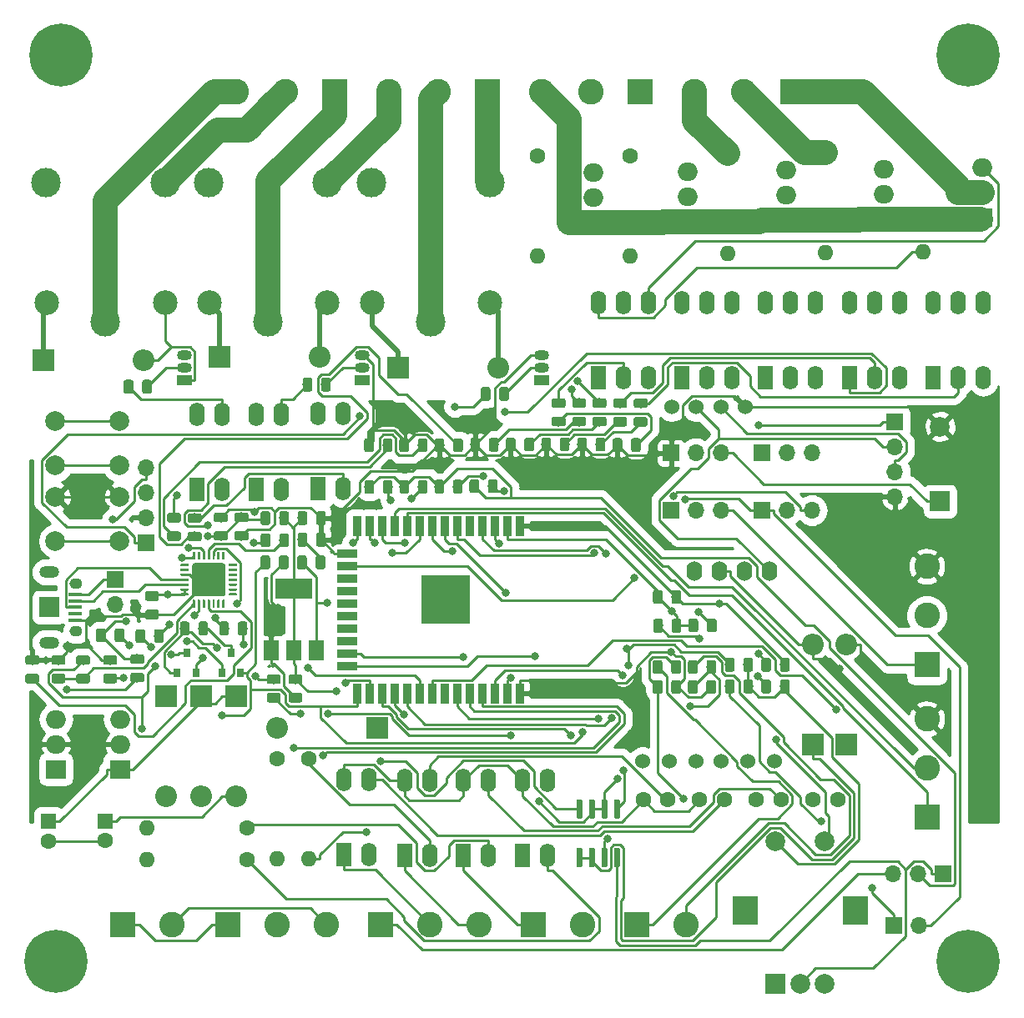
<source format=gbr>
G04 #@! TF.GenerationSoftware,KiCad,Pcbnew,(5.1.4)-1*
G04 #@! TF.CreationDate,2021-08-26T23:09:31-03:00*
G04 #@! TF.ProjectId,PLC_ESP32,504c435f-4553-4503-9332-2e6b69636164,rev?*
G04 #@! TF.SameCoordinates,Original*
G04 #@! TF.FileFunction,Copper,L1,Top*
G04 #@! TF.FilePolarity,Positive*
%FSLAX46Y46*%
G04 Gerber Fmt 4.6, Leading zero omitted, Abs format (unit mm)*
G04 Created by KiCad (PCBNEW (5.1.4)-1) date 2021-08-26 23:09:31*
%MOMM*%
%LPD*%
G04 APERTURE LIST*
%ADD10O,1.700000X1.700000*%
%ADD11R,1.700000X1.700000*%
%ADD12R,2.000000X2.000000*%
%ADD13C,2.000000*%
%ADD14R,2.500000X3.000000*%
%ADD15C,0.100000*%
%ADD16C,0.975000*%
%ADD17O,2.200000X2.200000*%
%ADD18R,2.200000X2.200000*%
%ADD19C,3.000000*%
%ADD20C,2.500000*%
%ADD21C,6.400000*%
%ADD22R,0.800000X0.900000*%
%ADD23O,1.600000X1.600000*%
%ADD24C,1.600000*%
%ADD25O,1.600000X2.000000*%
%ADD26C,0.600000*%
%ADD27O,1.600000X2.400000*%
%ADD28R,1.600000X2.400000*%
%ADD29O,2.000000X1.905000*%
%ADD30R,2.000000X1.905000*%
%ADD31R,0.900000X2.000000*%
%ADD32R,2.000000X0.900000*%
%ADD33R,5.000000X5.000000*%
%ADD34C,0.250000*%
%ADD35C,3.350000*%
%ADD36R,1.500000X2.000000*%
%ADD37R,3.800000X2.000000*%
%ADD38R,1.500000X1.050000*%
%ADD39O,1.500000X1.050000*%
%ADD40C,2.600000*%
%ADD41R,2.600000X2.600000*%
%ADD42C,1.524000*%
%ADD43O,1.300000X1.100000*%
%ADD44R,1.350000X0.400000*%
%ADD45O,2.000000X1.200000*%
%ADD46R,1.600000X1.600000*%
%ADD47C,0.800000*%
%ADD48C,0.250000*%
%ADD49C,0.500000*%
%ADD50C,2.500000*%
%ADD51C,1.904800*%
%ADD52C,0.254000*%
G04 APERTURE END LIST*
D10*
X92600000Y-110880000D03*
X92600000Y-113420000D03*
X92600000Y-115960000D03*
D11*
X92600000Y-118500000D03*
D12*
X156500000Y-163300000D03*
D13*
X159000000Y-163300000D03*
X161500000Y-163300000D03*
D14*
X153400000Y-155800000D03*
X164600000Y-155800000D03*
D13*
X156500000Y-148800000D03*
X161500000Y-148800000D03*
D15*
G36*
X157705142Y-132401174D02*
G01*
X157728803Y-132404684D01*
X157752007Y-132410496D01*
X157774529Y-132418554D01*
X157796153Y-132428782D01*
X157816670Y-132441079D01*
X157835883Y-132455329D01*
X157853607Y-132471393D01*
X157869671Y-132489117D01*
X157883921Y-132508330D01*
X157896218Y-132528847D01*
X157906446Y-132550471D01*
X157914504Y-132572993D01*
X157920316Y-132596197D01*
X157923826Y-132619858D01*
X157925000Y-132643750D01*
X157925000Y-133556250D01*
X157923826Y-133580142D01*
X157920316Y-133603803D01*
X157914504Y-133627007D01*
X157906446Y-133649529D01*
X157896218Y-133671153D01*
X157883921Y-133691670D01*
X157869671Y-133710883D01*
X157853607Y-133728607D01*
X157835883Y-133744671D01*
X157816670Y-133758921D01*
X157796153Y-133771218D01*
X157774529Y-133781446D01*
X157752007Y-133789504D01*
X157728803Y-133795316D01*
X157705142Y-133798826D01*
X157681250Y-133800000D01*
X157193750Y-133800000D01*
X157169858Y-133798826D01*
X157146197Y-133795316D01*
X157122993Y-133789504D01*
X157100471Y-133781446D01*
X157078847Y-133771218D01*
X157058330Y-133758921D01*
X157039117Y-133744671D01*
X157021393Y-133728607D01*
X157005329Y-133710883D01*
X156991079Y-133691670D01*
X156978782Y-133671153D01*
X156968554Y-133649529D01*
X156960496Y-133627007D01*
X156954684Y-133603803D01*
X156951174Y-133580142D01*
X156950000Y-133556250D01*
X156950000Y-132643750D01*
X156951174Y-132619858D01*
X156954684Y-132596197D01*
X156960496Y-132572993D01*
X156968554Y-132550471D01*
X156978782Y-132528847D01*
X156991079Y-132508330D01*
X157005329Y-132489117D01*
X157021393Y-132471393D01*
X157039117Y-132455329D01*
X157058330Y-132441079D01*
X157078847Y-132428782D01*
X157100471Y-132418554D01*
X157122993Y-132410496D01*
X157146197Y-132404684D01*
X157169858Y-132401174D01*
X157193750Y-132400000D01*
X157681250Y-132400000D01*
X157705142Y-132401174D01*
X157705142Y-132401174D01*
G37*
D16*
X157437500Y-133100000D03*
D15*
G36*
X155830142Y-132401174D02*
G01*
X155853803Y-132404684D01*
X155877007Y-132410496D01*
X155899529Y-132418554D01*
X155921153Y-132428782D01*
X155941670Y-132441079D01*
X155960883Y-132455329D01*
X155978607Y-132471393D01*
X155994671Y-132489117D01*
X156008921Y-132508330D01*
X156021218Y-132528847D01*
X156031446Y-132550471D01*
X156039504Y-132572993D01*
X156045316Y-132596197D01*
X156048826Y-132619858D01*
X156050000Y-132643750D01*
X156050000Y-133556250D01*
X156048826Y-133580142D01*
X156045316Y-133603803D01*
X156039504Y-133627007D01*
X156031446Y-133649529D01*
X156021218Y-133671153D01*
X156008921Y-133691670D01*
X155994671Y-133710883D01*
X155978607Y-133728607D01*
X155960883Y-133744671D01*
X155941670Y-133758921D01*
X155921153Y-133771218D01*
X155899529Y-133781446D01*
X155877007Y-133789504D01*
X155853803Y-133795316D01*
X155830142Y-133798826D01*
X155806250Y-133800000D01*
X155318750Y-133800000D01*
X155294858Y-133798826D01*
X155271197Y-133795316D01*
X155247993Y-133789504D01*
X155225471Y-133781446D01*
X155203847Y-133771218D01*
X155183330Y-133758921D01*
X155164117Y-133744671D01*
X155146393Y-133728607D01*
X155130329Y-133710883D01*
X155116079Y-133691670D01*
X155103782Y-133671153D01*
X155093554Y-133649529D01*
X155085496Y-133627007D01*
X155079684Y-133603803D01*
X155076174Y-133580142D01*
X155075000Y-133556250D01*
X155075000Y-132643750D01*
X155076174Y-132619858D01*
X155079684Y-132596197D01*
X155085496Y-132572993D01*
X155093554Y-132550471D01*
X155103782Y-132528847D01*
X155116079Y-132508330D01*
X155130329Y-132489117D01*
X155146393Y-132471393D01*
X155164117Y-132455329D01*
X155183330Y-132441079D01*
X155203847Y-132428782D01*
X155225471Y-132418554D01*
X155247993Y-132410496D01*
X155271197Y-132404684D01*
X155294858Y-132401174D01*
X155318750Y-132400000D01*
X155806250Y-132400000D01*
X155830142Y-132401174D01*
X155830142Y-132401174D01*
G37*
D16*
X155562500Y-133100000D03*
D15*
G36*
X157705142Y-130201174D02*
G01*
X157728803Y-130204684D01*
X157752007Y-130210496D01*
X157774529Y-130218554D01*
X157796153Y-130228782D01*
X157816670Y-130241079D01*
X157835883Y-130255329D01*
X157853607Y-130271393D01*
X157869671Y-130289117D01*
X157883921Y-130308330D01*
X157896218Y-130328847D01*
X157906446Y-130350471D01*
X157914504Y-130372993D01*
X157920316Y-130396197D01*
X157923826Y-130419858D01*
X157925000Y-130443750D01*
X157925000Y-131356250D01*
X157923826Y-131380142D01*
X157920316Y-131403803D01*
X157914504Y-131427007D01*
X157906446Y-131449529D01*
X157896218Y-131471153D01*
X157883921Y-131491670D01*
X157869671Y-131510883D01*
X157853607Y-131528607D01*
X157835883Y-131544671D01*
X157816670Y-131558921D01*
X157796153Y-131571218D01*
X157774529Y-131581446D01*
X157752007Y-131589504D01*
X157728803Y-131595316D01*
X157705142Y-131598826D01*
X157681250Y-131600000D01*
X157193750Y-131600000D01*
X157169858Y-131598826D01*
X157146197Y-131595316D01*
X157122993Y-131589504D01*
X157100471Y-131581446D01*
X157078847Y-131571218D01*
X157058330Y-131558921D01*
X157039117Y-131544671D01*
X157021393Y-131528607D01*
X157005329Y-131510883D01*
X156991079Y-131491670D01*
X156978782Y-131471153D01*
X156968554Y-131449529D01*
X156960496Y-131427007D01*
X156954684Y-131403803D01*
X156951174Y-131380142D01*
X156950000Y-131356250D01*
X156950000Y-130443750D01*
X156951174Y-130419858D01*
X156954684Y-130396197D01*
X156960496Y-130372993D01*
X156968554Y-130350471D01*
X156978782Y-130328847D01*
X156991079Y-130308330D01*
X157005329Y-130289117D01*
X157021393Y-130271393D01*
X157039117Y-130255329D01*
X157058330Y-130241079D01*
X157078847Y-130228782D01*
X157100471Y-130218554D01*
X157122993Y-130210496D01*
X157146197Y-130204684D01*
X157169858Y-130201174D01*
X157193750Y-130200000D01*
X157681250Y-130200000D01*
X157705142Y-130201174D01*
X157705142Y-130201174D01*
G37*
D16*
X157437500Y-130900000D03*
D15*
G36*
X155830142Y-130201174D02*
G01*
X155853803Y-130204684D01*
X155877007Y-130210496D01*
X155899529Y-130218554D01*
X155921153Y-130228782D01*
X155941670Y-130241079D01*
X155960883Y-130255329D01*
X155978607Y-130271393D01*
X155994671Y-130289117D01*
X156008921Y-130308330D01*
X156021218Y-130328847D01*
X156031446Y-130350471D01*
X156039504Y-130372993D01*
X156045316Y-130396197D01*
X156048826Y-130419858D01*
X156050000Y-130443750D01*
X156050000Y-131356250D01*
X156048826Y-131380142D01*
X156045316Y-131403803D01*
X156039504Y-131427007D01*
X156031446Y-131449529D01*
X156021218Y-131471153D01*
X156008921Y-131491670D01*
X155994671Y-131510883D01*
X155978607Y-131528607D01*
X155960883Y-131544671D01*
X155941670Y-131558921D01*
X155921153Y-131571218D01*
X155899529Y-131581446D01*
X155877007Y-131589504D01*
X155853803Y-131595316D01*
X155830142Y-131598826D01*
X155806250Y-131600000D01*
X155318750Y-131600000D01*
X155294858Y-131598826D01*
X155271197Y-131595316D01*
X155247993Y-131589504D01*
X155225471Y-131581446D01*
X155203847Y-131571218D01*
X155183330Y-131558921D01*
X155164117Y-131544671D01*
X155146393Y-131528607D01*
X155130329Y-131510883D01*
X155116079Y-131491670D01*
X155103782Y-131471153D01*
X155093554Y-131449529D01*
X155085496Y-131427007D01*
X155079684Y-131403803D01*
X155076174Y-131380142D01*
X155075000Y-131356250D01*
X155075000Y-130443750D01*
X155076174Y-130419858D01*
X155079684Y-130396197D01*
X155085496Y-130372993D01*
X155093554Y-130350471D01*
X155103782Y-130328847D01*
X155116079Y-130308330D01*
X155130329Y-130289117D01*
X155146393Y-130271393D01*
X155164117Y-130255329D01*
X155183330Y-130241079D01*
X155203847Y-130228782D01*
X155225471Y-130218554D01*
X155247993Y-130210496D01*
X155271197Y-130204684D01*
X155294858Y-130201174D01*
X155318750Y-130200000D01*
X155806250Y-130200000D01*
X155830142Y-130201174D01*
X155830142Y-130201174D01*
G37*
D16*
X155562500Y-130900000D03*
D15*
G36*
X154005142Y-132401174D02*
G01*
X154028803Y-132404684D01*
X154052007Y-132410496D01*
X154074529Y-132418554D01*
X154096153Y-132428782D01*
X154116670Y-132441079D01*
X154135883Y-132455329D01*
X154153607Y-132471393D01*
X154169671Y-132489117D01*
X154183921Y-132508330D01*
X154196218Y-132528847D01*
X154206446Y-132550471D01*
X154214504Y-132572993D01*
X154220316Y-132596197D01*
X154223826Y-132619858D01*
X154225000Y-132643750D01*
X154225000Y-133556250D01*
X154223826Y-133580142D01*
X154220316Y-133603803D01*
X154214504Y-133627007D01*
X154206446Y-133649529D01*
X154196218Y-133671153D01*
X154183921Y-133691670D01*
X154169671Y-133710883D01*
X154153607Y-133728607D01*
X154135883Y-133744671D01*
X154116670Y-133758921D01*
X154096153Y-133771218D01*
X154074529Y-133781446D01*
X154052007Y-133789504D01*
X154028803Y-133795316D01*
X154005142Y-133798826D01*
X153981250Y-133800000D01*
X153493750Y-133800000D01*
X153469858Y-133798826D01*
X153446197Y-133795316D01*
X153422993Y-133789504D01*
X153400471Y-133781446D01*
X153378847Y-133771218D01*
X153358330Y-133758921D01*
X153339117Y-133744671D01*
X153321393Y-133728607D01*
X153305329Y-133710883D01*
X153291079Y-133691670D01*
X153278782Y-133671153D01*
X153268554Y-133649529D01*
X153260496Y-133627007D01*
X153254684Y-133603803D01*
X153251174Y-133580142D01*
X153250000Y-133556250D01*
X153250000Y-132643750D01*
X153251174Y-132619858D01*
X153254684Y-132596197D01*
X153260496Y-132572993D01*
X153268554Y-132550471D01*
X153278782Y-132528847D01*
X153291079Y-132508330D01*
X153305329Y-132489117D01*
X153321393Y-132471393D01*
X153339117Y-132455329D01*
X153358330Y-132441079D01*
X153378847Y-132428782D01*
X153400471Y-132418554D01*
X153422993Y-132410496D01*
X153446197Y-132404684D01*
X153469858Y-132401174D01*
X153493750Y-132400000D01*
X153981250Y-132400000D01*
X154005142Y-132401174D01*
X154005142Y-132401174D01*
G37*
D16*
X153737500Y-133100000D03*
D15*
G36*
X152130142Y-132401174D02*
G01*
X152153803Y-132404684D01*
X152177007Y-132410496D01*
X152199529Y-132418554D01*
X152221153Y-132428782D01*
X152241670Y-132441079D01*
X152260883Y-132455329D01*
X152278607Y-132471393D01*
X152294671Y-132489117D01*
X152308921Y-132508330D01*
X152321218Y-132528847D01*
X152331446Y-132550471D01*
X152339504Y-132572993D01*
X152345316Y-132596197D01*
X152348826Y-132619858D01*
X152350000Y-132643750D01*
X152350000Y-133556250D01*
X152348826Y-133580142D01*
X152345316Y-133603803D01*
X152339504Y-133627007D01*
X152331446Y-133649529D01*
X152321218Y-133671153D01*
X152308921Y-133691670D01*
X152294671Y-133710883D01*
X152278607Y-133728607D01*
X152260883Y-133744671D01*
X152241670Y-133758921D01*
X152221153Y-133771218D01*
X152199529Y-133781446D01*
X152177007Y-133789504D01*
X152153803Y-133795316D01*
X152130142Y-133798826D01*
X152106250Y-133800000D01*
X151618750Y-133800000D01*
X151594858Y-133798826D01*
X151571197Y-133795316D01*
X151547993Y-133789504D01*
X151525471Y-133781446D01*
X151503847Y-133771218D01*
X151483330Y-133758921D01*
X151464117Y-133744671D01*
X151446393Y-133728607D01*
X151430329Y-133710883D01*
X151416079Y-133691670D01*
X151403782Y-133671153D01*
X151393554Y-133649529D01*
X151385496Y-133627007D01*
X151379684Y-133603803D01*
X151376174Y-133580142D01*
X151375000Y-133556250D01*
X151375000Y-132643750D01*
X151376174Y-132619858D01*
X151379684Y-132596197D01*
X151385496Y-132572993D01*
X151393554Y-132550471D01*
X151403782Y-132528847D01*
X151416079Y-132508330D01*
X151430329Y-132489117D01*
X151446393Y-132471393D01*
X151464117Y-132455329D01*
X151483330Y-132441079D01*
X151503847Y-132428782D01*
X151525471Y-132418554D01*
X151547993Y-132410496D01*
X151571197Y-132404684D01*
X151594858Y-132401174D01*
X151618750Y-132400000D01*
X152106250Y-132400000D01*
X152130142Y-132401174D01*
X152130142Y-132401174D01*
G37*
D16*
X151862500Y-133100000D03*
D15*
G36*
X153995142Y-130201174D02*
G01*
X154018803Y-130204684D01*
X154042007Y-130210496D01*
X154064529Y-130218554D01*
X154086153Y-130228782D01*
X154106670Y-130241079D01*
X154125883Y-130255329D01*
X154143607Y-130271393D01*
X154159671Y-130289117D01*
X154173921Y-130308330D01*
X154186218Y-130328847D01*
X154196446Y-130350471D01*
X154204504Y-130372993D01*
X154210316Y-130396197D01*
X154213826Y-130419858D01*
X154215000Y-130443750D01*
X154215000Y-131356250D01*
X154213826Y-131380142D01*
X154210316Y-131403803D01*
X154204504Y-131427007D01*
X154196446Y-131449529D01*
X154186218Y-131471153D01*
X154173921Y-131491670D01*
X154159671Y-131510883D01*
X154143607Y-131528607D01*
X154125883Y-131544671D01*
X154106670Y-131558921D01*
X154086153Y-131571218D01*
X154064529Y-131581446D01*
X154042007Y-131589504D01*
X154018803Y-131595316D01*
X153995142Y-131598826D01*
X153971250Y-131600000D01*
X153483750Y-131600000D01*
X153459858Y-131598826D01*
X153436197Y-131595316D01*
X153412993Y-131589504D01*
X153390471Y-131581446D01*
X153368847Y-131571218D01*
X153348330Y-131558921D01*
X153329117Y-131544671D01*
X153311393Y-131528607D01*
X153295329Y-131510883D01*
X153281079Y-131491670D01*
X153268782Y-131471153D01*
X153258554Y-131449529D01*
X153250496Y-131427007D01*
X153244684Y-131403803D01*
X153241174Y-131380142D01*
X153240000Y-131356250D01*
X153240000Y-130443750D01*
X153241174Y-130419858D01*
X153244684Y-130396197D01*
X153250496Y-130372993D01*
X153258554Y-130350471D01*
X153268782Y-130328847D01*
X153281079Y-130308330D01*
X153295329Y-130289117D01*
X153311393Y-130271393D01*
X153329117Y-130255329D01*
X153348330Y-130241079D01*
X153368847Y-130228782D01*
X153390471Y-130218554D01*
X153412993Y-130210496D01*
X153436197Y-130204684D01*
X153459858Y-130201174D01*
X153483750Y-130200000D01*
X153971250Y-130200000D01*
X153995142Y-130201174D01*
X153995142Y-130201174D01*
G37*
D16*
X153727500Y-130900000D03*
D15*
G36*
X152120142Y-130201174D02*
G01*
X152143803Y-130204684D01*
X152167007Y-130210496D01*
X152189529Y-130218554D01*
X152211153Y-130228782D01*
X152231670Y-130241079D01*
X152250883Y-130255329D01*
X152268607Y-130271393D01*
X152284671Y-130289117D01*
X152298921Y-130308330D01*
X152311218Y-130328847D01*
X152321446Y-130350471D01*
X152329504Y-130372993D01*
X152335316Y-130396197D01*
X152338826Y-130419858D01*
X152340000Y-130443750D01*
X152340000Y-131356250D01*
X152338826Y-131380142D01*
X152335316Y-131403803D01*
X152329504Y-131427007D01*
X152321446Y-131449529D01*
X152311218Y-131471153D01*
X152298921Y-131491670D01*
X152284671Y-131510883D01*
X152268607Y-131528607D01*
X152250883Y-131544671D01*
X152231670Y-131558921D01*
X152211153Y-131571218D01*
X152189529Y-131581446D01*
X152167007Y-131589504D01*
X152143803Y-131595316D01*
X152120142Y-131598826D01*
X152096250Y-131600000D01*
X151608750Y-131600000D01*
X151584858Y-131598826D01*
X151561197Y-131595316D01*
X151537993Y-131589504D01*
X151515471Y-131581446D01*
X151493847Y-131571218D01*
X151473330Y-131558921D01*
X151454117Y-131544671D01*
X151436393Y-131528607D01*
X151420329Y-131510883D01*
X151406079Y-131491670D01*
X151393782Y-131471153D01*
X151383554Y-131449529D01*
X151375496Y-131427007D01*
X151369684Y-131403803D01*
X151366174Y-131380142D01*
X151365000Y-131356250D01*
X151365000Y-130443750D01*
X151366174Y-130419858D01*
X151369684Y-130396197D01*
X151375496Y-130372993D01*
X151383554Y-130350471D01*
X151393782Y-130328847D01*
X151406079Y-130308330D01*
X151420329Y-130289117D01*
X151436393Y-130271393D01*
X151454117Y-130255329D01*
X151473330Y-130241079D01*
X151493847Y-130228782D01*
X151515471Y-130218554D01*
X151537993Y-130210496D01*
X151561197Y-130204684D01*
X151584858Y-130201174D01*
X151608750Y-130200000D01*
X152096250Y-130200000D01*
X152120142Y-130201174D01*
X152120142Y-130201174D01*
G37*
D16*
X151852500Y-130900000D03*
D10*
X171040000Y-157400000D03*
D11*
X168500000Y-157400000D03*
D10*
X160180000Y-115200000D03*
X157640000Y-115200000D03*
D11*
X155100000Y-115200000D03*
D10*
X160180000Y-109400000D03*
X157640000Y-109400000D03*
D11*
X155100000Y-109400000D03*
D10*
X150980000Y-115200000D03*
X148440000Y-115200000D03*
D11*
X145900000Y-115200000D03*
D10*
X150980000Y-109400000D03*
X148440000Y-109400000D03*
D11*
X145900000Y-109400000D03*
D17*
X105940000Y-137300000D03*
D18*
X116100000Y-137300000D03*
D19*
X121500000Y-96100000D03*
D20*
X115550000Y-94150000D03*
D19*
X115500000Y-81900000D03*
X127550000Y-81950000D03*
D20*
X127550000Y-94150000D03*
D21*
X176000000Y-161000000D03*
X83500000Y-161000000D03*
X84000000Y-69000000D03*
X176000000Y-69000000D03*
D22*
X101300000Y-129675000D03*
X102250000Y-131675000D03*
X100350000Y-131675000D03*
X96750000Y-129675000D03*
X97700000Y-131675000D03*
X95800000Y-131675000D03*
D15*
G36*
X108780142Y-117501174D02*
G01*
X108803803Y-117504684D01*
X108827007Y-117510496D01*
X108849529Y-117518554D01*
X108871153Y-117528782D01*
X108891670Y-117541079D01*
X108910883Y-117555329D01*
X108928607Y-117571393D01*
X108944671Y-117589117D01*
X108958921Y-117608330D01*
X108971218Y-117628847D01*
X108981446Y-117650471D01*
X108989504Y-117672993D01*
X108995316Y-117696197D01*
X108998826Y-117719858D01*
X109000000Y-117743750D01*
X109000000Y-118656250D01*
X108998826Y-118680142D01*
X108995316Y-118703803D01*
X108989504Y-118727007D01*
X108981446Y-118749529D01*
X108971218Y-118771153D01*
X108958921Y-118791670D01*
X108944671Y-118810883D01*
X108928607Y-118828607D01*
X108910883Y-118844671D01*
X108891670Y-118858921D01*
X108871153Y-118871218D01*
X108849529Y-118881446D01*
X108827007Y-118889504D01*
X108803803Y-118895316D01*
X108780142Y-118898826D01*
X108756250Y-118900000D01*
X108268750Y-118900000D01*
X108244858Y-118898826D01*
X108221197Y-118895316D01*
X108197993Y-118889504D01*
X108175471Y-118881446D01*
X108153847Y-118871218D01*
X108133330Y-118858921D01*
X108114117Y-118844671D01*
X108096393Y-118828607D01*
X108080329Y-118810883D01*
X108066079Y-118791670D01*
X108053782Y-118771153D01*
X108043554Y-118749529D01*
X108035496Y-118727007D01*
X108029684Y-118703803D01*
X108026174Y-118680142D01*
X108025000Y-118656250D01*
X108025000Y-117743750D01*
X108026174Y-117719858D01*
X108029684Y-117696197D01*
X108035496Y-117672993D01*
X108043554Y-117650471D01*
X108053782Y-117628847D01*
X108066079Y-117608330D01*
X108080329Y-117589117D01*
X108096393Y-117571393D01*
X108114117Y-117555329D01*
X108133330Y-117541079D01*
X108153847Y-117528782D01*
X108175471Y-117518554D01*
X108197993Y-117510496D01*
X108221197Y-117504684D01*
X108244858Y-117501174D01*
X108268750Y-117500000D01*
X108756250Y-117500000D01*
X108780142Y-117501174D01*
X108780142Y-117501174D01*
G37*
D16*
X108512500Y-118200000D03*
D15*
G36*
X110655142Y-117501174D02*
G01*
X110678803Y-117504684D01*
X110702007Y-117510496D01*
X110724529Y-117518554D01*
X110746153Y-117528782D01*
X110766670Y-117541079D01*
X110785883Y-117555329D01*
X110803607Y-117571393D01*
X110819671Y-117589117D01*
X110833921Y-117608330D01*
X110846218Y-117628847D01*
X110856446Y-117650471D01*
X110864504Y-117672993D01*
X110870316Y-117696197D01*
X110873826Y-117719858D01*
X110875000Y-117743750D01*
X110875000Y-118656250D01*
X110873826Y-118680142D01*
X110870316Y-118703803D01*
X110864504Y-118727007D01*
X110856446Y-118749529D01*
X110846218Y-118771153D01*
X110833921Y-118791670D01*
X110819671Y-118810883D01*
X110803607Y-118828607D01*
X110785883Y-118844671D01*
X110766670Y-118858921D01*
X110746153Y-118871218D01*
X110724529Y-118881446D01*
X110702007Y-118889504D01*
X110678803Y-118895316D01*
X110655142Y-118898826D01*
X110631250Y-118900000D01*
X110143750Y-118900000D01*
X110119858Y-118898826D01*
X110096197Y-118895316D01*
X110072993Y-118889504D01*
X110050471Y-118881446D01*
X110028847Y-118871218D01*
X110008330Y-118858921D01*
X109989117Y-118844671D01*
X109971393Y-118828607D01*
X109955329Y-118810883D01*
X109941079Y-118791670D01*
X109928782Y-118771153D01*
X109918554Y-118749529D01*
X109910496Y-118727007D01*
X109904684Y-118703803D01*
X109901174Y-118680142D01*
X109900000Y-118656250D01*
X109900000Y-117743750D01*
X109901174Y-117719858D01*
X109904684Y-117696197D01*
X109910496Y-117672993D01*
X109918554Y-117650471D01*
X109928782Y-117628847D01*
X109941079Y-117608330D01*
X109955329Y-117589117D01*
X109971393Y-117571393D01*
X109989117Y-117555329D01*
X110008330Y-117541079D01*
X110028847Y-117528782D01*
X110050471Y-117518554D01*
X110072993Y-117510496D01*
X110096197Y-117504684D01*
X110119858Y-117501174D01*
X110143750Y-117500000D01*
X110631250Y-117500000D01*
X110655142Y-117501174D01*
X110655142Y-117501174D01*
G37*
D16*
X110387500Y-118200000D03*
D15*
G36*
X128080142Y-112051174D02*
G01*
X128103803Y-112054684D01*
X128127007Y-112060496D01*
X128149529Y-112068554D01*
X128171153Y-112078782D01*
X128191670Y-112091079D01*
X128210883Y-112105329D01*
X128228607Y-112121393D01*
X128244671Y-112139117D01*
X128258921Y-112158330D01*
X128271218Y-112178847D01*
X128281446Y-112200471D01*
X128289504Y-112222993D01*
X128295316Y-112246197D01*
X128298826Y-112269858D01*
X128300000Y-112293750D01*
X128300000Y-113206250D01*
X128298826Y-113230142D01*
X128295316Y-113253803D01*
X128289504Y-113277007D01*
X128281446Y-113299529D01*
X128271218Y-113321153D01*
X128258921Y-113341670D01*
X128244671Y-113360883D01*
X128228607Y-113378607D01*
X128210883Y-113394671D01*
X128191670Y-113408921D01*
X128171153Y-113421218D01*
X128149529Y-113431446D01*
X128127007Y-113439504D01*
X128103803Y-113445316D01*
X128080142Y-113448826D01*
X128056250Y-113450000D01*
X127568750Y-113450000D01*
X127544858Y-113448826D01*
X127521197Y-113445316D01*
X127497993Y-113439504D01*
X127475471Y-113431446D01*
X127453847Y-113421218D01*
X127433330Y-113408921D01*
X127414117Y-113394671D01*
X127396393Y-113378607D01*
X127380329Y-113360883D01*
X127366079Y-113341670D01*
X127353782Y-113321153D01*
X127343554Y-113299529D01*
X127335496Y-113277007D01*
X127329684Y-113253803D01*
X127326174Y-113230142D01*
X127325000Y-113206250D01*
X127325000Y-112293750D01*
X127326174Y-112269858D01*
X127329684Y-112246197D01*
X127335496Y-112222993D01*
X127343554Y-112200471D01*
X127353782Y-112178847D01*
X127366079Y-112158330D01*
X127380329Y-112139117D01*
X127396393Y-112121393D01*
X127414117Y-112105329D01*
X127433330Y-112091079D01*
X127453847Y-112078782D01*
X127475471Y-112068554D01*
X127497993Y-112060496D01*
X127521197Y-112054684D01*
X127544858Y-112051174D01*
X127568750Y-112050000D01*
X128056250Y-112050000D01*
X128080142Y-112051174D01*
X128080142Y-112051174D01*
G37*
D16*
X127812500Y-112750000D03*
D15*
G36*
X126205142Y-112051174D02*
G01*
X126228803Y-112054684D01*
X126252007Y-112060496D01*
X126274529Y-112068554D01*
X126296153Y-112078782D01*
X126316670Y-112091079D01*
X126335883Y-112105329D01*
X126353607Y-112121393D01*
X126369671Y-112139117D01*
X126383921Y-112158330D01*
X126396218Y-112178847D01*
X126406446Y-112200471D01*
X126414504Y-112222993D01*
X126420316Y-112246197D01*
X126423826Y-112269858D01*
X126425000Y-112293750D01*
X126425000Y-113206250D01*
X126423826Y-113230142D01*
X126420316Y-113253803D01*
X126414504Y-113277007D01*
X126406446Y-113299529D01*
X126396218Y-113321153D01*
X126383921Y-113341670D01*
X126369671Y-113360883D01*
X126353607Y-113378607D01*
X126335883Y-113394671D01*
X126316670Y-113408921D01*
X126296153Y-113421218D01*
X126274529Y-113431446D01*
X126252007Y-113439504D01*
X126228803Y-113445316D01*
X126205142Y-113448826D01*
X126181250Y-113450000D01*
X125693750Y-113450000D01*
X125669858Y-113448826D01*
X125646197Y-113445316D01*
X125622993Y-113439504D01*
X125600471Y-113431446D01*
X125578847Y-113421218D01*
X125558330Y-113408921D01*
X125539117Y-113394671D01*
X125521393Y-113378607D01*
X125505329Y-113360883D01*
X125491079Y-113341670D01*
X125478782Y-113321153D01*
X125468554Y-113299529D01*
X125460496Y-113277007D01*
X125454684Y-113253803D01*
X125451174Y-113230142D01*
X125450000Y-113206250D01*
X125450000Y-112293750D01*
X125451174Y-112269858D01*
X125454684Y-112246197D01*
X125460496Y-112222993D01*
X125468554Y-112200471D01*
X125478782Y-112178847D01*
X125491079Y-112158330D01*
X125505329Y-112139117D01*
X125521393Y-112121393D01*
X125539117Y-112105329D01*
X125558330Y-112091079D01*
X125578847Y-112078782D01*
X125600471Y-112068554D01*
X125622993Y-112060496D01*
X125646197Y-112054684D01*
X125669858Y-112051174D01*
X125693750Y-112050000D01*
X126181250Y-112050000D01*
X126205142Y-112051174D01*
X126205142Y-112051174D01*
G37*
D16*
X125937500Y-112750000D03*
D15*
G36*
X124530142Y-112101174D02*
G01*
X124553803Y-112104684D01*
X124577007Y-112110496D01*
X124599529Y-112118554D01*
X124621153Y-112128782D01*
X124641670Y-112141079D01*
X124660883Y-112155329D01*
X124678607Y-112171393D01*
X124694671Y-112189117D01*
X124708921Y-112208330D01*
X124721218Y-112228847D01*
X124731446Y-112250471D01*
X124739504Y-112272993D01*
X124745316Y-112296197D01*
X124748826Y-112319858D01*
X124750000Y-112343750D01*
X124750000Y-113256250D01*
X124748826Y-113280142D01*
X124745316Y-113303803D01*
X124739504Y-113327007D01*
X124731446Y-113349529D01*
X124721218Y-113371153D01*
X124708921Y-113391670D01*
X124694671Y-113410883D01*
X124678607Y-113428607D01*
X124660883Y-113444671D01*
X124641670Y-113458921D01*
X124621153Y-113471218D01*
X124599529Y-113481446D01*
X124577007Y-113489504D01*
X124553803Y-113495316D01*
X124530142Y-113498826D01*
X124506250Y-113500000D01*
X124018750Y-113500000D01*
X123994858Y-113498826D01*
X123971197Y-113495316D01*
X123947993Y-113489504D01*
X123925471Y-113481446D01*
X123903847Y-113471218D01*
X123883330Y-113458921D01*
X123864117Y-113444671D01*
X123846393Y-113428607D01*
X123830329Y-113410883D01*
X123816079Y-113391670D01*
X123803782Y-113371153D01*
X123793554Y-113349529D01*
X123785496Y-113327007D01*
X123779684Y-113303803D01*
X123776174Y-113280142D01*
X123775000Y-113256250D01*
X123775000Y-112343750D01*
X123776174Y-112319858D01*
X123779684Y-112296197D01*
X123785496Y-112272993D01*
X123793554Y-112250471D01*
X123803782Y-112228847D01*
X123816079Y-112208330D01*
X123830329Y-112189117D01*
X123846393Y-112171393D01*
X123864117Y-112155329D01*
X123883330Y-112141079D01*
X123903847Y-112128782D01*
X123925471Y-112118554D01*
X123947993Y-112110496D01*
X123971197Y-112104684D01*
X123994858Y-112101174D01*
X124018750Y-112100000D01*
X124506250Y-112100000D01*
X124530142Y-112101174D01*
X124530142Y-112101174D01*
G37*
D16*
X124262500Y-112800000D03*
D15*
G36*
X122655142Y-112101174D02*
G01*
X122678803Y-112104684D01*
X122702007Y-112110496D01*
X122724529Y-112118554D01*
X122746153Y-112128782D01*
X122766670Y-112141079D01*
X122785883Y-112155329D01*
X122803607Y-112171393D01*
X122819671Y-112189117D01*
X122833921Y-112208330D01*
X122846218Y-112228847D01*
X122856446Y-112250471D01*
X122864504Y-112272993D01*
X122870316Y-112296197D01*
X122873826Y-112319858D01*
X122875000Y-112343750D01*
X122875000Y-113256250D01*
X122873826Y-113280142D01*
X122870316Y-113303803D01*
X122864504Y-113327007D01*
X122856446Y-113349529D01*
X122846218Y-113371153D01*
X122833921Y-113391670D01*
X122819671Y-113410883D01*
X122803607Y-113428607D01*
X122785883Y-113444671D01*
X122766670Y-113458921D01*
X122746153Y-113471218D01*
X122724529Y-113481446D01*
X122702007Y-113489504D01*
X122678803Y-113495316D01*
X122655142Y-113498826D01*
X122631250Y-113500000D01*
X122143750Y-113500000D01*
X122119858Y-113498826D01*
X122096197Y-113495316D01*
X122072993Y-113489504D01*
X122050471Y-113481446D01*
X122028847Y-113471218D01*
X122008330Y-113458921D01*
X121989117Y-113444671D01*
X121971393Y-113428607D01*
X121955329Y-113410883D01*
X121941079Y-113391670D01*
X121928782Y-113371153D01*
X121918554Y-113349529D01*
X121910496Y-113327007D01*
X121904684Y-113303803D01*
X121901174Y-113280142D01*
X121900000Y-113256250D01*
X121900000Y-112343750D01*
X121901174Y-112319858D01*
X121904684Y-112296197D01*
X121910496Y-112272993D01*
X121918554Y-112250471D01*
X121928782Y-112228847D01*
X121941079Y-112208330D01*
X121955329Y-112189117D01*
X121971393Y-112171393D01*
X121989117Y-112155329D01*
X122008330Y-112141079D01*
X122028847Y-112128782D01*
X122050471Y-112118554D01*
X122072993Y-112110496D01*
X122096197Y-112104684D01*
X122119858Y-112101174D01*
X122143750Y-112100000D01*
X122631250Y-112100000D01*
X122655142Y-112101174D01*
X122655142Y-112101174D01*
G37*
D16*
X122387500Y-112800000D03*
D15*
G36*
X120970142Y-112121174D02*
G01*
X120993803Y-112124684D01*
X121017007Y-112130496D01*
X121039529Y-112138554D01*
X121061153Y-112148782D01*
X121081670Y-112161079D01*
X121100883Y-112175329D01*
X121118607Y-112191393D01*
X121134671Y-112209117D01*
X121148921Y-112228330D01*
X121161218Y-112248847D01*
X121171446Y-112270471D01*
X121179504Y-112292993D01*
X121185316Y-112316197D01*
X121188826Y-112339858D01*
X121190000Y-112363750D01*
X121190000Y-113276250D01*
X121188826Y-113300142D01*
X121185316Y-113323803D01*
X121179504Y-113347007D01*
X121171446Y-113369529D01*
X121161218Y-113391153D01*
X121148921Y-113411670D01*
X121134671Y-113430883D01*
X121118607Y-113448607D01*
X121100883Y-113464671D01*
X121081670Y-113478921D01*
X121061153Y-113491218D01*
X121039529Y-113501446D01*
X121017007Y-113509504D01*
X120993803Y-113515316D01*
X120970142Y-113518826D01*
X120946250Y-113520000D01*
X120458750Y-113520000D01*
X120434858Y-113518826D01*
X120411197Y-113515316D01*
X120387993Y-113509504D01*
X120365471Y-113501446D01*
X120343847Y-113491218D01*
X120323330Y-113478921D01*
X120304117Y-113464671D01*
X120286393Y-113448607D01*
X120270329Y-113430883D01*
X120256079Y-113411670D01*
X120243782Y-113391153D01*
X120233554Y-113369529D01*
X120225496Y-113347007D01*
X120219684Y-113323803D01*
X120216174Y-113300142D01*
X120215000Y-113276250D01*
X120215000Y-112363750D01*
X120216174Y-112339858D01*
X120219684Y-112316197D01*
X120225496Y-112292993D01*
X120233554Y-112270471D01*
X120243782Y-112248847D01*
X120256079Y-112228330D01*
X120270329Y-112209117D01*
X120286393Y-112191393D01*
X120304117Y-112175329D01*
X120323330Y-112161079D01*
X120343847Y-112148782D01*
X120365471Y-112138554D01*
X120387993Y-112130496D01*
X120411197Y-112124684D01*
X120434858Y-112121174D01*
X120458750Y-112120000D01*
X120946250Y-112120000D01*
X120970142Y-112121174D01*
X120970142Y-112121174D01*
G37*
D16*
X120702500Y-112820000D03*
D15*
G36*
X119095142Y-112121174D02*
G01*
X119118803Y-112124684D01*
X119142007Y-112130496D01*
X119164529Y-112138554D01*
X119186153Y-112148782D01*
X119206670Y-112161079D01*
X119225883Y-112175329D01*
X119243607Y-112191393D01*
X119259671Y-112209117D01*
X119273921Y-112228330D01*
X119286218Y-112248847D01*
X119296446Y-112270471D01*
X119304504Y-112292993D01*
X119310316Y-112316197D01*
X119313826Y-112339858D01*
X119315000Y-112363750D01*
X119315000Y-113276250D01*
X119313826Y-113300142D01*
X119310316Y-113323803D01*
X119304504Y-113347007D01*
X119296446Y-113369529D01*
X119286218Y-113391153D01*
X119273921Y-113411670D01*
X119259671Y-113430883D01*
X119243607Y-113448607D01*
X119225883Y-113464671D01*
X119206670Y-113478921D01*
X119186153Y-113491218D01*
X119164529Y-113501446D01*
X119142007Y-113509504D01*
X119118803Y-113515316D01*
X119095142Y-113518826D01*
X119071250Y-113520000D01*
X118583750Y-113520000D01*
X118559858Y-113518826D01*
X118536197Y-113515316D01*
X118512993Y-113509504D01*
X118490471Y-113501446D01*
X118468847Y-113491218D01*
X118448330Y-113478921D01*
X118429117Y-113464671D01*
X118411393Y-113448607D01*
X118395329Y-113430883D01*
X118381079Y-113411670D01*
X118368782Y-113391153D01*
X118358554Y-113369529D01*
X118350496Y-113347007D01*
X118344684Y-113323803D01*
X118341174Y-113300142D01*
X118340000Y-113276250D01*
X118340000Y-112363750D01*
X118341174Y-112339858D01*
X118344684Y-112316197D01*
X118350496Y-112292993D01*
X118358554Y-112270471D01*
X118368782Y-112248847D01*
X118381079Y-112228330D01*
X118395329Y-112209117D01*
X118411393Y-112191393D01*
X118429117Y-112175329D01*
X118448330Y-112161079D01*
X118468847Y-112148782D01*
X118490471Y-112138554D01*
X118512993Y-112130496D01*
X118536197Y-112124684D01*
X118559858Y-112121174D01*
X118583750Y-112120000D01*
X119071250Y-112120000D01*
X119095142Y-112121174D01*
X119095142Y-112121174D01*
G37*
D16*
X118827500Y-112820000D03*
D15*
G36*
X117430142Y-112151174D02*
G01*
X117453803Y-112154684D01*
X117477007Y-112160496D01*
X117499529Y-112168554D01*
X117521153Y-112178782D01*
X117541670Y-112191079D01*
X117560883Y-112205329D01*
X117578607Y-112221393D01*
X117594671Y-112239117D01*
X117608921Y-112258330D01*
X117621218Y-112278847D01*
X117631446Y-112300471D01*
X117639504Y-112322993D01*
X117645316Y-112346197D01*
X117648826Y-112369858D01*
X117650000Y-112393750D01*
X117650000Y-113306250D01*
X117648826Y-113330142D01*
X117645316Y-113353803D01*
X117639504Y-113377007D01*
X117631446Y-113399529D01*
X117621218Y-113421153D01*
X117608921Y-113441670D01*
X117594671Y-113460883D01*
X117578607Y-113478607D01*
X117560883Y-113494671D01*
X117541670Y-113508921D01*
X117521153Y-113521218D01*
X117499529Y-113531446D01*
X117477007Y-113539504D01*
X117453803Y-113545316D01*
X117430142Y-113548826D01*
X117406250Y-113550000D01*
X116918750Y-113550000D01*
X116894858Y-113548826D01*
X116871197Y-113545316D01*
X116847993Y-113539504D01*
X116825471Y-113531446D01*
X116803847Y-113521218D01*
X116783330Y-113508921D01*
X116764117Y-113494671D01*
X116746393Y-113478607D01*
X116730329Y-113460883D01*
X116716079Y-113441670D01*
X116703782Y-113421153D01*
X116693554Y-113399529D01*
X116685496Y-113377007D01*
X116679684Y-113353803D01*
X116676174Y-113330142D01*
X116675000Y-113306250D01*
X116675000Y-112393750D01*
X116676174Y-112369858D01*
X116679684Y-112346197D01*
X116685496Y-112322993D01*
X116693554Y-112300471D01*
X116703782Y-112278847D01*
X116716079Y-112258330D01*
X116730329Y-112239117D01*
X116746393Y-112221393D01*
X116764117Y-112205329D01*
X116783330Y-112191079D01*
X116803847Y-112178782D01*
X116825471Y-112168554D01*
X116847993Y-112160496D01*
X116871197Y-112154684D01*
X116894858Y-112151174D01*
X116918750Y-112150000D01*
X117406250Y-112150000D01*
X117430142Y-112151174D01*
X117430142Y-112151174D01*
G37*
D16*
X117162500Y-112850000D03*
D15*
G36*
X115555142Y-112151174D02*
G01*
X115578803Y-112154684D01*
X115602007Y-112160496D01*
X115624529Y-112168554D01*
X115646153Y-112178782D01*
X115666670Y-112191079D01*
X115685883Y-112205329D01*
X115703607Y-112221393D01*
X115719671Y-112239117D01*
X115733921Y-112258330D01*
X115746218Y-112278847D01*
X115756446Y-112300471D01*
X115764504Y-112322993D01*
X115770316Y-112346197D01*
X115773826Y-112369858D01*
X115775000Y-112393750D01*
X115775000Y-113306250D01*
X115773826Y-113330142D01*
X115770316Y-113353803D01*
X115764504Y-113377007D01*
X115756446Y-113399529D01*
X115746218Y-113421153D01*
X115733921Y-113441670D01*
X115719671Y-113460883D01*
X115703607Y-113478607D01*
X115685883Y-113494671D01*
X115666670Y-113508921D01*
X115646153Y-113521218D01*
X115624529Y-113531446D01*
X115602007Y-113539504D01*
X115578803Y-113545316D01*
X115555142Y-113548826D01*
X115531250Y-113550000D01*
X115043750Y-113550000D01*
X115019858Y-113548826D01*
X114996197Y-113545316D01*
X114972993Y-113539504D01*
X114950471Y-113531446D01*
X114928847Y-113521218D01*
X114908330Y-113508921D01*
X114889117Y-113494671D01*
X114871393Y-113478607D01*
X114855329Y-113460883D01*
X114841079Y-113441670D01*
X114828782Y-113421153D01*
X114818554Y-113399529D01*
X114810496Y-113377007D01*
X114804684Y-113353803D01*
X114801174Y-113330142D01*
X114800000Y-113306250D01*
X114800000Y-112393750D01*
X114801174Y-112369858D01*
X114804684Y-112346197D01*
X114810496Y-112322993D01*
X114818554Y-112300471D01*
X114828782Y-112278847D01*
X114841079Y-112258330D01*
X114855329Y-112239117D01*
X114871393Y-112221393D01*
X114889117Y-112205329D01*
X114908330Y-112191079D01*
X114928847Y-112178782D01*
X114950471Y-112168554D01*
X114972993Y-112160496D01*
X114996197Y-112154684D01*
X115019858Y-112151174D01*
X115043750Y-112150000D01*
X115531250Y-112150000D01*
X115555142Y-112151174D01*
X115555142Y-112151174D01*
G37*
D16*
X115287500Y-112850000D03*
D23*
X92715000Y-147500000D03*
D24*
X102875000Y-147500000D03*
D25*
X150770000Y-121400000D03*
X148230000Y-121400000D03*
X153310000Y-121400000D03*
X155850000Y-121400000D03*
D15*
G36*
X136759703Y-144550722D02*
G01*
X136774264Y-144552882D01*
X136788543Y-144556459D01*
X136802403Y-144561418D01*
X136815710Y-144567712D01*
X136828336Y-144575280D01*
X136840159Y-144584048D01*
X136851066Y-144593934D01*
X136860952Y-144604841D01*
X136869720Y-144616664D01*
X136877288Y-144629290D01*
X136883582Y-144642597D01*
X136888541Y-144656457D01*
X136892118Y-144670736D01*
X136894278Y-144685297D01*
X136895000Y-144700000D01*
X136895000Y-146350000D01*
X136894278Y-146364703D01*
X136892118Y-146379264D01*
X136888541Y-146393543D01*
X136883582Y-146407403D01*
X136877288Y-146420710D01*
X136869720Y-146433336D01*
X136860952Y-146445159D01*
X136851066Y-146456066D01*
X136840159Y-146465952D01*
X136828336Y-146474720D01*
X136815710Y-146482288D01*
X136802403Y-146488582D01*
X136788543Y-146493541D01*
X136774264Y-146497118D01*
X136759703Y-146499278D01*
X136745000Y-146500000D01*
X136445000Y-146500000D01*
X136430297Y-146499278D01*
X136415736Y-146497118D01*
X136401457Y-146493541D01*
X136387597Y-146488582D01*
X136374290Y-146482288D01*
X136361664Y-146474720D01*
X136349841Y-146465952D01*
X136338934Y-146456066D01*
X136329048Y-146445159D01*
X136320280Y-146433336D01*
X136312712Y-146420710D01*
X136306418Y-146407403D01*
X136301459Y-146393543D01*
X136297882Y-146379264D01*
X136295722Y-146364703D01*
X136295000Y-146350000D01*
X136295000Y-144700000D01*
X136295722Y-144685297D01*
X136297882Y-144670736D01*
X136301459Y-144656457D01*
X136306418Y-144642597D01*
X136312712Y-144629290D01*
X136320280Y-144616664D01*
X136329048Y-144604841D01*
X136338934Y-144593934D01*
X136349841Y-144584048D01*
X136361664Y-144575280D01*
X136374290Y-144567712D01*
X136387597Y-144561418D01*
X136401457Y-144556459D01*
X136415736Y-144552882D01*
X136430297Y-144550722D01*
X136445000Y-144550000D01*
X136745000Y-144550000D01*
X136759703Y-144550722D01*
X136759703Y-144550722D01*
G37*
D26*
X136595000Y-145525000D03*
D15*
G36*
X138029703Y-144550722D02*
G01*
X138044264Y-144552882D01*
X138058543Y-144556459D01*
X138072403Y-144561418D01*
X138085710Y-144567712D01*
X138098336Y-144575280D01*
X138110159Y-144584048D01*
X138121066Y-144593934D01*
X138130952Y-144604841D01*
X138139720Y-144616664D01*
X138147288Y-144629290D01*
X138153582Y-144642597D01*
X138158541Y-144656457D01*
X138162118Y-144670736D01*
X138164278Y-144685297D01*
X138165000Y-144700000D01*
X138165000Y-146350000D01*
X138164278Y-146364703D01*
X138162118Y-146379264D01*
X138158541Y-146393543D01*
X138153582Y-146407403D01*
X138147288Y-146420710D01*
X138139720Y-146433336D01*
X138130952Y-146445159D01*
X138121066Y-146456066D01*
X138110159Y-146465952D01*
X138098336Y-146474720D01*
X138085710Y-146482288D01*
X138072403Y-146488582D01*
X138058543Y-146493541D01*
X138044264Y-146497118D01*
X138029703Y-146499278D01*
X138015000Y-146500000D01*
X137715000Y-146500000D01*
X137700297Y-146499278D01*
X137685736Y-146497118D01*
X137671457Y-146493541D01*
X137657597Y-146488582D01*
X137644290Y-146482288D01*
X137631664Y-146474720D01*
X137619841Y-146465952D01*
X137608934Y-146456066D01*
X137599048Y-146445159D01*
X137590280Y-146433336D01*
X137582712Y-146420710D01*
X137576418Y-146407403D01*
X137571459Y-146393543D01*
X137567882Y-146379264D01*
X137565722Y-146364703D01*
X137565000Y-146350000D01*
X137565000Y-144700000D01*
X137565722Y-144685297D01*
X137567882Y-144670736D01*
X137571459Y-144656457D01*
X137576418Y-144642597D01*
X137582712Y-144629290D01*
X137590280Y-144616664D01*
X137599048Y-144604841D01*
X137608934Y-144593934D01*
X137619841Y-144584048D01*
X137631664Y-144575280D01*
X137644290Y-144567712D01*
X137657597Y-144561418D01*
X137671457Y-144556459D01*
X137685736Y-144552882D01*
X137700297Y-144550722D01*
X137715000Y-144550000D01*
X138015000Y-144550000D01*
X138029703Y-144550722D01*
X138029703Y-144550722D01*
G37*
D26*
X137865000Y-145525000D03*
D15*
G36*
X139299703Y-144550722D02*
G01*
X139314264Y-144552882D01*
X139328543Y-144556459D01*
X139342403Y-144561418D01*
X139355710Y-144567712D01*
X139368336Y-144575280D01*
X139380159Y-144584048D01*
X139391066Y-144593934D01*
X139400952Y-144604841D01*
X139409720Y-144616664D01*
X139417288Y-144629290D01*
X139423582Y-144642597D01*
X139428541Y-144656457D01*
X139432118Y-144670736D01*
X139434278Y-144685297D01*
X139435000Y-144700000D01*
X139435000Y-146350000D01*
X139434278Y-146364703D01*
X139432118Y-146379264D01*
X139428541Y-146393543D01*
X139423582Y-146407403D01*
X139417288Y-146420710D01*
X139409720Y-146433336D01*
X139400952Y-146445159D01*
X139391066Y-146456066D01*
X139380159Y-146465952D01*
X139368336Y-146474720D01*
X139355710Y-146482288D01*
X139342403Y-146488582D01*
X139328543Y-146493541D01*
X139314264Y-146497118D01*
X139299703Y-146499278D01*
X139285000Y-146500000D01*
X138985000Y-146500000D01*
X138970297Y-146499278D01*
X138955736Y-146497118D01*
X138941457Y-146493541D01*
X138927597Y-146488582D01*
X138914290Y-146482288D01*
X138901664Y-146474720D01*
X138889841Y-146465952D01*
X138878934Y-146456066D01*
X138869048Y-146445159D01*
X138860280Y-146433336D01*
X138852712Y-146420710D01*
X138846418Y-146407403D01*
X138841459Y-146393543D01*
X138837882Y-146379264D01*
X138835722Y-146364703D01*
X138835000Y-146350000D01*
X138835000Y-144700000D01*
X138835722Y-144685297D01*
X138837882Y-144670736D01*
X138841459Y-144656457D01*
X138846418Y-144642597D01*
X138852712Y-144629290D01*
X138860280Y-144616664D01*
X138869048Y-144604841D01*
X138878934Y-144593934D01*
X138889841Y-144584048D01*
X138901664Y-144575280D01*
X138914290Y-144567712D01*
X138927597Y-144561418D01*
X138941457Y-144556459D01*
X138955736Y-144552882D01*
X138970297Y-144550722D01*
X138985000Y-144550000D01*
X139285000Y-144550000D01*
X139299703Y-144550722D01*
X139299703Y-144550722D01*
G37*
D26*
X139135000Y-145525000D03*
D15*
G36*
X140569703Y-144550722D02*
G01*
X140584264Y-144552882D01*
X140598543Y-144556459D01*
X140612403Y-144561418D01*
X140625710Y-144567712D01*
X140638336Y-144575280D01*
X140650159Y-144584048D01*
X140661066Y-144593934D01*
X140670952Y-144604841D01*
X140679720Y-144616664D01*
X140687288Y-144629290D01*
X140693582Y-144642597D01*
X140698541Y-144656457D01*
X140702118Y-144670736D01*
X140704278Y-144685297D01*
X140705000Y-144700000D01*
X140705000Y-146350000D01*
X140704278Y-146364703D01*
X140702118Y-146379264D01*
X140698541Y-146393543D01*
X140693582Y-146407403D01*
X140687288Y-146420710D01*
X140679720Y-146433336D01*
X140670952Y-146445159D01*
X140661066Y-146456066D01*
X140650159Y-146465952D01*
X140638336Y-146474720D01*
X140625710Y-146482288D01*
X140612403Y-146488582D01*
X140598543Y-146493541D01*
X140584264Y-146497118D01*
X140569703Y-146499278D01*
X140555000Y-146500000D01*
X140255000Y-146500000D01*
X140240297Y-146499278D01*
X140225736Y-146497118D01*
X140211457Y-146493541D01*
X140197597Y-146488582D01*
X140184290Y-146482288D01*
X140171664Y-146474720D01*
X140159841Y-146465952D01*
X140148934Y-146456066D01*
X140139048Y-146445159D01*
X140130280Y-146433336D01*
X140122712Y-146420710D01*
X140116418Y-146407403D01*
X140111459Y-146393543D01*
X140107882Y-146379264D01*
X140105722Y-146364703D01*
X140105000Y-146350000D01*
X140105000Y-144700000D01*
X140105722Y-144685297D01*
X140107882Y-144670736D01*
X140111459Y-144656457D01*
X140116418Y-144642597D01*
X140122712Y-144629290D01*
X140130280Y-144616664D01*
X140139048Y-144604841D01*
X140148934Y-144593934D01*
X140159841Y-144584048D01*
X140171664Y-144575280D01*
X140184290Y-144567712D01*
X140197597Y-144561418D01*
X140211457Y-144556459D01*
X140225736Y-144552882D01*
X140240297Y-144550722D01*
X140255000Y-144550000D01*
X140555000Y-144550000D01*
X140569703Y-144550722D01*
X140569703Y-144550722D01*
G37*
D26*
X140405000Y-145525000D03*
D15*
G36*
X140569703Y-149500722D02*
G01*
X140584264Y-149502882D01*
X140598543Y-149506459D01*
X140612403Y-149511418D01*
X140625710Y-149517712D01*
X140638336Y-149525280D01*
X140650159Y-149534048D01*
X140661066Y-149543934D01*
X140670952Y-149554841D01*
X140679720Y-149566664D01*
X140687288Y-149579290D01*
X140693582Y-149592597D01*
X140698541Y-149606457D01*
X140702118Y-149620736D01*
X140704278Y-149635297D01*
X140705000Y-149650000D01*
X140705000Y-151300000D01*
X140704278Y-151314703D01*
X140702118Y-151329264D01*
X140698541Y-151343543D01*
X140693582Y-151357403D01*
X140687288Y-151370710D01*
X140679720Y-151383336D01*
X140670952Y-151395159D01*
X140661066Y-151406066D01*
X140650159Y-151415952D01*
X140638336Y-151424720D01*
X140625710Y-151432288D01*
X140612403Y-151438582D01*
X140598543Y-151443541D01*
X140584264Y-151447118D01*
X140569703Y-151449278D01*
X140555000Y-151450000D01*
X140255000Y-151450000D01*
X140240297Y-151449278D01*
X140225736Y-151447118D01*
X140211457Y-151443541D01*
X140197597Y-151438582D01*
X140184290Y-151432288D01*
X140171664Y-151424720D01*
X140159841Y-151415952D01*
X140148934Y-151406066D01*
X140139048Y-151395159D01*
X140130280Y-151383336D01*
X140122712Y-151370710D01*
X140116418Y-151357403D01*
X140111459Y-151343543D01*
X140107882Y-151329264D01*
X140105722Y-151314703D01*
X140105000Y-151300000D01*
X140105000Y-149650000D01*
X140105722Y-149635297D01*
X140107882Y-149620736D01*
X140111459Y-149606457D01*
X140116418Y-149592597D01*
X140122712Y-149579290D01*
X140130280Y-149566664D01*
X140139048Y-149554841D01*
X140148934Y-149543934D01*
X140159841Y-149534048D01*
X140171664Y-149525280D01*
X140184290Y-149517712D01*
X140197597Y-149511418D01*
X140211457Y-149506459D01*
X140225736Y-149502882D01*
X140240297Y-149500722D01*
X140255000Y-149500000D01*
X140555000Y-149500000D01*
X140569703Y-149500722D01*
X140569703Y-149500722D01*
G37*
D26*
X140405000Y-150475000D03*
D15*
G36*
X139299703Y-149500722D02*
G01*
X139314264Y-149502882D01*
X139328543Y-149506459D01*
X139342403Y-149511418D01*
X139355710Y-149517712D01*
X139368336Y-149525280D01*
X139380159Y-149534048D01*
X139391066Y-149543934D01*
X139400952Y-149554841D01*
X139409720Y-149566664D01*
X139417288Y-149579290D01*
X139423582Y-149592597D01*
X139428541Y-149606457D01*
X139432118Y-149620736D01*
X139434278Y-149635297D01*
X139435000Y-149650000D01*
X139435000Y-151300000D01*
X139434278Y-151314703D01*
X139432118Y-151329264D01*
X139428541Y-151343543D01*
X139423582Y-151357403D01*
X139417288Y-151370710D01*
X139409720Y-151383336D01*
X139400952Y-151395159D01*
X139391066Y-151406066D01*
X139380159Y-151415952D01*
X139368336Y-151424720D01*
X139355710Y-151432288D01*
X139342403Y-151438582D01*
X139328543Y-151443541D01*
X139314264Y-151447118D01*
X139299703Y-151449278D01*
X139285000Y-151450000D01*
X138985000Y-151450000D01*
X138970297Y-151449278D01*
X138955736Y-151447118D01*
X138941457Y-151443541D01*
X138927597Y-151438582D01*
X138914290Y-151432288D01*
X138901664Y-151424720D01*
X138889841Y-151415952D01*
X138878934Y-151406066D01*
X138869048Y-151395159D01*
X138860280Y-151383336D01*
X138852712Y-151370710D01*
X138846418Y-151357403D01*
X138841459Y-151343543D01*
X138837882Y-151329264D01*
X138835722Y-151314703D01*
X138835000Y-151300000D01*
X138835000Y-149650000D01*
X138835722Y-149635297D01*
X138837882Y-149620736D01*
X138841459Y-149606457D01*
X138846418Y-149592597D01*
X138852712Y-149579290D01*
X138860280Y-149566664D01*
X138869048Y-149554841D01*
X138878934Y-149543934D01*
X138889841Y-149534048D01*
X138901664Y-149525280D01*
X138914290Y-149517712D01*
X138927597Y-149511418D01*
X138941457Y-149506459D01*
X138955736Y-149502882D01*
X138970297Y-149500722D01*
X138985000Y-149500000D01*
X139285000Y-149500000D01*
X139299703Y-149500722D01*
X139299703Y-149500722D01*
G37*
D26*
X139135000Y-150475000D03*
D15*
G36*
X138029703Y-149500722D02*
G01*
X138044264Y-149502882D01*
X138058543Y-149506459D01*
X138072403Y-149511418D01*
X138085710Y-149517712D01*
X138098336Y-149525280D01*
X138110159Y-149534048D01*
X138121066Y-149543934D01*
X138130952Y-149554841D01*
X138139720Y-149566664D01*
X138147288Y-149579290D01*
X138153582Y-149592597D01*
X138158541Y-149606457D01*
X138162118Y-149620736D01*
X138164278Y-149635297D01*
X138165000Y-149650000D01*
X138165000Y-151300000D01*
X138164278Y-151314703D01*
X138162118Y-151329264D01*
X138158541Y-151343543D01*
X138153582Y-151357403D01*
X138147288Y-151370710D01*
X138139720Y-151383336D01*
X138130952Y-151395159D01*
X138121066Y-151406066D01*
X138110159Y-151415952D01*
X138098336Y-151424720D01*
X138085710Y-151432288D01*
X138072403Y-151438582D01*
X138058543Y-151443541D01*
X138044264Y-151447118D01*
X138029703Y-151449278D01*
X138015000Y-151450000D01*
X137715000Y-151450000D01*
X137700297Y-151449278D01*
X137685736Y-151447118D01*
X137671457Y-151443541D01*
X137657597Y-151438582D01*
X137644290Y-151432288D01*
X137631664Y-151424720D01*
X137619841Y-151415952D01*
X137608934Y-151406066D01*
X137599048Y-151395159D01*
X137590280Y-151383336D01*
X137582712Y-151370710D01*
X137576418Y-151357403D01*
X137571459Y-151343543D01*
X137567882Y-151329264D01*
X137565722Y-151314703D01*
X137565000Y-151300000D01*
X137565000Y-149650000D01*
X137565722Y-149635297D01*
X137567882Y-149620736D01*
X137571459Y-149606457D01*
X137576418Y-149592597D01*
X137582712Y-149579290D01*
X137590280Y-149566664D01*
X137599048Y-149554841D01*
X137608934Y-149543934D01*
X137619841Y-149534048D01*
X137631664Y-149525280D01*
X137644290Y-149517712D01*
X137657597Y-149511418D01*
X137671457Y-149506459D01*
X137685736Y-149502882D01*
X137700297Y-149500722D01*
X137715000Y-149500000D01*
X138015000Y-149500000D01*
X138029703Y-149500722D01*
X138029703Y-149500722D01*
G37*
D26*
X137865000Y-150475000D03*
D15*
G36*
X136759703Y-149500722D02*
G01*
X136774264Y-149502882D01*
X136788543Y-149506459D01*
X136802403Y-149511418D01*
X136815710Y-149517712D01*
X136828336Y-149525280D01*
X136840159Y-149534048D01*
X136851066Y-149543934D01*
X136860952Y-149554841D01*
X136869720Y-149566664D01*
X136877288Y-149579290D01*
X136883582Y-149592597D01*
X136888541Y-149606457D01*
X136892118Y-149620736D01*
X136894278Y-149635297D01*
X136895000Y-149650000D01*
X136895000Y-151300000D01*
X136894278Y-151314703D01*
X136892118Y-151329264D01*
X136888541Y-151343543D01*
X136883582Y-151357403D01*
X136877288Y-151370710D01*
X136869720Y-151383336D01*
X136860952Y-151395159D01*
X136851066Y-151406066D01*
X136840159Y-151415952D01*
X136828336Y-151424720D01*
X136815710Y-151432288D01*
X136802403Y-151438582D01*
X136788543Y-151443541D01*
X136774264Y-151447118D01*
X136759703Y-151449278D01*
X136745000Y-151450000D01*
X136445000Y-151450000D01*
X136430297Y-151449278D01*
X136415736Y-151447118D01*
X136401457Y-151443541D01*
X136387597Y-151438582D01*
X136374290Y-151432288D01*
X136361664Y-151424720D01*
X136349841Y-151415952D01*
X136338934Y-151406066D01*
X136329048Y-151395159D01*
X136320280Y-151383336D01*
X136312712Y-151370710D01*
X136306418Y-151357403D01*
X136301459Y-151343543D01*
X136297882Y-151329264D01*
X136295722Y-151314703D01*
X136295000Y-151300000D01*
X136295000Y-149650000D01*
X136295722Y-149635297D01*
X136297882Y-149620736D01*
X136301459Y-149606457D01*
X136306418Y-149592597D01*
X136312712Y-149579290D01*
X136320280Y-149566664D01*
X136329048Y-149554841D01*
X136338934Y-149543934D01*
X136349841Y-149534048D01*
X136361664Y-149525280D01*
X136374290Y-149517712D01*
X136387597Y-149511418D01*
X136401457Y-149506459D01*
X136415736Y-149502882D01*
X136430297Y-149500722D01*
X136445000Y-149500000D01*
X136745000Y-149500000D01*
X136759703Y-149500722D01*
X136759703Y-149500722D01*
G37*
D26*
X136595000Y-150475000D03*
D27*
X130850000Y-142630000D03*
X133390000Y-150250000D03*
X133390000Y-142630000D03*
D28*
X130850000Y-150250000D03*
D27*
X124850000Y-142630000D03*
X127390000Y-150250000D03*
X127390000Y-142630000D03*
D28*
X124850000Y-150250000D03*
D27*
X118850000Y-142630000D03*
X121390000Y-150250000D03*
X121390000Y-142630000D03*
D28*
X118850000Y-150250000D03*
D27*
X112750000Y-142580000D03*
X115290000Y-150200000D03*
X115290000Y-142580000D03*
D28*
X112750000Y-150200000D03*
D29*
X83500000Y-136420000D03*
X83500000Y-138960000D03*
D30*
X83500000Y-141500000D03*
D29*
X90000000Y-136420000D03*
X90000000Y-138960000D03*
D30*
X90000000Y-141500000D03*
D27*
X172500000Y-94080000D03*
X177580000Y-101700000D03*
X175040000Y-94080000D03*
X175040000Y-101700000D03*
X177580000Y-94080000D03*
D28*
X172500000Y-101700000D03*
D27*
X164000000Y-94080000D03*
X169080000Y-101700000D03*
X166540000Y-94080000D03*
X166540000Y-101700000D03*
X169080000Y-94080000D03*
D28*
X164000000Y-101700000D03*
D27*
X155500000Y-94080000D03*
X160580000Y-101700000D03*
X158040000Y-94080000D03*
X158040000Y-101700000D03*
X160580000Y-94080000D03*
D28*
X155500000Y-101700000D03*
D27*
X147000000Y-94080000D03*
X152080000Y-101700000D03*
X149540000Y-94080000D03*
X149540000Y-101700000D03*
X152080000Y-94080000D03*
D28*
X147000000Y-101700000D03*
D27*
X138500000Y-94080000D03*
X143580000Y-101700000D03*
X141040000Y-94080000D03*
X141040000Y-101700000D03*
X143580000Y-94080000D03*
D28*
X138500000Y-101700000D03*
D27*
X110100000Y-105380000D03*
X112640000Y-113000000D03*
X112640000Y-105380000D03*
D28*
X110100000Y-113000000D03*
D27*
X103850000Y-105480000D03*
X106390000Y-113100000D03*
X106390000Y-105480000D03*
D28*
X103850000Y-113100000D03*
D27*
X97800000Y-105480000D03*
X100340000Y-113100000D03*
X100340000Y-105480000D03*
D28*
X97800000Y-113100000D03*
D31*
X130555000Y-133800000D03*
X129285000Y-133800000D03*
X128015000Y-133800000D03*
X126745000Y-133800000D03*
X125475000Y-133800000D03*
X124205000Y-133800000D03*
X122935000Y-133800000D03*
X121665000Y-133800000D03*
X120395000Y-133800000D03*
X119125000Y-133800000D03*
X117855000Y-133800000D03*
X116585000Y-133800000D03*
X115315000Y-133800000D03*
X114045000Y-133800000D03*
D32*
X113045000Y-131015000D03*
X113045000Y-129745000D03*
X113045000Y-128475000D03*
X113045000Y-127205000D03*
X113045000Y-125935000D03*
X113045000Y-124665000D03*
X113045000Y-123395000D03*
X113045000Y-122125000D03*
X113045000Y-120855000D03*
X113045000Y-119585000D03*
D31*
X114045000Y-116800000D03*
X115315000Y-116800000D03*
X116585000Y-116800000D03*
X117855000Y-116800000D03*
X119125000Y-116800000D03*
X120395000Y-116800000D03*
X121665000Y-116800000D03*
X122935000Y-116800000D03*
X124205000Y-116800000D03*
X125475000Y-116800000D03*
X126745000Y-116800000D03*
X128015000Y-116800000D03*
X129285000Y-116800000D03*
X130555000Y-116800000D03*
D33*
X123055000Y-124300000D03*
D15*
G36*
X97568626Y-119400301D02*
G01*
X97574693Y-119401201D01*
X97580643Y-119402691D01*
X97586418Y-119404758D01*
X97591962Y-119407380D01*
X97597223Y-119410533D01*
X97602150Y-119414187D01*
X97606694Y-119418306D01*
X97610813Y-119422850D01*
X97614467Y-119427777D01*
X97617620Y-119433038D01*
X97620242Y-119438582D01*
X97622309Y-119444357D01*
X97623799Y-119450307D01*
X97624699Y-119456374D01*
X97625000Y-119462500D01*
X97625000Y-120137500D01*
X97624699Y-120143626D01*
X97623799Y-120149693D01*
X97622309Y-120155643D01*
X97620242Y-120161418D01*
X97617620Y-120166962D01*
X97614467Y-120172223D01*
X97610813Y-120177150D01*
X97606694Y-120181694D01*
X97602150Y-120185813D01*
X97597223Y-120189467D01*
X97591962Y-120192620D01*
X97586418Y-120195242D01*
X97580643Y-120197309D01*
X97574693Y-120198799D01*
X97568626Y-120199699D01*
X97562500Y-120200000D01*
X97437500Y-120200000D01*
X97431374Y-120199699D01*
X97425307Y-120198799D01*
X97419357Y-120197309D01*
X97413582Y-120195242D01*
X97408038Y-120192620D01*
X97402777Y-120189467D01*
X97397850Y-120185813D01*
X97393306Y-120181694D01*
X97389187Y-120177150D01*
X97385533Y-120172223D01*
X97382380Y-120166962D01*
X97379758Y-120161418D01*
X97377691Y-120155643D01*
X97376201Y-120149693D01*
X97375301Y-120143626D01*
X97375000Y-120137500D01*
X97375000Y-119462500D01*
X97375301Y-119456374D01*
X97376201Y-119450307D01*
X97377691Y-119444357D01*
X97379758Y-119438582D01*
X97382380Y-119433038D01*
X97385533Y-119427777D01*
X97389187Y-119422850D01*
X97393306Y-119418306D01*
X97397850Y-119414187D01*
X97402777Y-119410533D01*
X97408038Y-119407380D01*
X97413582Y-119404758D01*
X97419357Y-119402691D01*
X97425307Y-119401201D01*
X97431374Y-119400301D01*
X97437500Y-119400000D01*
X97562500Y-119400000D01*
X97568626Y-119400301D01*
X97568626Y-119400301D01*
G37*
D34*
X97500000Y-119800000D03*
D15*
G36*
X98068626Y-119400301D02*
G01*
X98074693Y-119401201D01*
X98080643Y-119402691D01*
X98086418Y-119404758D01*
X98091962Y-119407380D01*
X98097223Y-119410533D01*
X98102150Y-119414187D01*
X98106694Y-119418306D01*
X98110813Y-119422850D01*
X98114467Y-119427777D01*
X98117620Y-119433038D01*
X98120242Y-119438582D01*
X98122309Y-119444357D01*
X98123799Y-119450307D01*
X98124699Y-119456374D01*
X98125000Y-119462500D01*
X98125000Y-120137500D01*
X98124699Y-120143626D01*
X98123799Y-120149693D01*
X98122309Y-120155643D01*
X98120242Y-120161418D01*
X98117620Y-120166962D01*
X98114467Y-120172223D01*
X98110813Y-120177150D01*
X98106694Y-120181694D01*
X98102150Y-120185813D01*
X98097223Y-120189467D01*
X98091962Y-120192620D01*
X98086418Y-120195242D01*
X98080643Y-120197309D01*
X98074693Y-120198799D01*
X98068626Y-120199699D01*
X98062500Y-120200000D01*
X97937500Y-120200000D01*
X97931374Y-120199699D01*
X97925307Y-120198799D01*
X97919357Y-120197309D01*
X97913582Y-120195242D01*
X97908038Y-120192620D01*
X97902777Y-120189467D01*
X97897850Y-120185813D01*
X97893306Y-120181694D01*
X97889187Y-120177150D01*
X97885533Y-120172223D01*
X97882380Y-120166962D01*
X97879758Y-120161418D01*
X97877691Y-120155643D01*
X97876201Y-120149693D01*
X97875301Y-120143626D01*
X97875000Y-120137500D01*
X97875000Y-119462500D01*
X97875301Y-119456374D01*
X97876201Y-119450307D01*
X97877691Y-119444357D01*
X97879758Y-119438582D01*
X97882380Y-119433038D01*
X97885533Y-119427777D01*
X97889187Y-119422850D01*
X97893306Y-119418306D01*
X97897850Y-119414187D01*
X97902777Y-119410533D01*
X97908038Y-119407380D01*
X97913582Y-119404758D01*
X97919357Y-119402691D01*
X97925307Y-119401201D01*
X97931374Y-119400301D01*
X97937500Y-119400000D01*
X98062500Y-119400000D01*
X98068626Y-119400301D01*
X98068626Y-119400301D01*
G37*
D34*
X98000000Y-119800000D03*
D15*
G36*
X98568626Y-119400301D02*
G01*
X98574693Y-119401201D01*
X98580643Y-119402691D01*
X98586418Y-119404758D01*
X98591962Y-119407380D01*
X98597223Y-119410533D01*
X98602150Y-119414187D01*
X98606694Y-119418306D01*
X98610813Y-119422850D01*
X98614467Y-119427777D01*
X98617620Y-119433038D01*
X98620242Y-119438582D01*
X98622309Y-119444357D01*
X98623799Y-119450307D01*
X98624699Y-119456374D01*
X98625000Y-119462500D01*
X98625000Y-120137500D01*
X98624699Y-120143626D01*
X98623799Y-120149693D01*
X98622309Y-120155643D01*
X98620242Y-120161418D01*
X98617620Y-120166962D01*
X98614467Y-120172223D01*
X98610813Y-120177150D01*
X98606694Y-120181694D01*
X98602150Y-120185813D01*
X98597223Y-120189467D01*
X98591962Y-120192620D01*
X98586418Y-120195242D01*
X98580643Y-120197309D01*
X98574693Y-120198799D01*
X98568626Y-120199699D01*
X98562500Y-120200000D01*
X98437500Y-120200000D01*
X98431374Y-120199699D01*
X98425307Y-120198799D01*
X98419357Y-120197309D01*
X98413582Y-120195242D01*
X98408038Y-120192620D01*
X98402777Y-120189467D01*
X98397850Y-120185813D01*
X98393306Y-120181694D01*
X98389187Y-120177150D01*
X98385533Y-120172223D01*
X98382380Y-120166962D01*
X98379758Y-120161418D01*
X98377691Y-120155643D01*
X98376201Y-120149693D01*
X98375301Y-120143626D01*
X98375000Y-120137500D01*
X98375000Y-119462500D01*
X98375301Y-119456374D01*
X98376201Y-119450307D01*
X98377691Y-119444357D01*
X98379758Y-119438582D01*
X98382380Y-119433038D01*
X98385533Y-119427777D01*
X98389187Y-119422850D01*
X98393306Y-119418306D01*
X98397850Y-119414187D01*
X98402777Y-119410533D01*
X98408038Y-119407380D01*
X98413582Y-119404758D01*
X98419357Y-119402691D01*
X98425307Y-119401201D01*
X98431374Y-119400301D01*
X98437500Y-119400000D01*
X98562500Y-119400000D01*
X98568626Y-119400301D01*
X98568626Y-119400301D01*
G37*
D34*
X98500000Y-119800000D03*
D15*
G36*
X99068626Y-119400301D02*
G01*
X99074693Y-119401201D01*
X99080643Y-119402691D01*
X99086418Y-119404758D01*
X99091962Y-119407380D01*
X99097223Y-119410533D01*
X99102150Y-119414187D01*
X99106694Y-119418306D01*
X99110813Y-119422850D01*
X99114467Y-119427777D01*
X99117620Y-119433038D01*
X99120242Y-119438582D01*
X99122309Y-119444357D01*
X99123799Y-119450307D01*
X99124699Y-119456374D01*
X99125000Y-119462500D01*
X99125000Y-120137500D01*
X99124699Y-120143626D01*
X99123799Y-120149693D01*
X99122309Y-120155643D01*
X99120242Y-120161418D01*
X99117620Y-120166962D01*
X99114467Y-120172223D01*
X99110813Y-120177150D01*
X99106694Y-120181694D01*
X99102150Y-120185813D01*
X99097223Y-120189467D01*
X99091962Y-120192620D01*
X99086418Y-120195242D01*
X99080643Y-120197309D01*
X99074693Y-120198799D01*
X99068626Y-120199699D01*
X99062500Y-120200000D01*
X98937500Y-120200000D01*
X98931374Y-120199699D01*
X98925307Y-120198799D01*
X98919357Y-120197309D01*
X98913582Y-120195242D01*
X98908038Y-120192620D01*
X98902777Y-120189467D01*
X98897850Y-120185813D01*
X98893306Y-120181694D01*
X98889187Y-120177150D01*
X98885533Y-120172223D01*
X98882380Y-120166962D01*
X98879758Y-120161418D01*
X98877691Y-120155643D01*
X98876201Y-120149693D01*
X98875301Y-120143626D01*
X98875000Y-120137500D01*
X98875000Y-119462500D01*
X98875301Y-119456374D01*
X98876201Y-119450307D01*
X98877691Y-119444357D01*
X98879758Y-119438582D01*
X98882380Y-119433038D01*
X98885533Y-119427777D01*
X98889187Y-119422850D01*
X98893306Y-119418306D01*
X98897850Y-119414187D01*
X98902777Y-119410533D01*
X98908038Y-119407380D01*
X98913582Y-119404758D01*
X98919357Y-119402691D01*
X98925307Y-119401201D01*
X98931374Y-119400301D01*
X98937500Y-119400000D01*
X99062500Y-119400000D01*
X99068626Y-119400301D01*
X99068626Y-119400301D01*
G37*
D34*
X99000000Y-119800000D03*
D15*
G36*
X99568626Y-119400301D02*
G01*
X99574693Y-119401201D01*
X99580643Y-119402691D01*
X99586418Y-119404758D01*
X99591962Y-119407380D01*
X99597223Y-119410533D01*
X99602150Y-119414187D01*
X99606694Y-119418306D01*
X99610813Y-119422850D01*
X99614467Y-119427777D01*
X99617620Y-119433038D01*
X99620242Y-119438582D01*
X99622309Y-119444357D01*
X99623799Y-119450307D01*
X99624699Y-119456374D01*
X99625000Y-119462500D01*
X99625000Y-120137500D01*
X99624699Y-120143626D01*
X99623799Y-120149693D01*
X99622309Y-120155643D01*
X99620242Y-120161418D01*
X99617620Y-120166962D01*
X99614467Y-120172223D01*
X99610813Y-120177150D01*
X99606694Y-120181694D01*
X99602150Y-120185813D01*
X99597223Y-120189467D01*
X99591962Y-120192620D01*
X99586418Y-120195242D01*
X99580643Y-120197309D01*
X99574693Y-120198799D01*
X99568626Y-120199699D01*
X99562500Y-120200000D01*
X99437500Y-120200000D01*
X99431374Y-120199699D01*
X99425307Y-120198799D01*
X99419357Y-120197309D01*
X99413582Y-120195242D01*
X99408038Y-120192620D01*
X99402777Y-120189467D01*
X99397850Y-120185813D01*
X99393306Y-120181694D01*
X99389187Y-120177150D01*
X99385533Y-120172223D01*
X99382380Y-120166962D01*
X99379758Y-120161418D01*
X99377691Y-120155643D01*
X99376201Y-120149693D01*
X99375301Y-120143626D01*
X99375000Y-120137500D01*
X99375000Y-119462500D01*
X99375301Y-119456374D01*
X99376201Y-119450307D01*
X99377691Y-119444357D01*
X99379758Y-119438582D01*
X99382380Y-119433038D01*
X99385533Y-119427777D01*
X99389187Y-119422850D01*
X99393306Y-119418306D01*
X99397850Y-119414187D01*
X99402777Y-119410533D01*
X99408038Y-119407380D01*
X99413582Y-119404758D01*
X99419357Y-119402691D01*
X99425307Y-119401201D01*
X99431374Y-119400301D01*
X99437500Y-119400000D01*
X99562500Y-119400000D01*
X99568626Y-119400301D01*
X99568626Y-119400301D01*
G37*
D34*
X99500000Y-119800000D03*
D15*
G36*
X100068626Y-119400301D02*
G01*
X100074693Y-119401201D01*
X100080643Y-119402691D01*
X100086418Y-119404758D01*
X100091962Y-119407380D01*
X100097223Y-119410533D01*
X100102150Y-119414187D01*
X100106694Y-119418306D01*
X100110813Y-119422850D01*
X100114467Y-119427777D01*
X100117620Y-119433038D01*
X100120242Y-119438582D01*
X100122309Y-119444357D01*
X100123799Y-119450307D01*
X100124699Y-119456374D01*
X100125000Y-119462500D01*
X100125000Y-120137500D01*
X100124699Y-120143626D01*
X100123799Y-120149693D01*
X100122309Y-120155643D01*
X100120242Y-120161418D01*
X100117620Y-120166962D01*
X100114467Y-120172223D01*
X100110813Y-120177150D01*
X100106694Y-120181694D01*
X100102150Y-120185813D01*
X100097223Y-120189467D01*
X100091962Y-120192620D01*
X100086418Y-120195242D01*
X100080643Y-120197309D01*
X100074693Y-120198799D01*
X100068626Y-120199699D01*
X100062500Y-120200000D01*
X99937500Y-120200000D01*
X99931374Y-120199699D01*
X99925307Y-120198799D01*
X99919357Y-120197309D01*
X99913582Y-120195242D01*
X99908038Y-120192620D01*
X99902777Y-120189467D01*
X99897850Y-120185813D01*
X99893306Y-120181694D01*
X99889187Y-120177150D01*
X99885533Y-120172223D01*
X99882380Y-120166962D01*
X99879758Y-120161418D01*
X99877691Y-120155643D01*
X99876201Y-120149693D01*
X99875301Y-120143626D01*
X99875000Y-120137500D01*
X99875000Y-119462500D01*
X99875301Y-119456374D01*
X99876201Y-119450307D01*
X99877691Y-119444357D01*
X99879758Y-119438582D01*
X99882380Y-119433038D01*
X99885533Y-119427777D01*
X99889187Y-119422850D01*
X99893306Y-119418306D01*
X99897850Y-119414187D01*
X99902777Y-119410533D01*
X99908038Y-119407380D01*
X99913582Y-119404758D01*
X99919357Y-119402691D01*
X99925307Y-119401201D01*
X99931374Y-119400301D01*
X99937500Y-119400000D01*
X100062500Y-119400000D01*
X100068626Y-119400301D01*
X100068626Y-119400301D01*
G37*
D34*
X100000000Y-119800000D03*
D15*
G36*
X100568626Y-119400301D02*
G01*
X100574693Y-119401201D01*
X100580643Y-119402691D01*
X100586418Y-119404758D01*
X100591962Y-119407380D01*
X100597223Y-119410533D01*
X100602150Y-119414187D01*
X100606694Y-119418306D01*
X100610813Y-119422850D01*
X100614467Y-119427777D01*
X100617620Y-119433038D01*
X100620242Y-119438582D01*
X100622309Y-119444357D01*
X100623799Y-119450307D01*
X100624699Y-119456374D01*
X100625000Y-119462500D01*
X100625000Y-120137500D01*
X100624699Y-120143626D01*
X100623799Y-120149693D01*
X100622309Y-120155643D01*
X100620242Y-120161418D01*
X100617620Y-120166962D01*
X100614467Y-120172223D01*
X100610813Y-120177150D01*
X100606694Y-120181694D01*
X100602150Y-120185813D01*
X100597223Y-120189467D01*
X100591962Y-120192620D01*
X100586418Y-120195242D01*
X100580643Y-120197309D01*
X100574693Y-120198799D01*
X100568626Y-120199699D01*
X100562500Y-120200000D01*
X100437500Y-120200000D01*
X100431374Y-120199699D01*
X100425307Y-120198799D01*
X100419357Y-120197309D01*
X100413582Y-120195242D01*
X100408038Y-120192620D01*
X100402777Y-120189467D01*
X100397850Y-120185813D01*
X100393306Y-120181694D01*
X100389187Y-120177150D01*
X100385533Y-120172223D01*
X100382380Y-120166962D01*
X100379758Y-120161418D01*
X100377691Y-120155643D01*
X100376201Y-120149693D01*
X100375301Y-120143626D01*
X100375000Y-120137500D01*
X100375000Y-119462500D01*
X100375301Y-119456374D01*
X100376201Y-119450307D01*
X100377691Y-119444357D01*
X100379758Y-119438582D01*
X100382380Y-119433038D01*
X100385533Y-119427777D01*
X100389187Y-119422850D01*
X100393306Y-119418306D01*
X100397850Y-119414187D01*
X100402777Y-119410533D01*
X100408038Y-119407380D01*
X100413582Y-119404758D01*
X100419357Y-119402691D01*
X100425307Y-119401201D01*
X100431374Y-119400301D01*
X100437500Y-119400000D01*
X100562500Y-119400000D01*
X100568626Y-119400301D01*
X100568626Y-119400301D01*
G37*
D34*
X100500000Y-119800000D03*
D15*
G36*
X101793626Y-120625301D02*
G01*
X101799693Y-120626201D01*
X101805643Y-120627691D01*
X101811418Y-120629758D01*
X101816962Y-120632380D01*
X101822223Y-120635533D01*
X101827150Y-120639187D01*
X101831694Y-120643306D01*
X101835813Y-120647850D01*
X101839467Y-120652777D01*
X101842620Y-120658038D01*
X101845242Y-120663582D01*
X101847309Y-120669357D01*
X101848799Y-120675307D01*
X101849699Y-120681374D01*
X101850000Y-120687500D01*
X101850000Y-120812500D01*
X101849699Y-120818626D01*
X101848799Y-120824693D01*
X101847309Y-120830643D01*
X101845242Y-120836418D01*
X101842620Y-120841962D01*
X101839467Y-120847223D01*
X101835813Y-120852150D01*
X101831694Y-120856694D01*
X101827150Y-120860813D01*
X101822223Y-120864467D01*
X101816962Y-120867620D01*
X101811418Y-120870242D01*
X101805643Y-120872309D01*
X101799693Y-120873799D01*
X101793626Y-120874699D01*
X101787500Y-120875000D01*
X101112500Y-120875000D01*
X101106374Y-120874699D01*
X101100307Y-120873799D01*
X101094357Y-120872309D01*
X101088582Y-120870242D01*
X101083038Y-120867620D01*
X101077777Y-120864467D01*
X101072850Y-120860813D01*
X101068306Y-120856694D01*
X101064187Y-120852150D01*
X101060533Y-120847223D01*
X101057380Y-120841962D01*
X101054758Y-120836418D01*
X101052691Y-120830643D01*
X101051201Y-120824693D01*
X101050301Y-120818626D01*
X101050000Y-120812500D01*
X101050000Y-120687500D01*
X101050301Y-120681374D01*
X101051201Y-120675307D01*
X101052691Y-120669357D01*
X101054758Y-120663582D01*
X101057380Y-120658038D01*
X101060533Y-120652777D01*
X101064187Y-120647850D01*
X101068306Y-120643306D01*
X101072850Y-120639187D01*
X101077777Y-120635533D01*
X101083038Y-120632380D01*
X101088582Y-120629758D01*
X101094357Y-120627691D01*
X101100307Y-120626201D01*
X101106374Y-120625301D01*
X101112500Y-120625000D01*
X101787500Y-120625000D01*
X101793626Y-120625301D01*
X101793626Y-120625301D01*
G37*
D34*
X101450000Y-120750000D03*
D15*
G36*
X101793626Y-121125301D02*
G01*
X101799693Y-121126201D01*
X101805643Y-121127691D01*
X101811418Y-121129758D01*
X101816962Y-121132380D01*
X101822223Y-121135533D01*
X101827150Y-121139187D01*
X101831694Y-121143306D01*
X101835813Y-121147850D01*
X101839467Y-121152777D01*
X101842620Y-121158038D01*
X101845242Y-121163582D01*
X101847309Y-121169357D01*
X101848799Y-121175307D01*
X101849699Y-121181374D01*
X101850000Y-121187500D01*
X101850000Y-121312500D01*
X101849699Y-121318626D01*
X101848799Y-121324693D01*
X101847309Y-121330643D01*
X101845242Y-121336418D01*
X101842620Y-121341962D01*
X101839467Y-121347223D01*
X101835813Y-121352150D01*
X101831694Y-121356694D01*
X101827150Y-121360813D01*
X101822223Y-121364467D01*
X101816962Y-121367620D01*
X101811418Y-121370242D01*
X101805643Y-121372309D01*
X101799693Y-121373799D01*
X101793626Y-121374699D01*
X101787500Y-121375000D01*
X101112500Y-121375000D01*
X101106374Y-121374699D01*
X101100307Y-121373799D01*
X101094357Y-121372309D01*
X101088582Y-121370242D01*
X101083038Y-121367620D01*
X101077777Y-121364467D01*
X101072850Y-121360813D01*
X101068306Y-121356694D01*
X101064187Y-121352150D01*
X101060533Y-121347223D01*
X101057380Y-121341962D01*
X101054758Y-121336418D01*
X101052691Y-121330643D01*
X101051201Y-121324693D01*
X101050301Y-121318626D01*
X101050000Y-121312500D01*
X101050000Y-121187500D01*
X101050301Y-121181374D01*
X101051201Y-121175307D01*
X101052691Y-121169357D01*
X101054758Y-121163582D01*
X101057380Y-121158038D01*
X101060533Y-121152777D01*
X101064187Y-121147850D01*
X101068306Y-121143306D01*
X101072850Y-121139187D01*
X101077777Y-121135533D01*
X101083038Y-121132380D01*
X101088582Y-121129758D01*
X101094357Y-121127691D01*
X101100307Y-121126201D01*
X101106374Y-121125301D01*
X101112500Y-121125000D01*
X101787500Y-121125000D01*
X101793626Y-121125301D01*
X101793626Y-121125301D01*
G37*
D34*
X101450000Y-121250000D03*
D15*
G36*
X101793626Y-121625301D02*
G01*
X101799693Y-121626201D01*
X101805643Y-121627691D01*
X101811418Y-121629758D01*
X101816962Y-121632380D01*
X101822223Y-121635533D01*
X101827150Y-121639187D01*
X101831694Y-121643306D01*
X101835813Y-121647850D01*
X101839467Y-121652777D01*
X101842620Y-121658038D01*
X101845242Y-121663582D01*
X101847309Y-121669357D01*
X101848799Y-121675307D01*
X101849699Y-121681374D01*
X101850000Y-121687500D01*
X101850000Y-121812500D01*
X101849699Y-121818626D01*
X101848799Y-121824693D01*
X101847309Y-121830643D01*
X101845242Y-121836418D01*
X101842620Y-121841962D01*
X101839467Y-121847223D01*
X101835813Y-121852150D01*
X101831694Y-121856694D01*
X101827150Y-121860813D01*
X101822223Y-121864467D01*
X101816962Y-121867620D01*
X101811418Y-121870242D01*
X101805643Y-121872309D01*
X101799693Y-121873799D01*
X101793626Y-121874699D01*
X101787500Y-121875000D01*
X101112500Y-121875000D01*
X101106374Y-121874699D01*
X101100307Y-121873799D01*
X101094357Y-121872309D01*
X101088582Y-121870242D01*
X101083038Y-121867620D01*
X101077777Y-121864467D01*
X101072850Y-121860813D01*
X101068306Y-121856694D01*
X101064187Y-121852150D01*
X101060533Y-121847223D01*
X101057380Y-121841962D01*
X101054758Y-121836418D01*
X101052691Y-121830643D01*
X101051201Y-121824693D01*
X101050301Y-121818626D01*
X101050000Y-121812500D01*
X101050000Y-121687500D01*
X101050301Y-121681374D01*
X101051201Y-121675307D01*
X101052691Y-121669357D01*
X101054758Y-121663582D01*
X101057380Y-121658038D01*
X101060533Y-121652777D01*
X101064187Y-121647850D01*
X101068306Y-121643306D01*
X101072850Y-121639187D01*
X101077777Y-121635533D01*
X101083038Y-121632380D01*
X101088582Y-121629758D01*
X101094357Y-121627691D01*
X101100307Y-121626201D01*
X101106374Y-121625301D01*
X101112500Y-121625000D01*
X101787500Y-121625000D01*
X101793626Y-121625301D01*
X101793626Y-121625301D01*
G37*
D34*
X101450000Y-121750000D03*
D15*
G36*
X101793626Y-122125301D02*
G01*
X101799693Y-122126201D01*
X101805643Y-122127691D01*
X101811418Y-122129758D01*
X101816962Y-122132380D01*
X101822223Y-122135533D01*
X101827150Y-122139187D01*
X101831694Y-122143306D01*
X101835813Y-122147850D01*
X101839467Y-122152777D01*
X101842620Y-122158038D01*
X101845242Y-122163582D01*
X101847309Y-122169357D01*
X101848799Y-122175307D01*
X101849699Y-122181374D01*
X101850000Y-122187500D01*
X101850000Y-122312500D01*
X101849699Y-122318626D01*
X101848799Y-122324693D01*
X101847309Y-122330643D01*
X101845242Y-122336418D01*
X101842620Y-122341962D01*
X101839467Y-122347223D01*
X101835813Y-122352150D01*
X101831694Y-122356694D01*
X101827150Y-122360813D01*
X101822223Y-122364467D01*
X101816962Y-122367620D01*
X101811418Y-122370242D01*
X101805643Y-122372309D01*
X101799693Y-122373799D01*
X101793626Y-122374699D01*
X101787500Y-122375000D01*
X101112500Y-122375000D01*
X101106374Y-122374699D01*
X101100307Y-122373799D01*
X101094357Y-122372309D01*
X101088582Y-122370242D01*
X101083038Y-122367620D01*
X101077777Y-122364467D01*
X101072850Y-122360813D01*
X101068306Y-122356694D01*
X101064187Y-122352150D01*
X101060533Y-122347223D01*
X101057380Y-122341962D01*
X101054758Y-122336418D01*
X101052691Y-122330643D01*
X101051201Y-122324693D01*
X101050301Y-122318626D01*
X101050000Y-122312500D01*
X101050000Y-122187500D01*
X101050301Y-122181374D01*
X101051201Y-122175307D01*
X101052691Y-122169357D01*
X101054758Y-122163582D01*
X101057380Y-122158038D01*
X101060533Y-122152777D01*
X101064187Y-122147850D01*
X101068306Y-122143306D01*
X101072850Y-122139187D01*
X101077777Y-122135533D01*
X101083038Y-122132380D01*
X101088582Y-122129758D01*
X101094357Y-122127691D01*
X101100307Y-122126201D01*
X101106374Y-122125301D01*
X101112500Y-122125000D01*
X101787500Y-122125000D01*
X101793626Y-122125301D01*
X101793626Y-122125301D01*
G37*
D34*
X101450000Y-122250000D03*
D15*
G36*
X101793626Y-122625301D02*
G01*
X101799693Y-122626201D01*
X101805643Y-122627691D01*
X101811418Y-122629758D01*
X101816962Y-122632380D01*
X101822223Y-122635533D01*
X101827150Y-122639187D01*
X101831694Y-122643306D01*
X101835813Y-122647850D01*
X101839467Y-122652777D01*
X101842620Y-122658038D01*
X101845242Y-122663582D01*
X101847309Y-122669357D01*
X101848799Y-122675307D01*
X101849699Y-122681374D01*
X101850000Y-122687500D01*
X101850000Y-122812500D01*
X101849699Y-122818626D01*
X101848799Y-122824693D01*
X101847309Y-122830643D01*
X101845242Y-122836418D01*
X101842620Y-122841962D01*
X101839467Y-122847223D01*
X101835813Y-122852150D01*
X101831694Y-122856694D01*
X101827150Y-122860813D01*
X101822223Y-122864467D01*
X101816962Y-122867620D01*
X101811418Y-122870242D01*
X101805643Y-122872309D01*
X101799693Y-122873799D01*
X101793626Y-122874699D01*
X101787500Y-122875000D01*
X101112500Y-122875000D01*
X101106374Y-122874699D01*
X101100307Y-122873799D01*
X101094357Y-122872309D01*
X101088582Y-122870242D01*
X101083038Y-122867620D01*
X101077777Y-122864467D01*
X101072850Y-122860813D01*
X101068306Y-122856694D01*
X101064187Y-122852150D01*
X101060533Y-122847223D01*
X101057380Y-122841962D01*
X101054758Y-122836418D01*
X101052691Y-122830643D01*
X101051201Y-122824693D01*
X101050301Y-122818626D01*
X101050000Y-122812500D01*
X101050000Y-122687500D01*
X101050301Y-122681374D01*
X101051201Y-122675307D01*
X101052691Y-122669357D01*
X101054758Y-122663582D01*
X101057380Y-122658038D01*
X101060533Y-122652777D01*
X101064187Y-122647850D01*
X101068306Y-122643306D01*
X101072850Y-122639187D01*
X101077777Y-122635533D01*
X101083038Y-122632380D01*
X101088582Y-122629758D01*
X101094357Y-122627691D01*
X101100307Y-122626201D01*
X101106374Y-122625301D01*
X101112500Y-122625000D01*
X101787500Y-122625000D01*
X101793626Y-122625301D01*
X101793626Y-122625301D01*
G37*
D34*
X101450000Y-122750000D03*
D15*
G36*
X101793626Y-123125301D02*
G01*
X101799693Y-123126201D01*
X101805643Y-123127691D01*
X101811418Y-123129758D01*
X101816962Y-123132380D01*
X101822223Y-123135533D01*
X101827150Y-123139187D01*
X101831694Y-123143306D01*
X101835813Y-123147850D01*
X101839467Y-123152777D01*
X101842620Y-123158038D01*
X101845242Y-123163582D01*
X101847309Y-123169357D01*
X101848799Y-123175307D01*
X101849699Y-123181374D01*
X101850000Y-123187500D01*
X101850000Y-123312500D01*
X101849699Y-123318626D01*
X101848799Y-123324693D01*
X101847309Y-123330643D01*
X101845242Y-123336418D01*
X101842620Y-123341962D01*
X101839467Y-123347223D01*
X101835813Y-123352150D01*
X101831694Y-123356694D01*
X101827150Y-123360813D01*
X101822223Y-123364467D01*
X101816962Y-123367620D01*
X101811418Y-123370242D01*
X101805643Y-123372309D01*
X101799693Y-123373799D01*
X101793626Y-123374699D01*
X101787500Y-123375000D01*
X101112500Y-123375000D01*
X101106374Y-123374699D01*
X101100307Y-123373799D01*
X101094357Y-123372309D01*
X101088582Y-123370242D01*
X101083038Y-123367620D01*
X101077777Y-123364467D01*
X101072850Y-123360813D01*
X101068306Y-123356694D01*
X101064187Y-123352150D01*
X101060533Y-123347223D01*
X101057380Y-123341962D01*
X101054758Y-123336418D01*
X101052691Y-123330643D01*
X101051201Y-123324693D01*
X101050301Y-123318626D01*
X101050000Y-123312500D01*
X101050000Y-123187500D01*
X101050301Y-123181374D01*
X101051201Y-123175307D01*
X101052691Y-123169357D01*
X101054758Y-123163582D01*
X101057380Y-123158038D01*
X101060533Y-123152777D01*
X101064187Y-123147850D01*
X101068306Y-123143306D01*
X101072850Y-123139187D01*
X101077777Y-123135533D01*
X101083038Y-123132380D01*
X101088582Y-123129758D01*
X101094357Y-123127691D01*
X101100307Y-123126201D01*
X101106374Y-123125301D01*
X101112500Y-123125000D01*
X101787500Y-123125000D01*
X101793626Y-123125301D01*
X101793626Y-123125301D01*
G37*
D34*
X101450000Y-123250000D03*
D15*
G36*
X101793626Y-123625301D02*
G01*
X101799693Y-123626201D01*
X101805643Y-123627691D01*
X101811418Y-123629758D01*
X101816962Y-123632380D01*
X101822223Y-123635533D01*
X101827150Y-123639187D01*
X101831694Y-123643306D01*
X101835813Y-123647850D01*
X101839467Y-123652777D01*
X101842620Y-123658038D01*
X101845242Y-123663582D01*
X101847309Y-123669357D01*
X101848799Y-123675307D01*
X101849699Y-123681374D01*
X101850000Y-123687500D01*
X101850000Y-123812500D01*
X101849699Y-123818626D01*
X101848799Y-123824693D01*
X101847309Y-123830643D01*
X101845242Y-123836418D01*
X101842620Y-123841962D01*
X101839467Y-123847223D01*
X101835813Y-123852150D01*
X101831694Y-123856694D01*
X101827150Y-123860813D01*
X101822223Y-123864467D01*
X101816962Y-123867620D01*
X101811418Y-123870242D01*
X101805643Y-123872309D01*
X101799693Y-123873799D01*
X101793626Y-123874699D01*
X101787500Y-123875000D01*
X101112500Y-123875000D01*
X101106374Y-123874699D01*
X101100307Y-123873799D01*
X101094357Y-123872309D01*
X101088582Y-123870242D01*
X101083038Y-123867620D01*
X101077777Y-123864467D01*
X101072850Y-123860813D01*
X101068306Y-123856694D01*
X101064187Y-123852150D01*
X101060533Y-123847223D01*
X101057380Y-123841962D01*
X101054758Y-123836418D01*
X101052691Y-123830643D01*
X101051201Y-123824693D01*
X101050301Y-123818626D01*
X101050000Y-123812500D01*
X101050000Y-123687500D01*
X101050301Y-123681374D01*
X101051201Y-123675307D01*
X101052691Y-123669357D01*
X101054758Y-123663582D01*
X101057380Y-123658038D01*
X101060533Y-123652777D01*
X101064187Y-123647850D01*
X101068306Y-123643306D01*
X101072850Y-123639187D01*
X101077777Y-123635533D01*
X101083038Y-123632380D01*
X101088582Y-123629758D01*
X101094357Y-123627691D01*
X101100307Y-123626201D01*
X101106374Y-123625301D01*
X101112500Y-123625000D01*
X101787500Y-123625000D01*
X101793626Y-123625301D01*
X101793626Y-123625301D01*
G37*
D34*
X101450000Y-123750000D03*
D15*
G36*
X100568626Y-124300301D02*
G01*
X100574693Y-124301201D01*
X100580643Y-124302691D01*
X100586418Y-124304758D01*
X100591962Y-124307380D01*
X100597223Y-124310533D01*
X100602150Y-124314187D01*
X100606694Y-124318306D01*
X100610813Y-124322850D01*
X100614467Y-124327777D01*
X100617620Y-124333038D01*
X100620242Y-124338582D01*
X100622309Y-124344357D01*
X100623799Y-124350307D01*
X100624699Y-124356374D01*
X100625000Y-124362500D01*
X100625000Y-125037500D01*
X100624699Y-125043626D01*
X100623799Y-125049693D01*
X100622309Y-125055643D01*
X100620242Y-125061418D01*
X100617620Y-125066962D01*
X100614467Y-125072223D01*
X100610813Y-125077150D01*
X100606694Y-125081694D01*
X100602150Y-125085813D01*
X100597223Y-125089467D01*
X100591962Y-125092620D01*
X100586418Y-125095242D01*
X100580643Y-125097309D01*
X100574693Y-125098799D01*
X100568626Y-125099699D01*
X100562500Y-125100000D01*
X100437500Y-125100000D01*
X100431374Y-125099699D01*
X100425307Y-125098799D01*
X100419357Y-125097309D01*
X100413582Y-125095242D01*
X100408038Y-125092620D01*
X100402777Y-125089467D01*
X100397850Y-125085813D01*
X100393306Y-125081694D01*
X100389187Y-125077150D01*
X100385533Y-125072223D01*
X100382380Y-125066962D01*
X100379758Y-125061418D01*
X100377691Y-125055643D01*
X100376201Y-125049693D01*
X100375301Y-125043626D01*
X100375000Y-125037500D01*
X100375000Y-124362500D01*
X100375301Y-124356374D01*
X100376201Y-124350307D01*
X100377691Y-124344357D01*
X100379758Y-124338582D01*
X100382380Y-124333038D01*
X100385533Y-124327777D01*
X100389187Y-124322850D01*
X100393306Y-124318306D01*
X100397850Y-124314187D01*
X100402777Y-124310533D01*
X100408038Y-124307380D01*
X100413582Y-124304758D01*
X100419357Y-124302691D01*
X100425307Y-124301201D01*
X100431374Y-124300301D01*
X100437500Y-124300000D01*
X100562500Y-124300000D01*
X100568626Y-124300301D01*
X100568626Y-124300301D01*
G37*
D34*
X100500000Y-124700000D03*
D15*
G36*
X100068626Y-124300301D02*
G01*
X100074693Y-124301201D01*
X100080643Y-124302691D01*
X100086418Y-124304758D01*
X100091962Y-124307380D01*
X100097223Y-124310533D01*
X100102150Y-124314187D01*
X100106694Y-124318306D01*
X100110813Y-124322850D01*
X100114467Y-124327777D01*
X100117620Y-124333038D01*
X100120242Y-124338582D01*
X100122309Y-124344357D01*
X100123799Y-124350307D01*
X100124699Y-124356374D01*
X100125000Y-124362500D01*
X100125000Y-125037500D01*
X100124699Y-125043626D01*
X100123799Y-125049693D01*
X100122309Y-125055643D01*
X100120242Y-125061418D01*
X100117620Y-125066962D01*
X100114467Y-125072223D01*
X100110813Y-125077150D01*
X100106694Y-125081694D01*
X100102150Y-125085813D01*
X100097223Y-125089467D01*
X100091962Y-125092620D01*
X100086418Y-125095242D01*
X100080643Y-125097309D01*
X100074693Y-125098799D01*
X100068626Y-125099699D01*
X100062500Y-125100000D01*
X99937500Y-125100000D01*
X99931374Y-125099699D01*
X99925307Y-125098799D01*
X99919357Y-125097309D01*
X99913582Y-125095242D01*
X99908038Y-125092620D01*
X99902777Y-125089467D01*
X99897850Y-125085813D01*
X99893306Y-125081694D01*
X99889187Y-125077150D01*
X99885533Y-125072223D01*
X99882380Y-125066962D01*
X99879758Y-125061418D01*
X99877691Y-125055643D01*
X99876201Y-125049693D01*
X99875301Y-125043626D01*
X99875000Y-125037500D01*
X99875000Y-124362500D01*
X99875301Y-124356374D01*
X99876201Y-124350307D01*
X99877691Y-124344357D01*
X99879758Y-124338582D01*
X99882380Y-124333038D01*
X99885533Y-124327777D01*
X99889187Y-124322850D01*
X99893306Y-124318306D01*
X99897850Y-124314187D01*
X99902777Y-124310533D01*
X99908038Y-124307380D01*
X99913582Y-124304758D01*
X99919357Y-124302691D01*
X99925307Y-124301201D01*
X99931374Y-124300301D01*
X99937500Y-124300000D01*
X100062500Y-124300000D01*
X100068626Y-124300301D01*
X100068626Y-124300301D01*
G37*
D34*
X100000000Y-124700000D03*
D15*
G36*
X99568626Y-124300301D02*
G01*
X99574693Y-124301201D01*
X99580643Y-124302691D01*
X99586418Y-124304758D01*
X99591962Y-124307380D01*
X99597223Y-124310533D01*
X99602150Y-124314187D01*
X99606694Y-124318306D01*
X99610813Y-124322850D01*
X99614467Y-124327777D01*
X99617620Y-124333038D01*
X99620242Y-124338582D01*
X99622309Y-124344357D01*
X99623799Y-124350307D01*
X99624699Y-124356374D01*
X99625000Y-124362500D01*
X99625000Y-125037500D01*
X99624699Y-125043626D01*
X99623799Y-125049693D01*
X99622309Y-125055643D01*
X99620242Y-125061418D01*
X99617620Y-125066962D01*
X99614467Y-125072223D01*
X99610813Y-125077150D01*
X99606694Y-125081694D01*
X99602150Y-125085813D01*
X99597223Y-125089467D01*
X99591962Y-125092620D01*
X99586418Y-125095242D01*
X99580643Y-125097309D01*
X99574693Y-125098799D01*
X99568626Y-125099699D01*
X99562500Y-125100000D01*
X99437500Y-125100000D01*
X99431374Y-125099699D01*
X99425307Y-125098799D01*
X99419357Y-125097309D01*
X99413582Y-125095242D01*
X99408038Y-125092620D01*
X99402777Y-125089467D01*
X99397850Y-125085813D01*
X99393306Y-125081694D01*
X99389187Y-125077150D01*
X99385533Y-125072223D01*
X99382380Y-125066962D01*
X99379758Y-125061418D01*
X99377691Y-125055643D01*
X99376201Y-125049693D01*
X99375301Y-125043626D01*
X99375000Y-125037500D01*
X99375000Y-124362500D01*
X99375301Y-124356374D01*
X99376201Y-124350307D01*
X99377691Y-124344357D01*
X99379758Y-124338582D01*
X99382380Y-124333038D01*
X99385533Y-124327777D01*
X99389187Y-124322850D01*
X99393306Y-124318306D01*
X99397850Y-124314187D01*
X99402777Y-124310533D01*
X99408038Y-124307380D01*
X99413582Y-124304758D01*
X99419357Y-124302691D01*
X99425307Y-124301201D01*
X99431374Y-124300301D01*
X99437500Y-124300000D01*
X99562500Y-124300000D01*
X99568626Y-124300301D01*
X99568626Y-124300301D01*
G37*
D34*
X99500000Y-124700000D03*
D15*
G36*
X99068626Y-124300301D02*
G01*
X99074693Y-124301201D01*
X99080643Y-124302691D01*
X99086418Y-124304758D01*
X99091962Y-124307380D01*
X99097223Y-124310533D01*
X99102150Y-124314187D01*
X99106694Y-124318306D01*
X99110813Y-124322850D01*
X99114467Y-124327777D01*
X99117620Y-124333038D01*
X99120242Y-124338582D01*
X99122309Y-124344357D01*
X99123799Y-124350307D01*
X99124699Y-124356374D01*
X99125000Y-124362500D01*
X99125000Y-125037500D01*
X99124699Y-125043626D01*
X99123799Y-125049693D01*
X99122309Y-125055643D01*
X99120242Y-125061418D01*
X99117620Y-125066962D01*
X99114467Y-125072223D01*
X99110813Y-125077150D01*
X99106694Y-125081694D01*
X99102150Y-125085813D01*
X99097223Y-125089467D01*
X99091962Y-125092620D01*
X99086418Y-125095242D01*
X99080643Y-125097309D01*
X99074693Y-125098799D01*
X99068626Y-125099699D01*
X99062500Y-125100000D01*
X98937500Y-125100000D01*
X98931374Y-125099699D01*
X98925307Y-125098799D01*
X98919357Y-125097309D01*
X98913582Y-125095242D01*
X98908038Y-125092620D01*
X98902777Y-125089467D01*
X98897850Y-125085813D01*
X98893306Y-125081694D01*
X98889187Y-125077150D01*
X98885533Y-125072223D01*
X98882380Y-125066962D01*
X98879758Y-125061418D01*
X98877691Y-125055643D01*
X98876201Y-125049693D01*
X98875301Y-125043626D01*
X98875000Y-125037500D01*
X98875000Y-124362500D01*
X98875301Y-124356374D01*
X98876201Y-124350307D01*
X98877691Y-124344357D01*
X98879758Y-124338582D01*
X98882380Y-124333038D01*
X98885533Y-124327777D01*
X98889187Y-124322850D01*
X98893306Y-124318306D01*
X98897850Y-124314187D01*
X98902777Y-124310533D01*
X98908038Y-124307380D01*
X98913582Y-124304758D01*
X98919357Y-124302691D01*
X98925307Y-124301201D01*
X98931374Y-124300301D01*
X98937500Y-124300000D01*
X99062500Y-124300000D01*
X99068626Y-124300301D01*
X99068626Y-124300301D01*
G37*
D34*
X99000000Y-124700000D03*
D15*
G36*
X98568626Y-124300301D02*
G01*
X98574693Y-124301201D01*
X98580643Y-124302691D01*
X98586418Y-124304758D01*
X98591962Y-124307380D01*
X98597223Y-124310533D01*
X98602150Y-124314187D01*
X98606694Y-124318306D01*
X98610813Y-124322850D01*
X98614467Y-124327777D01*
X98617620Y-124333038D01*
X98620242Y-124338582D01*
X98622309Y-124344357D01*
X98623799Y-124350307D01*
X98624699Y-124356374D01*
X98625000Y-124362500D01*
X98625000Y-125037500D01*
X98624699Y-125043626D01*
X98623799Y-125049693D01*
X98622309Y-125055643D01*
X98620242Y-125061418D01*
X98617620Y-125066962D01*
X98614467Y-125072223D01*
X98610813Y-125077150D01*
X98606694Y-125081694D01*
X98602150Y-125085813D01*
X98597223Y-125089467D01*
X98591962Y-125092620D01*
X98586418Y-125095242D01*
X98580643Y-125097309D01*
X98574693Y-125098799D01*
X98568626Y-125099699D01*
X98562500Y-125100000D01*
X98437500Y-125100000D01*
X98431374Y-125099699D01*
X98425307Y-125098799D01*
X98419357Y-125097309D01*
X98413582Y-125095242D01*
X98408038Y-125092620D01*
X98402777Y-125089467D01*
X98397850Y-125085813D01*
X98393306Y-125081694D01*
X98389187Y-125077150D01*
X98385533Y-125072223D01*
X98382380Y-125066962D01*
X98379758Y-125061418D01*
X98377691Y-125055643D01*
X98376201Y-125049693D01*
X98375301Y-125043626D01*
X98375000Y-125037500D01*
X98375000Y-124362500D01*
X98375301Y-124356374D01*
X98376201Y-124350307D01*
X98377691Y-124344357D01*
X98379758Y-124338582D01*
X98382380Y-124333038D01*
X98385533Y-124327777D01*
X98389187Y-124322850D01*
X98393306Y-124318306D01*
X98397850Y-124314187D01*
X98402777Y-124310533D01*
X98408038Y-124307380D01*
X98413582Y-124304758D01*
X98419357Y-124302691D01*
X98425307Y-124301201D01*
X98431374Y-124300301D01*
X98437500Y-124300000D01*
X98562500Y-124300000D01*
X98568626Y-124300301D01*
X98568626Y-124300301D01*
G37*
D34*
X98500000Y-124700000D03*
D15*
G36*
X98068626Y-124300301D02*
G01*
X98074693Y-124301201D01*
X98080643Y-124302691D01*
X98086418Y-124304758D01*
X98091962Y-124307380D01*
X98097223Y-124310533D01*
X98102150Y-124314187D01*
X98106694Y-124318306D01*
X98110813Y-124322850D01*
X98114467Y-124327777D01*
X98117620Y-124333038D01*
X98120242Y-124338582D01*
X98122309Y-124344357D01*
X98123799Y-124350307D01*
X98124699Y-124356374D01*
X98125000Y-124362500D01*
X98125000Y-125037500D01*
X98124699Y-125043626D01*
X98123799Y-125049693D01*
X98122309Y-125055643D01*
X98120242Y-125061418D01*
X98117620Y-125066962D01*
X98114467Y-125072223D01*
X98110813Y-125077150D01*
X98106694Y-125081694D01*
X98102150Y-125085813D01*
X98097223Y-125089467D01*
X98091962Y-125092620D01*
X98086418Y-125095242D01*
X98080643Y-125097309D01*
X98074693Y-125098799D01*
X98068626Y-125099699D01*
X98062500Y-125100000D01*
X97937500Y-125100000D01*
X97931374Y-125099699D01*
X97925307Y-125098799D01*
X97919357Y-125097309D01*
X97913582Y-125095242D01*
X97908038Y-125092620D01*
X97902777Y-125089467D01*
X97897850Y-125085813D01*
X97893306Y-125081694D01*
X97889187Y-125077150D01*
X97885533Y-125072223D01*
X97882380Y-125066962D01*
X97879758Y-125061418D01*
X97877691Y-125055643D01*
X97876201Y-125049693D01*
X97875301Y-125043626D01*
X97875000Y-125037500D01*
X97875000Y-124362500D01*
X97875301Y-124356374D01*
X97876201Y-124350307D01*
X97877691Y-124344357D01*
X97879758Y-124338582D01*
X97882380Y-124333038D01*
X97885533Y-124327777D01*
X97889187Y-124322850D01*
X97893306Y-124318306D01*
X97897850Y-124314187D01*
X97902777Y-124310533D01*
X97908038Y-124307380D01*
X97913582Y-124304758D01*
X97919357Y-124302691D01*
X97925307Y-124301201D01*
X97931374Y-124300301D01*
X97937500Y-124300000D01*
X98062500Y-124300000D01*
X98068626Y-124300301D01*
X98068626Y-124300301D01*
G37*
D34*
X98000000Y-124700000D03*
D15*
G36*
X97568626Y-124300301D02*
G01*
X97574693Y-124301201D01*
X97580643Y-124302691D01*
X97586418Y-124304758D01*
X97591962Y-124307380D01*
X97597223Y-124310533D01*
X97602150Y-124314187D01*
X97606694Y-124318306D01*
X97610813Y-124322850D01*
X97614467Y-124327777D01*
X97617620Y-124333038D01*
X97620242Y-124338582D01*
X97622309Y-124344357D01*
X97623799Y-124350307D01*
X97624699Y-124356374D01*
X97625000Y-124362500D01*
X97625000Y-125037500D01*
X97624699Y-125043626D01*
X97623799Y-125049693D01*
X97622309Y-125055643D01*
X97620242Y-125061418D01*
X97617620Y-125066962D01*
X97614467Y-125072223D01*
X97610813Y-125077150D01*
X97606694Y-125081694D01*
X97602150Y-125085813D01*
X97597223Y-125089467D01*
X97591962Y-125092620D01*
X97586418Y-125095242D01*
X97580643Y-125097309D01*
X97574693Y-125098799D01*
X97568626Y-125099699D01*
X97562500Y-125100000D01*
X97437500Y-125100000D01*
X97431374Y-125099699D01*
X97425307Y-125098799D01*
X97419357Y-125097309D01*
X97413582Y-125095242D01*
X97408038Y-125092620D01*
X97402777Y-125089467D01*
X97397850Y-125085813D01*
X97393306Y-125081694D01*
X97389187Y-125077150D01*
X97385533Y-125072223D01*
X97382380Y-125066962D01*
X97379758Y-125061418D01*
X97377691Y-125055643D01*
X97376201Y-125049693D01*
X97375301Y-125043626D01*
X97375000Y-125037500D01*
X97375000Y-124362500D01*
X97375301Y-124356374D01*
X97376201Y-124350307D01*
X97377691Y-124344357D01*
X97379758Y-124338582D01*
X97382380Y-124333038D01*
X97385533Y-124327777D01*
X97389187Y-124322850D01*
X97393306Y-124318306D01*
X97397850Y-124314187D01*
X97402777Y-124310533D01*
X97408038Y-124307380D01*
X97413582Y-124304758D01*
X97419357Y-124302691D01*
X97425307Y-124301201D01*
X97431374Y-124300301D01*
X97437500Y-124300000D01*
X97562500Y-124300000D01*
X97568626Y-124300301D01*
X97568626Y-124300301D01*
G37*
D34*
X97500000Y-124700000D03*
D15*
G36*
X96893626Y-123625301D02*
G01*
X96899693Y-123626201D01*
X96905643Y-123627691D01*
X96911418Y-123629758D01*
X96916962Y-123632380D01*
X96922223Y-123635533D01*
X96927150Y-123639187D01*
X96931694Y-123643306D01*
X96935813Y-123647850D01*
X96939467Y-123652777D01*
X96942620Y-123658038D01*
X96945242Y-123663582D01*
X96947309Y-123669357D01*
X96948799Y-123675307D01*
X96949699Y-123681374D01*
X96950000Y-123687500D01*
X96950000Y-123812500D01*
X96949699Y-123818626D01*
X96948799Y-123824693D01*
X96947309Y-123830643D01*
X96945242Y-123836418D01*
X96942620Y-123841962D01*
X96939467Y-123847223D01*
X96935813Y-123852150D01*
X96931694Y-123856694D01*
X96927150Y-123860813D01*
X96922223Y-123864467D01*
X96916962Y-123867620D01*
X96911418Y-123870242D01*
X96905643Y-123872309D01*
X96899693Y-123873799D01*
X96893626Y-123874699D01*
X96887500Y-123875000D01*
X96212500Y-123875000D01*
X96206374Y-123874699D01*
X96200307Y-123873799D01*
X96194357Y-123872309D01*
X96188582Y-123870242D01*
X96183038Y-123867620D01*
X96177777Y-123864467D01*
X96172850Y-123860813D01*
X96168306Y-123856694D01*
X96164187Y-123852150D01*
X96160533Y-123847223D01*
X96157380Y-123841962D01*
X96154758Y-123836418D01*
X96152691Y-123830643D01*
X96151201Y-123824693D01*
X96150301Y-123818626D01*
X96150000Y-123812500D01*
X96150000Y-123687500D01*
X96150301Y-123681374D01*
X96151201Y-123675307D01*
X96152691Y-123669357D01*
X96154758Y-123663582D01*
X96157380Y-123658038D01*
X96160533Y-123652777D01*
X96164187Y-123647850D01*
X96168306Y-123643306D01*
X96172850Y-123639187D01*
X96177777Y-123635533D01*
X96183038Y-123632380D01*
X96188582Y-123629758D01*
X96194357Y-123627691D01*
X96200307Y-123626201D01*
X96206374Y-123625301D01*
X96212500Y-123625000D01*
X96887500Y-123625000D01*
X96893626Y-123625301D01*
X96893626Y-123625301D01*
G37*
D34*
X96550000Y-123750000D03*
D15*
G36*
X96893626Y-123125301D02*
G01*
X96899693Y-123126201D01*
X96905643Y-123127691D01*
X96911418Y-123129758D01*
X96916962Y-123132380D01*
X96922223Y-123135533D01*
X96927150Y-123139187D01*
X96931694Y-123143306D01*
X96935813Y-123147850D01*
X96939467Y-123152777D01*
X96942620Y-123158038D01*
X96945242Y-123163582D01*
X96947309Y-123169357D01*
X96948799Y-123175307D01*
X96949699Y-123181374D01*
X96950000Y-123187500D01*
X96950000Y-123312500D01*
X96949699Y-123318626D01*
X96948799Y-123324693D01*
X96947309Y-123330643D01*
X96945242Y-123336418D01*
X96942620Y-123341962D01*
X96939467Y-123347223D01*
X96935813Y-123352150D01*
X96931694Y-123356694D01*
X96927150Y-123360813D01*
X96922223Y-123364467D01*
X96916962Y-123367620D01*
X96911418Y-123370242D01*
X96905643Y-123372309D01*
X96899693Y-123373799D01*
X96893626Y-123374699D01*
X96887500Y-123375000D01*
X96212500Y-123375000D01*
X96206374Y-123374699D01*
X96200307Y-123373799D01*
X96194357Y-123372309D01*
X96188582Y-123370242D01*
X96183038Y-123367620D01*
X96177777Y-123364467D01*
X96172850Y-123360813D01*
X96168306Y-123356694D01*
X96164187Y-123352150D01*
X96160533Y-123347223D01*
X96157380Y-123341962D01*
X96154758Y-123336418D01*
X96152691Y-123330643D01*
X96151201Y-123324693D01*
X96150301Y-123318626D01*
X96150000Y-123312500D01*
X96150000Y-123187500D01*
X96150301Y-123181374D01*
X96151201Y-123175307D01*
X96152691Y-123169357D01*
X96154758Y-123163582D01*
X96157380Y-123158038D01*
X96160533Y-123152777D01*
X96164187Y-123147850D01*
X96168306Y-123143306D01*
X96172850Y-123139187D01*
X96177777Y-123135533D01*
X96183038Y-123132380D01*
X96188582Y-123129758D01*
X96194357Y-123127691D01*
X96200307Y-123126201D01*
X96206374Y-123125301D01*
X96212500Y-123125000D01*
X96887500Y-123125000D01*
X96893626Y-123125301D01*
X96893626Y-123125301D01*
G37*
D34*
X96550000Y-123250000D03*
D15*
G36*
X96893626Y-122625301D02*
G01*
X96899693Y-122626201D01*
X96905643Y-122627691D01*
X96911418Y-122629758D01*
X96916962Y-122632380D01*
X96922223Y-122635533D01*
X96927150Y-122639187D01*
X96931694Y-122643306D01*
X96935813Y-122647850D01*
X96939467Y-122652777D01*
X96942620Y-122658038D01*
X96945242Y-122663582D01*
X96947309Y-122669357D01*
X96948799Y-122675307D01*
X96949699Y-122681374D01*
X96950000Y-122687500D01*
X96950000Y-122812500D01*
X96949699Y-122818626D01*
X96948799Y-122824693D01*
X96947309Y-122830643D01*
X96945242Y-122836418D01*
X96942620Y-122841962D01*
X96939467Y-122847223D01*
X96935813Y-122852150D01*
X96931694Y-122856694D01*
X96927150Y-122860813D01*
X96922223Y-122864467D01*
X96916962Y-122867620D01*
X96911418Y-122870242D01*
X96905643Y-122872309D01*
X96899693Y-122873799D01*
X96893626Y-122874699D01*
X96887500Y-122875000D01*
X96212500Y-122875000D01*
X96206374Y-122874699D01*
X96200307Y-122873799D01*
X96194357Y-122872309D01*
X96188582Y-122870242D01*
X96183038Y-122867620D01*
X96177777Y-122864467D01*
X96172850Y-122860813D01*
X96168306Y-122856694D01*
X96164187Y-122852150D01*
X96160533Y-122847223D01*
X96157380Y-122841962D01*
X96154758Y-122836418D01*
X96152691Y-122830643D01*
X96151201Y-122824693D01*
X96150301Y-122818626D01*
X96150000Y-122812500D01*
X96150000Y-122687500D01*
X96150301Y-122681374D01*
X96151201Y-122675307D01*
X96152691Y-122669357D01*
X96154758Y-122663582D01*
X96157380Y-122658038D01*
X96160533Y-122652777D01*
X96164187Y-122647850D01*
X96168306Y-122643306D01*
X96172850Y-122639187D01*
X96177777Y-122635533D01*
X96183038Y-122632380D01*
X96188582Y-122629758D01*
X96194357Y-122627691D01*
X96200307Y-122626201D01*
X96206374Y-122625301D01*
X96212500Y-122625000D01*
X96887500Y-122625000D01*
X96893626Y-122625301D01*
X96893626Y-122625301D01*
G37*
D34*
X96550000Y-122750000D03*
D15*
G36*
X96893626Y-122125301D02*
G01*
X96899693Y-122126201D01*
X96905643Y-122127691D01*
X96911418Y-122129758D01*
X96916962Y-122132380D01*
X96922223Y-122135533D01*
X96927150Y-122139187D01*
X96931694Y-122143306D01*
X96935813Y-122147850D01*
X96939467Y-122152777D01*
X96942620Y-122158038D01*
X96945242Y-122163582D01*
X96947309Y-122169357D01*
X96948799Y-122175307D01*
X96949699Y-122181374D01*
X96950000Y-122187500D01*
X96950000Y-122312500D01*
X96949699Y-122318626D01*
X96948799Y-122324693D01*
X96947309Y-122330643D01*
X96945242Y-122336418D01*
X96942620Y-122341962D01*
X96939467Y-122347223D01*
X96935813Y-122352150D01*
X96931694Y-122356694D01*
X96927150Y-122360813D01*
X96922223Y-122364467D01*
X96916962Y-122367620D01*
X96911418Y-122370242D01*
X96905643Y-122372309D01*
X96899693Y-122373799D01*
X96893626Y-122374699D01*
X96887500Y-122375000D01*
X96212500Y-122375000D01*
X96206374Y-122374699D01*
X96200307Y-122373799D01*
X96194357Y-122372309D01*
X96188582Y-122370242D01*
X96183038Y-122367620D01*
X96177777Y-122364467D01*
X96172850Y-122360813D01*
X96168306Y-122356694D01*
X96164187Y-122352150D01*
X96160533Y-122347223D01*
X96157380Y-122341962D01*
X96154758Y-122336418D01*
X96152691Y-122330643D01*
X96151201Y-122324693D01*
X96150301Y-122318626D01*
X96150000Y-122312500D01*
X96150000Y-122187500D01*
X96150301Y-122181374D01*
X96151201Y-122175307D01*
X96152691Y-122169357D01*
X96154758Y-122163582D01*
X96157380Y-122158038D01*
X96160533Y-122152777D01*
X96164187Y-122147850D01*
X96168306Y-122143306D01*
X96172850Y-122139187D01*
X96177777Y-122135533D01*
X96183038Y-122132380D01*
X96188582Y-122129758D01*
X96194357Y-122127691D01*
X96200307Y-122126201D01*
X96206374Y-122125301D01*
X96212500Y-122125000D01*
X96887500Y-122125000D01*
X96893626Y-122125301D01*
X96893626Y-122125301D01*
G37*
D34*
X96550000Y-122250000D03*
D15*
G36*
X96893626Y-121625301D02*
G01*
X96899693Y-121626201D01*
X96905643Y-121627691D01*
X96911418Y-121629758D01*
X96916962Y-121632380D01*
X96922223Y-121635533D01*
X96927150Y-121639187D01*
X96931694Y-121643306D01*
X96935813Y-121647850D01*
X96939467Y-121652777D01*
X96942620Y-121658038D01*
X96945242Y-121663582D01*
X96947309Y-121669357D01*
X96948799Y-121675307D01*
X96949699Y-121681374D01*
X96950000Y-121687500D01*
X96950000Y-121812500D01*
X96949699Y-121818626D01*
X96948799Y-121824693D01*
X96947309Y-121830643D01*
X96945242Y-121836418D01*
X96942620Y-121841962D01*
X96939467Y-121847223D01*
X96935813Y-121852150D01*
X96931694Y-121856694D01*
X96927150Y-121860813D01*
X96922223Y-121864467D01*
X96916962Y-121867620D01*
X96911418Y-121870242D01*
X96905643Y-121872309D01*
X96899693Y-121873799D01*
X96893626Y-121874699D01*
X96887500Y-121875000D01*
X96212500Y-121875000D01*
X96206374Y-121874699D01*
X96200307Y-121873799D01*
X96194357Y-121872309D01*
X96188582Y-121870242D01*
X96183038Y-121867620D01*
X96177777Y-121864467D01*
X96172850Y-121860813D01*
X96168306Y-121856694D01*
X96164187Y-121852150D01*
X96160533Y-121847223D01*
X96157380Y-121841962D01*
X96154758Y-121836418D01*
X96152691Y-121830643D01*
X96151201Y-121824693D01*
X96150301Y-121818626D01*
X96150000Y-121812500D01*
X96150000Y-121687500D01*
X96150301Y-121681374D01*
X96151201Y-121675307D01*
X96152691Y-121669357D01*
X96154758Y-121663582D01*
X96157380Y-121658038D01*
X96160533Y-121652777D01*
X96164187Y-121647850D01*
X96168306Y-121643306D01*
X96172850Y-121639187D01*
X96177777Y-121635533D01*
X96183038Y-121632380D01*
X96188582Y-121629758D01*
X96194357Y-121627691D01*
X96200307Y-121626201D01*
X96206374Y-121625301D01*
X96212500Y-121625000D01*
X96887500Y-121625000D01*
X96893626Y-121625301D01*
X96893626Y-121625301D01*
G37*
D34*
X96550000Y-121750000D03*
D15*
G36*
X96893626Y-121125301D02*
G01*
X96899693Y-121126201D01*
X96905643Y-121127691D01*
X96911418Y-121129758D01*
X96916962Y-121132380D01*
X96922223Y-121135533D01*
X96927150Y-121139187D01*
X96931694Y-121143306D01*
X96935813Y-121147850D01*
X96939467Y-121152777D01*
X96942620Y-121158038D01*
X96945242Y-121163582D01*
X96947309Y-121169357D01*
X96948799Y-121175307D01*
X96949699Y-121181374D01*
X96950000Y-121187500D01*
X96950000Y-121312500D01*
X96949699Y-121318626D01*
X96948799Y-121324693D01*
X96947309Y-121330643D01*
X96945242Y-121336418D01*
X96942620Y-121341962D01*
X96939467Y-121347223D01*
X96935813Y-121352150D01*
X96931694Y-121356694D01*
X96927150Y-121360813D01*
X96922223Y-121364467D01*
X96916962Y-121367620D01*
X96911418Y-121370242D01*
X96905643Y-121372309D01*
X96899693Y-121373799D01*
X96893626Y-121374699D01*
X96887500Y-121375000D01*
X96212500Y-121375000D01*
X96206374Y-121374699D01*
X96200307Y-121373799D01*
X96194357Y-121372309D01*
X96188582Y-121370242D01*
X96183038Y-121367620D01*
X96177777Y-121364467D01*
X96172850Y-121360813D01*
X96168306Y-121356694D01*
X96164187Y-121352150D01*
X96160533Y-121347223D01*
X96157380Y-121341962D01*
X96154758Y-121336418D01*
X96152691Y-121330643D01*
X96151201Y-121324693D01*
X96150301Y-121318626D01*
X96150000Y-121312500D01*
X96150000Y-121187500D01*
X96150301Y-121181374D01*
X96151201Y-121175307D01*
X96152691Y-121169357D01*
X96154758Y-121163582D01*
X96157380Y-121158038D01*
X96160533Y-121152777D01*
X96164187Y-121147850D01*
X96168306Y-121143306D01*
X96172850Y-121139187D01*
X96177777Y-121135533D01*
X96183038Y-121132380D01*
X96188582Y-121129758D01*
X96194357Y-121127691D01*
X96200307Y-121126201D01*
X96206374Y-121125301D01*
X96212500Y-121125000D01*
X96887500Y-121125000D01*
X96893626Y-121125301D01*
X96893626Y-121125301D01*
G37*
D34*
X96550000Y-121250000D03*
D15*
G36*
X96893626Y-120625301D02*
G01*
X96899693Y-120626201D01*
X96905643Y-120627691D01*
X96911418Y-120629758D01*
X96916962Y-120632380D01*
X96922223Y-120635533D01*
X96927150Y-120639187D01*
X96931694Y-120643306D01*
X96935813Y-120647850D01*
X96939467Y-120652777D01*
X96942620Y-120658038D01*
X96945242Y-120663582D01*
X96947309Y-120669357D01*
X96948799Y-120675307D01*
X96949699Y-120681374D01*
X96950000Y-120687500D01*
X96950000Y-120812500D01*
X96949699Y-120818626D01*
X96948799Y-120824693D01*
X96947309Y-120830643D01*
X96945242Y-120836418D01*
X96942620Y-120841962D01*
X96939467Y-120847223D01*
X96935813Y-120852150D01*
X96931694Y-120856694D01*
X96927150Y-120860813D01*
X96922223Y-120864467D01*
X96916962Y-120867620D01*
X96911418Y-120870242D01*
X96905643Y-120872309D01*
X96899693Y-120873799D01*
X96893626Y-120874699D01*
X96887500Y-120875000D01*
X96212500Y-120875000D01*
X96206374Y-120874699D01*
X96200307Y-120873799D01*
X96194357Y-120872309D01*
X96188582Y-120870242D01*
X96183038Y-120867620D01*
X96177777Y-120864467D01*
X96172850Y-120860813D01*
X96168306Y-120856694D01*
X96164187Y-120852150D01*
X96160533Y-120847223D01*
X96157380Y-120841962D01*
X96154758Y-120836418D01*
X96152691Y-120830643D01*
X96151201Y-120824693D01*
X96150301Y-120818626D01*
X96150000Y-120812500D01*
X96150000Y-120687500D01*
X96150301Y-120681374D01*
X96151201Y-120675307D01*
X96152691Y-120669357D01*
X96154758Y-120663582D01*
X96157380Y-120658038D01*
X96160533Y-120652777D01*
X96164187Y-120647850D01*
X96168306Y-120643306D01*
X96172850Y-120639187D01*
X96177777Y-120635533D01*
X96183038Y-120632380D01*
X96188582Y-120629758D01*
X96194357Y-120627691D01*
X96200307Y-120626201D01*
X96206374Y-120625301D01*
X96212500Y-120625000D01*
X96887500Y-120625000D01*
X96893626Y-120625301D01*
X96893626Y-120625301D01*
G37*
D34*
X96550000Y-120750000D03*
D15*
G36*
X100449504Y-120576204D02*
G01*
X100473773Y-120579804D01*
X100497571Y-120585765D01*
X100520671Y-120594030D01*
X100542849Y-120604520D01*
X100563893Y-120617133D01*
X100583598Y-120631747D01*
X100601777Y-120648223D01*
X100618253Y-120666402D01*
X100632867Y-120686107D01*
X100645480Y-120707151D01*
X100655970Y-120729329D01*
X100664235Y-120752429D01*
X100670196Y-120776227D01*
X100673796Y-120800496D01*
X100675000Y-120825000D01*
X100675000Y-123675000D01*
X100673796Y-123699504D01*
X100670196Y-123723773D01*
X100664235Y-123747571D01*
X100655970Y-123770671D01*
X100645480Y-123792849D01*
X100632867Y-123813893D01*
X100618253Y-123833598D01*
X100601777Y-123851777D01*
X100583598Y-123868253D01*
X100563893Y-123882867D01*
X100542849Y-123895480D01*
X100520671Y-123905970D01*
X100497571Y-123914235D01*
X100473773Y-123920196D01*
X100449504Y-123923796D01*
X100425000Y-123925000D01*
X97575000Y-123925000D01*
X97550496Y-123923796D01*
X97526227Y-123920196D01*
X97502429Y-123914235D01*
X97479329Y-123905970D01*
X97457151Y-123895480D01*
X97436107Y-123882867D01*
X97416402Y-123868253D01*
X97398223Y-123851777D01*
X97381747Y-123833598D01*
X97367133Y-123813893D01*
X97354520Y-123792849D01*
X97344030Y-123770671D01*
X97335765Y-123747571D01*
X97329804Y-123723773D01*
X97326204Y-123699504D01*
X97325000Y-123675000D01*
X97325000Y-120825000D01*
X97326204Y-120800496D01*
X97329804Y-120776227D01*
X97335765Y-120752429D01*
X97344030Y-120729329D01*
X97354520Y-120707151D01*
X97367133Y-120686107D01*
X97381747Y-120666402D01*
X97398223Y-120648223D01*
X97416402Y-120631747D01*
X97436107Y-120617133D01*
X97457151Y-120604520D01*
X97479329Y-120594030D01*
X97502429Y-120585765D01*
X97526227Y-120579804D01*
X97550496Y-120576204D01*
X97575000Y-120575000D01*
X100425000Y-120575000D01*
X100449504Y-120576204D01*
X100449504Y-120576204D01*
G37*
D35*
X99000000Y-122250000D03*
D36*
X105300000Y-129450000D03*
X109900000Y-129450000D03*
X107600000Y-129450000D03*
D37*
X107600000Y-123150000D03*
D13*
X89950000Y-106150000D03*
X89950000Y-110650000D03*
X83450000Y-106150000D03*
X83450000Y-110650000D03*
X89950000Y-113850000D03*
X89950000Y-118350000D03*
X83450000Y-113850000D03*
X83450000Y-118350000D03*
D15*
G36*
X150305142Y-126201174D02*
G01*
X150328803Y-126204684D01*
X150352007Y-126210496D01*
X150374529Y-126218554D01*
X150396153Y-126228782D01*
X150416670Y-126241079D01*
X150435883Y-126255329D01*
X150453607Y-126271393D01*
X150469671Y-126289117D01*
X150483921Y-126308330D01*
X150496218Y-126328847D01*
X150506446Y-126350471D01*
X150514504Y-126372993D01*
X150520316Y-126396197D01*
X150523826Y-126419858D01*
X150525000Y-126443750D01*
X150525000Y-127356250D01*
X150523826Y-127380142D01*
X150520316Y-127403803D01*
X150514504Y-127427007D01*
X150506446Y-127449529D01*
X150496218Y-127471153D01*
X150483921Y-127491670D01*
X150469671Y-127510883D01*
X150453607Y-127528607D01*
X150435883Y-127544671D01*
X150416670Y-127558921D01*
X150396153Y-127571218D01*
X150374529Y-127581446D01*
X150352007Y-127589504D01*
X150328803Y-127595316D01*
X150305142Y-127598826D01*
X150281250Y-127600000D01*
X149793750Y-127600000D01*
X149769858Y-127598826D01*
X149746197Y-127595316D01*
X149722993Y-127589504D01*
X149700471Y-127581446D01*
X149678847Y-127571218D01*
X149658330Y-127558921D01*
X149639117Y-127544671D01*
X149621393Y-127528607D01*
X149605329Y-127510883D01*
X149591079Y-127491670D01*
X149578782Y-127471153D01*
X149568554Y-127449529D01*
X149560496Y-127427007D01*
X149554684Y-127403803D01*
X149551174Y-127380142D01*
X149550000Y-127356250D01*
X149550000Y-126443750D01*
X149551174Y-126419858D01*
X149554684Y-126396197D01*
X149560496Y-126372993D01*
X149568554Y-126350471D01*
X149578782Y-126328847D01*
X149591079Y-126308330D01*
X149605329Y-126289117D01*
X149621393Y-126271393D01*
X149639117Y-126255329D01*
X149658330Y-126241079D01*
X149678847Y-126228782D01*
X149700471Y-126218554D01*
X149722993Y-126210496D01*
X149746197Y-126204684D01*
X149769858Y-126201174D01*
X149793750Y-126200000D01*
X150281250Y-126200000D01*
X150305142Y-126201174D01*
X150305142Y-126201174D01*
G37*
D16*
X150037500Y-126900000D03*
D15*
G36*
X148430142Y-126201174D02*
G01*
X148453803Y-126204684D01*
X148477007Y-126210496D01*
X148499529Y-126218554D01*
X148521153Y-126228782D01*
X148541670Y-126241079D01*
X148560883Y-126255329D01*
X148578607Y-126271393D01*
X148594671Y-126289117D01*
X148608921Y-126308330D01*
X148621218Y-126328847D01*
X148631446Y-126350471D01*
X148639504Y-126372993D01*
X148645316Y-126396197D01*
X148648826Y-126419858D01*
X148650000Y-126443750D01*
X148650000Y-127356250D01*
X148648826Y-127380142D01*
X148645316Y-127403803D01*
X148639504Y-127427007D01*
X148631446Y-127449529D01*
X148621218Y-127471153D01*
X148608921Y-127491670D01*
X148594671Y-127510883D01*
X148578607Y-127528607D01*
X148560883Y-127544671D01*
X148541670Y-127558921D01*
X148521153Y-127571218D01*
X148499529Y-127581446D01*
X148477007Y-127589504D01*
X148453803Y-127595316D01*
X148430142Y-127598826D01*
X148406250Y-127600000D01*
X147918750Y-127600000D01*
X147894858Y-127598826D01*
X147871197Y-127595316D01*
X147847993Y-127589504D01*
X147825471Y-127581446D01*
X147803847Y-127571218D01*
X147783330Y-127558921D01*
X147764117Y-127544671D01*
X147746393Y-127528607D01*
X147730329Y-127510883D01*
X147716079Y-127491670D01*
X147703782Y-127471153D01*
X147693554Y-127449529D01*
X147685496Y-127427007D01*
X147679684Y-127403803D01*
X147676174Y-127380142D01*
X147675000Y-127356250D01*
X147675000Y-126443750D01*
X147676174Y-126419858D01*
X147679684Y-126396197D01*
X147685496Y-126372993D01*
X147693554Y-126350471D01*
X147703782Y-126328847D01*
X147716079Y-126308330D01*
X147730329Y-126289117D01*
X147746393Y-126271393D01*
X147764117Y-126255329D01*
X147783330Y-126241079D01*
X147803847Y-126228782D01*
X147825471Y-126218554D01*
X147847993Y-126210496D01*
X147871197Y-126204684D01*
X147894858Y-126201174D01*
X147918750Y-126200000D01*
X148406250Y-126200000D01*
X148430142Y-126201174D01*
X148430142Y-126201174D01*
G37*
D16*
X148162500Y-126900000D03*
D15*
G36*
X144855142Y-126226174D02*
G01*
X144878803Y-126229684D01*
X144902007Y-126235496D01*
X144924529Y-126243554D01*
X144946153Y-126253782D01*
X144966670Y-126266079D01*
X144985883Y-126280329D01*
X145003607Y-126296393D01*
X145019671Y-126314117D01*
X145033921Y-126333330D01*
X145046218Y-126353847D01*
X145056446Y-126375471D01*
X145064504Y-126397993D01*
X145070316Y-126421197D01*
X145073826Y-126444858D01*
X145075000Y-126468750D01*
X145075000Y-127381250D01*
X145073826Y-127405142D01*
X145070316Y-127428803D01*
X145064504Y-127452007D01*
X145056446Y-127474529D01*
X145046218Y-127496153D01*
X145033921Y-127516670D01*
X145019671Y-127535883D01*
X145003607Y-127553607D01*
X144985883Y-127569671D01*
X144966670Y-127583921D01*
X144946153Y-127596218D01*
X144924529Y-127606446D01*
X144902007Y-127614504D01*
X144878803Y-127620316D01*
X144855142Y-127623826D01*
X144831250Y-127625000D01*
X144343750Y-127625000D01*
X144319858Y-127623826D01*
X144296197Y-127620316D01*
X144272993Y-127614504D01*
X144250471Y-127606446D01*
X144228847Y-127596218D01*
X144208330Y-127583921D01*
X144189117Y-127569671D01*
X144171393Y-127553607D01*
X144155329Y-127535883D01*
X144141079Y-127516670D01*
X144128782Y-127496153D01*
X144118554Y-127474529D01*
X144110496Y-127452007D01*
X144104684Y-127428803D01*
X144101174Y-127405142D01*
X144100000Y-127381250D01*
X144100000Y-126468750D01*
X144101174Y-126444858D01*
X144104684Y-126421197D01*
X144110496Y-126397993D01*
X144118554Y-126375471D01*
X144128782Y-126353847D01*
X144141079Y-126333330D01*
X144155329Y-126314117D01*
X144171393Y-126296393D01*
X144189117Y-126280329D01*
X144208330Y-126266079D01*
X144228847Y-126253782D01*
X144250471Y-126243554D01*
X144272993Y-126235496D01*
X144296197Y-126229684D01*
X144319858Y-126226174D01*
X144343750Y-126225000D01*
X144831250Y-126225000D01*
X144855142Y-126226174D01*
X144855142Y-126226174D01*
G37*
D16*
X144587500Y-126925000D03*
D15*
G36*
X146730142Y-126226174D02*
G01*
X146753803Y-126229684D01*
X146777007Y-126235496D01*
X146799529Y-126243554D01*
X146821153Y-126253782D01*
X146841670Y-126266079D01*
X146860883Y-126280329D01*
X146878607Y-126296393D01*
X146894671Y-126314117D01*
X146908921Y-126333330D01*
X146921218Y-126353847D01*
X146931446Y-126375471D01*
X146939504Y-126397993D01*
X146945316Y-126421197D01*
X146948826Y-126444858D01*
X146950000Y-126468750D01*
X146950000Y-127381250D01*
X146948826Y-127405142D01*
X146945316Y-127428803D01*
X146939504Y-127452007D01*
X146931446Y-127474529D01*
X146921218Y-127496153D01*
X146908921Y-127516670D01*
X146894671Y-127535883D01*
X146878607Y-127553607D01*
X146860883Y-127569671D01*
X146841670Y-127583921D01*
X146821153Y-127596218D01*
X146799529Y-127606446D01*
X146777007Y-127614504D01*
X146753803Y-127620316D01*
X146730142Y-127623826D01*
X146706250Y-127625000D01*
X146218750Y-127625000D01*
X146194858Y-127623826D01*
X146171197Y-127620316D01*
X146147993Y-127614504D01*
X146125471Y-127606446D01*
X146103847Y-127596218D01*
X146083330Y-127583921D01*
X146064117Y-127569671D01*
X146046393Y-127553607D01*
X146030329Y-127535883D01*
X146016079Y-127516670D01*
X146003782Y-127496153D01*
X145993554Y-127474529D01*
X145985496Y-127452007D01*
X145979684Y-127428803D01*
X145976174Y-127405142D01*
X145975000Y-127381250D01*
X145975000Y-126468750D01*
X145976174Y-126444858D01*
X145979684Y-126421197D01*
X145985496Y-126397993D01*
X145993554Y-126375471D01*
X146003782Y-126353847D01*
X146016079Y-126333330D01*
X146030329Y-126314117D01*
X146046393Y-126296393D01*
X146064117Y-126280329D01*
X146083330Y-126266079D01*
X146103847Y-126253782D01*
X146125471Y-126243554D01*
X146147993Y-126235496D01*
X146171197Y-126229684D01*
X146194858Y-126226174D01*
X146218750Y-126225000D01*
X146706250Y-126225000D01*
X146730142Y-126226174D01*
X146730142Y-126226174D01*
G37*
D16*
X146462500Y-126925000D03*
D23*
X92715000Y-150700000D03*
D24*
X102875000Y-150700000D03*
D15*
G36*
X148370142Y-132446174D02*
G01*
X148393803Y-132449684D01*
X148417007Y-132455496D01*
X148439529Y-132463554D01*
X148461153Y-132473782D01*
X148481670Y-132486079D01*
X148500883Y-132500329D01*
X148518607Y-132516393D01*
X148534671Y-132534117D01*
X148548921Y-132553330D01*
X148561218Y-132573847D01*
X148571446Y-132595471D01*
X148579504Y-132617993D01*
X148585316Y-132641197D01*
X148588826Y-132664858D01*
X148590000Y-132688750D01*
X148590000Y-133601250D01*
X148588826Y-133625142D01*
X148585316Y-133648803D01*
X148579504Y-133672007D01*
X148571446Y-133694529D01*
X148561218Y-133716153D01*
X148548921Y-133736670D01*
X148534671Y-133755883D01*
X148518607Y-133773607D01*
X148500883Y-133789671D01*
X148481670Y-133803921D01*
X148461153Y-133816218D01*
X148439529Y-133826446D01*
X148417007Y-133834504D01*
X148393803Y-133840316D01*
X148370142Y-133843826D01*
X148346250Y-133845000D01*
X147858750Y-133845000D01*
X147834858Y-133843826D01*
X147811197Y-133840316D01*
X147787993Y-133834504D01*
X147765471Y-133826446D01*
X147743847Y-133816218D01*
X147723330Y-133803921D01*
X147704117Y-133789671D01*
X147686393Y-133773607D01*
X147670329Y-133755883D01*
X147656079Y-133736670D01*
X147643782Y-133716153D01*
X147633554Y-133694529D01*
X147625496Y-133672007D01*
X147619684Y-133648803D01*
X147616174Y-133625142D01*
X147615000Y-133601250D01*
X147615000Y-132688750D01*
X147616174Y-132664858D01*
X147619684Y-132641197D01*
X147625496Y-132617993D01*
X147633554Y-132595471D01*
X147643782Y-132573847D01*
X147656079Y-132553330D01*
X147670329Y-132534117D01*
X147686393Y-132516393D01*
X147704117Y-132500329D01*
X147723330Y-132486079D01*
X147743847Y-132473782D01*
X147765471Y-132463554D01*
X147787993Y-132455496D01*
X147811197Y-132449684D01*
X147834858Y-132446174D01*
X147858750Y-132445000D01*
X148346250Y-132445000D01*
X148370142Y-132446174D01*
X148370142Y-132446174D01*
G37*
D16*
X148102500Y-133145000D03*
D15*
G36*
X150245142Y-132446174D02*
G01*
X150268803Y-132449684D01*
X150292007Y-132455496D01*
X150314529Y-132463554D01*
X150336153Y-132473782D01*
X150356670Y-132486079D01*
X150375883Y-132500329D01*
X150393607Y-132516393D01*
X150409671Y-132534117D01*
X150423921Y-132553330D01*
X150436218Y-132573847D01*
X150446446Y-132595471D01*
X150454504Y-132617993D01*
X150460316Y-132641197D01*
X150463826Y-132664858D01*
X150465000Y-132688750D01*
X150465000Y-133601250D01*
X150463826Y-133625142D01*
X150460316Y-133648803D01*
X150454504Y-133672007D01*
X150446446Y-133694529D01*
X150436218Y-133716153D01*
X150423921Y-133736670D01*
X150409671Y-133755883D01*
X150393607Y-133773607D01*
X150375883Y-133789671D01*
X150356670Y-133803921D01*
X150336153Y-133816218D01*
X150314529Y-133826446D01*
X150292007Y-133834504D01*
X150268803Y-133840316D01*
X150245142Y-133843826D01*
X150221250Y-133845000D01*
X149733750Y-133845000D01*
X149709858Y-133843826D01*
X149686197Y-133840316D01*
X149662993Y-133834504D01*
X149640471Y-133826446D01*
X149618847Y-133816218D01*
X149598330Y-133803921D01*
X149579117Y-133789671D01*
X149561393Y-133773607D01*
X149545329Y-133755883D01*
X149531079Y-133736670D01*
X149518782Y-133716153D01*
X149508554Y-133694529D01*
X149500496Y-133672007D01*
X149494684Y-133648803D01*
X149491174Y-133625142D01*
X149490000Y-133601250D01*
X149490000Y-132688750D01*
X149491174Y-132664858D01*
X149494684Y-132641197D01*
X149500496Y-132617993D01*
X149508554Y-132595471D01*
X149518782Y-132573847D01*
X149531079Y-132553330D01*
X149545329Y-132534117D01*
X149561393Y-132516393D01*
X149579117Y-132500329D01*
X149598330Y-132486079D01*
X149618847Y-132473782D01*
X149640471Y-132463554D01*
X149662993Y-132455496D01*
X149686197Y-132449684D01*
X149709858Y-132446174D01*
X149733750Y-132445000D01*
X150221250Y-132445000D01*
X150245142Y-132446174D01*
X150245142Y-132446174D01*
G37*
D16*
X149977500Y-133145000D03*
D15*
G36*
X150255142Y-130401174D02*
G01*
X150278803Y-130404684D01*
X150302007Y-130410496D01*
X150324529Y-130418554D01*
X150346153Y-130428782D01*
X150366670Y-130441079D01*
X150385883Y-130455329D01*
X150403607Y-130471393D01*
X150419671Y-130489117D01*
X150433921Y-130508330D01*
X150446218Y-130528847D01*
X150456446Y-130550471D01*
X150464504Y-130572993D01*
X150470316Y-130596197D01*
X150473826Y-130619858D01*
X150475000Y-130643750D01*
X150475000Y-131556250D01*
X150473826Y-131580142D01*
X150470316Y-131603803D01*
X150464504Y-131627007D01*
X150456446Y-131649529D01*
X150446218Y-131671153D01*
X150433921Y-131691670D01*
X150419671Y-131710883D01*
X150403607Y-131728607D01*
X150385883Y-131744671D01*
X150366670Y-131758921D01*
X150346153Y-131771218D01*
X150324529Y-131781446D01*
X150302007Y-131789504D01*
X150278803Y-131795316D01*
X150255142Y-131798826D01*
X150231250Y-131800000D01*
X149743750Y-131800000D01*
X149719858Y-131798826D01*
X149696197Y-131795316D01*
X149672993Y-131789504D01*
X149650471Y-131781446D01*
X149628847Y-131771218D01*
X149608330Y-131758921D01*
X149589117Y-131744671D01*
X149571393Y-131728607D01*
X149555329Y-131710883D01*
X149541079Y-131691670D01*
X149528782Y-131671153D01*
X149518554Y-131649529D01*
X149510496Y-131627007D01*
X149504684Y-131603803D01*
X149501174Y-131580142D01*
X149500000Y-131556250D01*
X149500000Y-130643750D01*
X149501174Y-130619858D01*
X149504684Y-130596197D01*
X149510496Y-130572993D01*
X149518554Y-130550471D01*
X149528782Y-130528847D01*
X149541079Y-130508330D01*
X149555329Y-130489117D01*
X149571393Y-130471393D01*
X149589117Y-130455329D01*
X149608330Y-130441079D01*
X149628847Y-130428782D01*
X149650471Y-130418554D01*
X149672993Y-130410496D01*
X149696197Y-130404684D01*
X149719858Y-130401174D01*
X149743750Y-130400000D01*
X150231250Y-130400000D01*
X150255142Y-130401174D01*
X150255142Y-130401174D01*
G37*
D16*
X149987500Y-131100000D03*
D15*
G36*
X148380142Y-130401174D02*
G01*
X148403803Y-130404684D01*
X148427007Y-130410496D01*
X148449529Y-130418554D01*
X148471153Y-130428782D01*
X148491670Y-130441079D01*
X148510883Y-130455329D01*
X148528607Y-130471393D01*
X148544671Y-130489117D01*
X148558921Y-130508330D01*
X148571218Y-130528847D01*
X148581446Y-130550471D01*
X148589504Y-130572993D01*
X148595316Y-130596197D01*
X148598826Y-130619858D01*
X148600000Y-130643750D01*
X148600000Y-131556250D01*
X148598826Y-131580142D01*
X148595316Y-131603803D01*
X148589504Y-131627007D01*
X148581446Y-131649529D01*
X148571218Y-131671153D01*
X148558921Y-131691670D01*
X148544671Y-131710883D01*
X148528607Y-131728607D01*
X148510883Y-131744671D01*
X148491670Y-131758921D01*
X148471153Y-131771218D01*
X148449529Y-131781446D01*
X148427007Y-131789504D01*
X148403803Y-131795316D01*
X148380142Y-131798826D01*
X148356250Y-131800000D01*
X147868750Y-131800000D01*
X147844858Y-131798826D01*
X147821197Y-131795316D01*
X147797993Y-131789504D01*
X147775471Y-131781446D01*
X147753847Y-131771218D01*
X147733330Y-131758921D01*
X147714117Y-131744671D01*
X147696393Y-131728607D01*
X147680329Y-131710883D01*
X147666079Y-131691670D01*
X147653782Y-131671153D01*
X147643554Y-131649529D01*
X147635496Y-131627007D01*
X147629684Y-131603803D01*
X147626174Y-131580142D01*
X147625000Y-131556250D01*
X147625000Y-130643750D01*
X147626174Y-130619858D01*
X147629684Y-130596197D01*
X147635496Y-130572993D01*
X147643554Y-130550471D01*
X147653782Y-130528847D01*
X147666079Y-130508330D01*
X147680329Y-130489117D01*
X147696393Y-130471393D01*
X147714117Y-130455329D01*
X147733330Y-130441079D01*
X147753847Y-130428782D01*
X147775471Y-130418554D01*
X147797993Y-130410496D01*
X147821197Y-130404684D01*
X147844858Y-130401174D01*
X147868750Y-130400000D01*
X148356250Y-130400000D01*
X148380142Y-130401174D01*
X148380142Y-130401174D01*
G37*
D16*
X148112500Y-131100000D03*
D23*
X109125000Y-150610000D03*
D24*
X109125000Y-140450000D03*
D15*
G36*
X144810142Y-132446174D02*
G01*
X144833803Y-132449684D01*
X144857007Y-132455496D01*
X144879529Y-132463554D01*
X144901153Y-132473782D01*
X144921670Y-132486079D01*
X144940883Y-132500329D01*
X144958607Y-132516393D01*
X144974671Y-132534117D01*
X144988921Y-132553330D01*
X145001218Y-132573847D01*
X145011446Y-132595471D01*
X145019504Y-132617993D01*
X145025316Y-132641197D01*
X145028826Y-132664858D01*
X145030000Y-132688750D01*
X145030000Y-133601250D01*
X145028826Y-133625142D01*
X145025316Y-133648803D01*
X145019504Y-133672007D01*
X145011446Y-133694529D01*
X145001218Y-133716153D01*
X144988921Y-133736670D01*
X144974671Y-133755883D01*
X144958607Y-133773607D01*
X144940883Y-133789671D01*
X144921670Y-133803921D01*
X144901153Y-133816218D01*
X144879529Y-133826446D01*
X144857007Y-133834504D01*
X144833803Y-133840316D01*
X144810142Y-133843826D01*
X144786250Y-133845000D01*
X144298750Y-133845000D01*
X144274858Y-133843826D01*
X144251197Y-133840316D01*
X144227993Y-133834504D01*
X144205471Y-133826446D01*
X144183847Y-133816218D01*
X144163330Y-133803921D01*
X144144117Y-133789671D01*
X144126393Y-133773607D01*
X144110329Y-133755883D01*
X144096079Y-133736670D01*
X144083782Y-133716153D01*
X144073554Y-133694529D01*
X144065496Y-133672007D01*
X144059684Y-133648803D01*
X144056174Y-133625142D01*
X144055000Y-133601250D01*
X144055000Y-132688750D01*
X144056174Y-132664858D01*
X144059684Y-132641197D01*
X144065496Y-132617993D01*
X144073554Y-132595471D01*
X144083782Y-132573847D01*
X144096079Y-132553330D01*
X144110329Y-132534117D01*
X144126393Y-132516393D01*
X144144117Y-132500329D01*
X144163330Y-132486079D01*
X144183847Y-132473782D01*
X144205471Y-132463554D01*
X144227993Y-132455496D01*
X144251197Y-132449684D01*
X144274858Y-132446174D01*
X144298750Y-132445000D01*
X144786250Y-132445000D01*
X144810142Y-132446174D01*
X144810142Y-132446174D01*
G37*
D16*
X144542500Y-133145000D03*
D15*
G36*
X146685142Y-132446174D02*
G01*
X146708803Y-132449684D01*
X146732007Y-132455496D01*
X146754529Y-132463554D01*
X146776153Y-132473782D01*
X146796670Y-132486079D01*
X146815883Y-132500329D01*
X146833607Y-132516393D01*
X146849671Y-132534117D01*
X146863921Y-132553330D01*
X146876218Y-132573847D01*
X146886446Y-132595471D01*
X146894504Y-132617993D01*
X146900316Y-132641197D01*
X146903826Y-132664858D01*
X146905000Y-132688750D01*
X146905000Y-133601250D01*
X146903826Y-133625142D01*
X146900316Y-133648803D01*
X146894504Y-133672007D01*
X146886446Y-133694529D01*
X146876218Y-133716153D01*
X146863921Y-133736670D01*
X146849671Y-133755883D01*
X146833607Y-133773607D01*
X146815883Y-133789671D01*
X146796670Y-133803921D01*
X146776153Y-133816218D01*
X146754529Y-133826446D01*
X146732007Y-133834504D01*
X146708803Y-133840316D01*
X146685142Y-133843826D01*
X146661250Y-133845000D01*
X146173750Y-133845000D01*
X146149858Y-133843826D01*
X146126197Y-133840316D01*
X146102993Y-133834504D01*
X146080471Y-133826446D01*
X146058847Y-133816218D01*
X146038330Y-133803921D01*
X146019117Y-133789671D01*
X146001393Y-133773607D01*
X145985329Y-133755883D01*
X145971079Y-133736670D01*
X145958782Y-133716153D01*
X145948554Y-133694529D01*
X145940496Y-133672007D01*
X145934684Y-133648803D01*
X145931174Y-133625142D01*
X145930000Y-133601250D01*
X145930000Y-132688750D01*
X145931174Y-132664858D01*
X145934684Y-132641197D01*
X145940496Y-132617993D01*
X145948554Y-132595471D01*
X145958782Y-132573847D01*
X145971079Y-132553330D01*
X145985329Y-132534117D01*
X146001393Y-132516393D01*
X146019117Y-132500329D01*
X146038330Y-132486079D01*
X146058847Y-132473782D01*
X146080471Y-132463554D01*
X146102993Y-132455496D01*
X146126197Y-132449684D01*
X146149858Y-132446174D01*
X146173750Y-132445000D01*
X146661250Y-132445000D01*
X146685142Y-132446174D01*
X146685142Y-132446174D01*
G37*
D16*
X146417500Y-133145000D03*
D15*
G36*
X144805142Y-130401174D02*
G01*
X144828803Y-130404684D01*
X144852007Y-130410496D01*
X144874529Y-130418554D01*
X144896153Y-130428782D01*
X144916670Y-130441079D01*
X144935883Y-130455329D01*
X144953607Y-130471393D01*
X144969671Y-130489117D01*
X144983921Y-130508330D01*
X144996218Y-130528847D01*
X145006446Y-130550471D01*
X145014504Y-130572993D01*
X145020316Y-130596197D01*
X145023826Y-130619858D01*
X145025000Y-130643750D01*
X145025000Y-131556250D01*
X145023826Y-131580142D01*
X145020316Y-131603803D01*
X145014504Y-131627007D01*
X145006446Y-131649529D01*
X144996218Y-131671153D01*
X144983921Y-131691670D01*
X144969671Y-131710883D01*
X144953607Y-131728607D01*
X144935883Y-131744671D01*
X144916670Y-131758921D01*
X144896153Y-131771218D01*
X144874529Y-131781446D01*
X144852007Y-131789504D01*
X144828803Y-131795316D01*
X144805142Y-131798826D01*
X144781250Y-131800000D01*
X144293750Y-131800000D01*
X144269858Y-131798826D01*
X144246197Y-131795316D01*
X144222993Y-131789504D01*
X144200471Y-131781446D01*
X144178847Y-131771218D01*
X144158330Y-131758921D01*
X144139117Y-131744671D01*
X144121393Y-131728607D01*
X144105329Y-131710883D01*
X144091079Y-131691670D01*
X144078782Y-131671153D01*
X144068554Y-131649529D01*
X144060496Y-131627007D01*
X144054684Y-131603803D01*
X144051174Y-131580142D01*
X144050000Y-131556250D01*
X144050000Y-130643750D01*
X144051174Y-130619858D01*
X144054684Y-130596197D01*
X144060496Y-130572993D01*
X144068554Y-130550471D01*
X144078782Y-130528847D01*
X144091079Y-130508330D01*
X144105329Y-130489117D01*
X144121393Y-130471393D01*
X144139117Y-130455329D01*
X144158330Y-130441079D01*
X144178847Y-130428782D01*
X144200471Y-130418554D01*
X144222993Y-130410496D01*
X144246197Y-130404684D01*
X144269858Y-130401174D01*
X144293750Y-130400000D01*
X144781250Y-130400000D01*
X144805142Y-130401174D01*
X144805142Y-130401174D01*
G37*
D16*
X144537500Y-131100000D03*
D15*
G36*
X146680142Y-130401174D02*
G01*
X146703803Y-130404684D01*
X146727007Y-130410496D01*
X146749529Y-130418554D01*
X146771153Y-130428782D01*
X146791670Y-130441079D01*
X146810883Y-130455329D01*
X146828607Y-130471393D01*
X146844671Y-130489117D01*
X146858921Y-130508330D01*
X146871218Y-130528847D01*
X146881446Y-130550471D01*
X146889504Y-130572993D01*
X146895316Y-130596197D01*
X146898826Y-130619858D01*
X146900000Y-130643750D01*
X146900000Y-131556250D01*
X146898826Y-131580142D01*
X146895316Y-131603803D01*
X146889504Y-131627007D01*
X146881446Y-131649529D01*
X146871218Y-131671153D01*
X146858921Y-131691670D01*
X146844671Y-131710883D01*
X146828607Y-131728607D01*
X146810883Y-131744671D01*
X146791670Y-131758921D01*
X146771153Y-131771218D01*
X146749529Y-131781446D01*
X146727007Y-131789504D01*
X146703803Y-131795316D01*
X146680142Y-131798826D01*
X146656250Y-131800000D01*
X146168750Y-131800000D01*
X146144858Y-131798826D01*
X146121197Y-131795316D01*
X146097993Y-131789504D01*
X146075471Y-131781446D01*
X146053847Y-131771218D01*
X146033330Y-131758921D01*
X146014117Y-131744671D01*
X145996393Y-131728607D01*
X145980329Y-131710883D01*
X145966079Y-131691670D01*
X145953782Y-131671153D01*
X145943554Y-131649529D01*
X145935496Y-131627007D01*
X145929684Y-131603803D01*
X145926174Y-131580142D01*
X145925000Y-131556250D01*
X145925000Y-130643750D01*
X145926174Y-130619858D01*
X145929684Y-130596197D01*
X145935496Y-130572993D01*
X145943554Y-130550471D01*
X145953782Y-130528847D01*
X145966079Y-130508330D01*
X145980329Y-130489117D01*
X145996393Y-130471393D01*
X146014117Y-130455329D01*
X146033330Y-130441079D01*
X146053847Y-130428782D01*
X146075471Y-130418554D01*
X146097993Y-130410496D01*
X146121197Y-130404684D01*
X146144858Y-130401174D01*
X146168750Y-130400000D01*
X146656250Y-130400000D01*
X146680142Y-130401174D01*
X146680142Y-130401174D01*
G37*
D16*
X146412500Y-131100000D03*
D23*
X105975000Y-150610000D03*
D24*
X105975000Y-140450000D03*
D23*
X161600000Y-89060000D03*
D24*
X161600000Y-78900000D03*
D23*
X151625000Y-89160000D03*
D24*
X151625000Y-79000000D03*
D15*
G36*
X143305142Y-105726174D02*
G01*
X143328803Y-105729684D01*
X143352007Y-105735496D01*
X143374529Y-105743554D01*
X143396153Y-105753782D01*
X143416670Y-105766079D01*
X143435883Y-105780329D01*
X143453607Y-105796393D01*
X143469671Y-105814117D01*
X143483921Y-105833330D01*
X143496218Y-105853847D01*
X143506446Y-105875471D01*
X143514504Y-105897993D01*
X143520316Y-105921197D01*
X143523826Y-105944858D01*
X143525000Y-105968750D01*
X143525000Y-106456250D01*
X143523826Y-106480142D01*
X143520316Y-106503803D01*
X143514504Y-106527007D01*
X143506446Y-106549529D01*
X143496218Y-106571153D01*
X143483921Y-106591670D01*
X143469671Y-106610883D01*
X143453607Y-106628607D01*
X143435883Y-106644671D01*
X143416670Y-106658921D01*
X143396153Y-106671218D01*
X143374529Y-106681446D01*
X143352007Y-106689504D01*
X143328803Y-106695316D01*
X143305142Y-106698826D01*
X143281250Y-106700000D01*
X142368750Y-106700000D01*
X142344858Y-106698826D01*
X142321197Y-106695316D01*
X142297993Y-106689504D01*
X142275471Y-106681446D01*
X142253847Y-106671218D01*
X142233330Y-106658921D01*
X142214117Y-106644671D01*
X142196393Y-106628607D01*
X142180329Y-106610883D01*
X142166079Y-106591670D01*
X142153782Y-106571153D01*
X142143554Y-106549529D01*
X142135496Y-106527007D01*
X142129684Y-106503803D01*
X142126174Y-106480142D01*
X142125000Y-106456250D01*
X142125000Y-105968750D01*
X142126174Y-105944858D01*
X142129684Y-105921197D01*
X142135496Y-105897993D01*
X142143554Y-105875471D01*
X142153782Y-105853847D01*
X142166079Y-105833330D01*
X142180329Y-105814117D01*
X142196393Y-105796393D01*
X142214117Y-105780329D01*
X142233330Y-105766079D01*
X142253847Y-105753782D01*
X142275471Y-105743554D01*
X142297993Y-105735496D01*
X142321197Y-105729684D01*
X142344858Y-105726174D01*
X142368750Y-105725000D01*
X143281250Y-105725000D01*
X143305142Y-105726174D01*
X143305142Y-105726174D01*
G37*
D16*
X142825000Y-106212500D03*
D15*
G36*
X143305142Y-103851174D02*
G01*
X143328803Y-103854684D01*
X143352007Y-103860496D01*
X143374529Y-103868554D01*
X143396153Y-103878782D01*
X143416670Y-103891079D01*
X143435883Y-103905329D01*
X143453607Y-103921393D01*
X143469671Y-103939117D01*
X143483921Y-103958330D01*
X143496218Y-103978847D01*
X143506446Y-104000471D01*
X143514504Y-104022993D01*
X143520316Y-104046197D01*
X143523826Y-104069858D01*
X143525000Y-104093750D01*
X143525000Y-104581250D01*
X143523826Y-104605142D01*
X143520316Y-104628803D01*
X143514504Y-104652007D01*
X143506446Y-104674529D01*
X143496218Y-104696153D01*
X143483921Y-104716670D01*
X143469671Y-104735883D01*
X143453607Y-104753607D01*
X143435883Y-104769671D01*
X143416670Y-104783921D01*
X143396153Y-104796218D01*
X143374529Y-104806446D01*
X143352007Y-104814504D01*
X143328803Y-104820316D01*
X143305142Y-104823826D01*
X143281250Y-104825000D01*
X142368750Y-104825000D01*
X142344858Y-104823826D01*
X142321197Y-104820316D01*
X142297993Y-104814504D01*
X142275471Y-104806446D01*
X142253847Y-104796218D01*
X142233330Y-104783921D01*
X142214117Y-104769671D01*
X142196393Y-104753607D01*
X142180329Y-104735883D01*
X142166079Y-104716670D01*
X142153782Y-104696153D01*
X142143554Y-104674529D01*
X142135496Y-104652007D01*
X142129684Y-104628803D01*
X142126174Y-104605142D01*
X142125000Y-104581250D01*
X142125000Y-104093750D01*
X142126174Y-104069858D01*
X142129684Y-104046197D01*
X142135496Y-104022993D01*
X142143554Y-104000471D01*
X142153782Y-103978847D01*
X142166079Y-103958330D01*
X142180329Y-103939117D01*
X142196393Y-103921393D01*
X142214117Y-103905329D01*
X142233330Y-103891079D01*
X142253847Y-103878782D01*
X142275471Y-103868554D01*
X142297993Y-103860496D01*
X142321197Y-103854684D01*
X142344858Y-103851174D01*
X142368750Y-103850000D01*
X143281250Y-103850000D01*
X143305142Y-103851174D01*
X143305142Y-103851174D01*
G37*
D16*
X142825000Y-104337500D03*
D15*
G36*
X141230142Y-105726174D02*
G01*
X141253803Y-105729684D01*
X141277007Y-105735496D01*
X141299529Y-105743554D01*
X141321153Y-105753782D01*
X141341670Y-105766079D01*
X141360883Y-105780329D01*
X141378607Y-105796393D01*
X141394671Y-105814117D01*
X141408921Y-105833330D01*
X141421218Y-105853847D01*
X141431446Y-105875471D01*
X141439504Y-105897993D01*
X141445316Y-105921197D01*
X141448826Y-105944858D01*
X141450000Y-105968750D01*
X141450000Y-106456250D01*
X141448826Y-106480142D01*
X141445316Y-106503803D01*
X141439504Y-106527007D01*
X141431446Y-106549529D01*
X141421218Y-106571153D01*
X141408921Y-106591670D01*
X141394671Y-106610883D01*
X141378607Y-106628607D01*
X141360883Y-106644671D01*
X141341670Y-106658921D01*
X141321153Y-106671218D01*
X141299529Y-106681446D01*
X141277007Y-106689504D01*
X141253803Y-106695316D01*
X141230142Y-106698826D01*
X141206250Y-106700000D01*
X140293750Y-106700000D01*
X140269858Y-106698826D01*
X140246197Y-106695316D01*
X140222993Y-106689504D01*
X140200471Y-106681446D01*
X140178847Y-106671218D01*
X140158330Y-106658921D01*
X140139117Y-106644671D01*
X140121393Y-106628607D01*
X140105329Y-106610883D01*
X140091079Y-106591670D01*
X140078782Y-106571153D01*
X140068554Y-106549529D01*
X140060496Y-106527007D01*
X140054684Y-106503803D01*
X140051174Y-106480142D01*
X140050000Y-106456250D01*
X140050000Y-105968750D01*
X140051174Y-105944858D01*
X140054684Y-105921197D01*
X140060496Y-105897993D01*
X140068554Y-105875471D01*
X140078782Y-105853847D01*
X140091079Y-105833330D01*
X140105329Y-105814117D01*
X140121393Y-105796393D01*
X140139117Y-105780329D01*
X140158330Y-105766079D01*
X140178847Y-105753782D01*
X140200471Y-105743554D01*
X140222993Y-105735496D01*
X140246197Y-105729684D01*
X140269858Y-105726174D01*
X140293750Y-105725000D01*
X141206250Y-105725000D01*
X141230142Y-105726174D01*
X141230142Y-105726174D01*
G37*
D16*
X140750000Y-106212500D03*
D15*
G36*
X141230142Y-103851174D02*
G01*
X141253803Y-103854684D01*
X141277007Y-103860496D01*
X141299529Y-103868554D01*
X141321153Y-103878782D01*
X141341670Y-103891079D01*
X141360883Y-103905329D01*
X141378607Y-103921393D01*
X141394671Y-103939117D01*
X141408921Y-103958330D01*
X141421218Y-103978847D01*
X141431446Y-104000471D01*
X141439504Y-104022993D01*
X141445316Y-104046197D01*
X141448826Y-104069858D01*
X141450000Y-104093750D01*
X141450000Y-104581250D01*
X141448826Y-104605142D01*
X141445316Y-104628803D01*
X141439504Y-104652007D01*
X141431446Y-104674529D01*
X141421218Y-104696153D01*
X141408921Y-104716670D01*
X141394671Y-104735883D01*
X141378607Y-104753607D01*
X141360883Y-104769671D01*
X141341670Y-104783921D01*
X141321153Y-104796218D01*
X141299529Y-104806446D01*
X141277007Y-104814504D01*
X141253803Y-104820316D01*
X141230142Y-104823826D01*
X141206250Y-104825000D01*
X140293750Y-104825000D01*
X140269858Y-104823826D01*
X140246197Y-104820316D01*
X140222993Y-104814504D01*
X140200471Y-104806446D01*
X140178847Y-104796218D01*
X140158330Y-104783921D01*
X140139117Y-104769671D01*
X140121393Y-104753607D01*
X140105329Y-104735883D01*
X140091079Y-104716670D01*
X140078782Y-104696153D01*
X140068554Y-104674529D01*
X140060496Y-104652007D01*
X140054684Y-104628803D01*
X140051174Y-104605142D01*
X140050000Y-104581250D01*
X140050000Y-104093750D01*
X140051174Y-104069858D01*
X140054684Y-104046197D01*
X140060496Y-104022993D01*
X140068554Y-104000471D01*
X140078782Y-103978847D01*
X140091079Y-103958330D01*
X140105329Y-103939117D01*
X140121393Y-103921393D01*
X140139117Y-103905329D01*
X140158330Y-103891079D01*
X140178847Y-103878782D01*
X140200471Y-103868554D01*
X140222993Y-103860496D01*
X140246197Y-103854684D01*
X140269858Y-103851174D01*
X140293750Y-103850000D01*
X141206250Y-103850000D01*
X141230142Y-103851174D01*
X141230142Y-103851174D01*
G37*
D16*
X140750000Y-104337500D03*
D23*
X141775000Y-89360000D03*
D24*
X141775000Y-79200000D03*
D23*
X132375000Y-89385000D03*
D24*
X132375000Y-79225000D03*
D23*
X171500000Y-88960000D03*
D24*
X171500000Y-78800000D03*
D15*
G36*
X139130142Y-105701174D02*
G01*
X139153803Y-105704684D01*
X139177007Y-105710496D01*
X139199529Y-105718554D01*
X139221153Y-105728782D01*
X139241670Y-105741079D01*
X139260883Y-105755329D01*
X139278607Y-105771393D01*
X139294671Y-105789117D01*
X139308921Y-105808330D01*
X139321218Y-105828847D01*
X139331446Y-105850471D01*
X139339504Y-105872993D01*
X139345316Y-105896197D01*
X139348826Y-105919858D01*
X139350000Y-105943750D01*
X139350000Y-106431250D01*
X139348826Y-106455142D01*
X139345316Y-106478803D01*
X139339504Y-106502007D01*
X139331446Y-106524529D01*
X139321218Y-106546153D01*
X139308921Y-106566670D01*
X139294671Y-106585883D01*
X139278607Y-106603607D01*
X139260883Y-106619671D01*
X139241670Y-106633921D01*
X139221153Y-106646218D01*
X139199529Y-106656446D01*
X139177007Y-106664504D01*
X139153803Y-106670316D01*
X139130142Y-106673826D01*
X139106250Y-106675000D01*
X138193750Y-106675000D01*
X138169858Y-106673826D01*
X138146197Y-106670316D01*
X138122993Y-106664504D01*
X138100471Y-106656446D01*
X138078847Y-106646218D01*
X138058330Y-106633921D01*
X138039117Y-106619671D01*
X138021393Y-106603607D01*
X138005329Y-106585883D01*
X137991079Y-106566670D01*
X137978782Y-106546153D01*
X137968554Y-106524529D01*
X137960496Y-106502007D01*
X137954684Y-106478803D01*
X137951174Y-106455142D01*
X137950000Y-106431250D01*
X137950000Y-105943750D01*
X137951174Y-105919858D01*
X137954684Y-105896197D01*
X137960496Y-105872993D01*
X137968554Y-105850471D01*
X137978782Y-105828847D01*
X137991079Y-105808330D01*
X138005329Y-105789117D01*
X138021393Y-105771393D01*
X138039117Y-105755329D01*
X138058330Y-105741079D01*
X138078847Y-105728782D01*
X138100471Y-105718554D01*
X138122993Y-105710496D01*
X138146197Y-105704684D01*
X138169858Y-105701174D01*
X138193750Y-105700000D01*
X139106250Y-105700000D01*
X139130142Y-105701174D01*
X139130142Y-105701174D01*
G37*
D16*
X138650000Y-106187500D03*
D15*
G36*
X139130142Y-103826174D02*
G01*
X139153803Y-103829684D01*
X139177007Y-103835496D01*
X139199529Y-103843554D01*
X139221153Y-103853782D01*
X139241670Y-103866079D01*
X139260883Y-103880329D01*
X139278607Y-103896393D01*
X139294671Y-103914117D01*
X139308921Y-103933330D01*
X139321218Y-103953847D01*
X139331446Y-103975471D01*
X139339504Y-103997993D01*
X139345316Y-104021197D01*
X139348826Y-104044858D01*
X139350000Y-104068750D01*
X139350000Y-104556250D01*
X139348826Y-104580142D01*
X139345316Y-104603803D01*
X139339504Y-104627007D01*
X139331446Y-104649529D01*
X139321218Y-104671153D01*
X139308921Y-104691670D01*
X139294671Y-104710883D01*
X139278607Y-104728607D01*
X139260883Y-104744671D01*
X139241670Y-104758921D01*
X139221153Y-104771218D01*
X139199529Y-104781446D01*
X139177007Y-104789504D01*
X139153803Y-104795316D01*
X139130142Y-104798826D01*
X139106250Y-104800000D01*
X138193750Y-104800000D01*
X138169858Y-104798826D01*
X138146197Y-104795316D01*
X138122993Y-104789504D01*
X138100471Y-104781446D01*
X138078847Y-104771218D01*
X138058330Y-104758921D01*
X138039117Y-104744671D01*
X138021393Y-104728607D01*
X138005329Y-104710883D01*
X137991079Y-104691670D01*
X137978782Y-104671153D01*
X137968554Y-104649529D01*
X137960496Y-104627007D01*
X137954684Y-104603803D01*
X137951174Y-104580142D01*
X137950000Y-104556250D01*
X137950000Y-104068750D01*
X137951174Y-104044858D01*
X137954684Y-104021197D01*
X137960496Y-103997993D01*
X137968554Y-103975471D01*
X137978782Y-103953847D01*
X137991079Y-103933330D01*
X138005329Y-103914117D01*
X138021393Y-103896393D01*
X138039117Y-103880329D01*
X138058330Y-103866079D01*
X138078847Y-103853782D01*
X138100471Y-103843554D01*
X138122993Y-103835496D01*
X138146197Y-103829684D01*
X138169858Y-103826174D01*
X138193750Y-103825000D01*
X139106250Y-103825000D01*
X139130142Y-103826174D01*
X139130142Y-103826174D01*
G37*
D16*
X138650000Y-104312500D03*
D15*
G36*
X137055142Y-105701174D02*
G01*
X137078803Y-105704684D01*
X137102007Y-105710496D01*
X137124529Y-105718554D01*
X137146153Y-105728782D01*
X137166670Y-105741079D01*
X137185883Y-105755329D01*
X137203607Y-105771393D01*
X137219671Y-105789117D01*
X137233921Y-105808330D01*
X137246218Y-105828847D01*
X137256446Y-105850471D01*
X137264504Y-105872993D01*
X137270316Y-105896197D01*
X137273826Y-105919858D01*
X137275000Y-105943750D01*
X137275000Y-106431250D01*
X137273826Y-106455142D01*
X137270316Y-106478803D01*
X137264504Y-106502007D01*
X137256446Y-106524529D01*
X137246218Y-106546153D01*
X137233921Y-106566670D01*
X137219671Y-106585883D01*
X137203607Y-106603607D01*
X137185883Y-106619671D01*
X137166670Y-106633921D01*
X137146153Y-106646218D01*
X137124529Y-106656446D01*
X137102007Y-106664504D01*
X137078803Y-106670316D01*
X137055142Y-106673826D01*
X137031250Y-106675000D01*
X136118750Y-106675000D01*
X136094858Y-106673826D01*
X136071197Y-106670316D01*
X136047993Y-106664504D01*
X136025471Y-106656446D01*
X136003847Y-106646218D01*
X135983330Y-106633921D01*
X135964117Y-106619671D01*
X135946393Y-106603607D01*
X135930329Y-106585883D01*
X135916079Y-106566670D01*
X135903782Y-106546153D01*
X135893554Y-106524529D01*
X135885496Y-106502007D01*
X135879684Y-106478803D01*
X135876174Y-106455142D01*
X135875000Y-106431250D01*
X135875000Y-105943750D01*
X135876174Y-105919858D01*
X135879684Y-105896197D01*
X135885496Y-105872993D01*
X135893554Y-105850471D01*
X135903782Y-105828847D01*
X135916079Y-105808330D01*
X135930329Y-105789117D01*
X135946393Y-105771393D01*
X135964117Y-105755329D01*
X135983330Y-105741079D01*
X136003847Y-105728782D01*
X136025471Y-105718554D01*
X136047993Y-105710496D01*
X136071197Y-105704684D01*
X136094858Y-105701174D01*
X136118750Y-105700000D01*
X137031250Y-105700000D01*
X137055142Y-105701174D01*
X137055142Y-105701174D01*
G37*
D16*
X136575000Y-106187500D03*
D15*
G36*
X137055142Y-103826174D02*
G01*
X137078803Y-103829684D01*
X137102007Y-103835496D01*
X137124529Y-103843554D01*
X137146153Y-103853782D01*
X137166670Y-103866079D01*
X137185883Y-103880329D01*
X137203607Y-103896393D01*
X137219671Y-103914117D01*
X137233921Y-103933330D01*
X137246218Y-103953847D01*
X137256446Y-103975471D01*
X137264504Y-103997993D01*
X137270316Y-104021197D01*
X137273826Y-104044858D01*
X137275000Y-104068750D01*
X137275000Y-104556250D01*
X137273826Y-104580142D01*
X137270316Y-104603803D01*
X137264504Y-104627007D01*
X137256446Y-104649529D01*
X137246218Y-104671153D01*
X137233921Y-104691670D01*
X137219671Y-104710883D01*
X137203607Y-104728607D01*
X137185883Y-104744671D01*
X137166670Y-104758921D01*
X137146153Y-104771218D01*
X137124529Y-104781446D01*
X137102007Y-104789504D01*
X137078803Y-104795316D01*
X137055142Y-104798826D01*
X137031250Y-104800000D01*
X136118750Y-104800000D01*
X136094858Y-104798826D01*
X136071197Y-104795316D01*
X136047993Y-104789504D01*
X136025471Y-104781446D01*
X136003847Y-104771218D01*
X135983330Y-104758921D01*
X135964117Y-104744671D01*
X135946393Y-104728607D01*
X135930329Y-104710883D01*
X135916079Y-104691670D01*
X135903782Y-104671153D01*
X135893554Y-104649529D01*
X135885496Y-104627007D01*
X135879684Y-104603803D01*
X135876174Y-104580142D01*
X135875000Y-104556250D01*
X135875000Y-104068750D01*
X135876174Y-104044858D01*
X135879684Y-104021197D01*
X135885496Y-103997993D01*
X135893554Y-103975471D01*
X135903782Y-103953847D01*
X135916079Y-103933330D01*
X135930329Y-103914117D01*
X135946393Y-103896393D01*
X135964117Y-103880329D01*
X135983330Y-103866079D01*
X136003847Y-103853782D01*
X136025471Y-103843554D01*
X136047993Y-103835496D01*
X136071197Y-103829684D01*
X136094858Y-103826174D01*
X136118750Y-103825000D01*
X137031250Y-103825000D01*
X137055142Y-103826174D01*
X137055142Y-103826174D01*
G37*
D16*
X136575000Y-104312500D03*
D15*
G36*
X134980142Y-105701174D02*
G01*
X135003803Y-105704684D01*
X135027007Y-105710496D01*
X135049529Y-105718554D01*
X135071153Y-105728782D01*
X135091670Y-105741079D01*
X135110883Y-105755329D01*
X135128607Y-105771393D01*
X135144671Y-105789117D01*
X135158921Y-105808330D01*
X135171218Y-105828847D01*
X135181446Y-105850471D01*
X135189504Y-105872993D01*
X135195316Y-105896197D01*
X135198826Y-105919858D01*
X135200000Y-105943750D01*
X135200000Y-106431250D01*
X135198826Y-106455142D01*
X135195316Y-106478803D01*
X135189504Y-106502007D01*
X135181446Y-106524529D01*
X135171218Y-106546153D01*
X135158921Y-106566670D01*
X135144671Y-106585883D01*
X135128607Y-106603607D01*
X135110883Y-106619671D01*
X135091670Y-106633921D01*
X135071153Y-106646218D01*
X135049529Y-106656446D01*
X135027007Y-106664504D01*
X135003803Y-106670316D01*
X134980142Y-106673826D01*
X134956250Y-106675000D01*
X134043750Y-106675000D01*
X134019858Y-106673826D01*
X133996197Y-106670316D01*
X133972993Y-106664504D01*
X133950471Y-106656446D01*
X133928847Y-106646218D01*
X133908330Y-106633921D01*
X133889117Y-106619671D01*
X133871393Y-106603607D01*
X133855329Y-106585883D01*
X133841079Y-106566670D01*
X133828782Y-106546153D01*
X133818554Y-106524529D01*
X133810496Y-106502007D01*
X133804684Y-106478803D01*
X133801174Y-106455142D01*
X133800000Y-106431250D01*
X133800000Y-105943750D01*
X133801174Y-105919858D01*
X133804684Y-105896197D01*
X133810496Y-105872993D01*
X133818554Y-105850471D01*
X133828782Y-105828847D01*
X133841079Y-105808330D01*
X133855329Y-105789117D01*
X133871393Y-105771393D01*
X133889117Y-105755329D01*
X133908330Y-105741079D01*
X133928847Y-105728782D01*
X133950471Y-105718554D01*
X133972993Y-105710496D01*
X133996197Y-105704684D01*
X134019858Y-105701174D01*
X134043750Y-105700000D01*
X134956250Y-105700000D01*
X134980142Y-105701174D01*
X134980142Y-105701174D01*
G37*
D16*
X134500000Y-106187500D03*
D15*
G36*
X134980142Y-103826174D02*
G01*
X135003803Y-103829684D01*
X135027007Y-103835496D01*
X135049529Y-103843554D01*
X135071153Y-103853782D01*
X135091670Y-103866079D01*
X135110883Y-103880329D01*
X135128607Y-103896393D01*
X135144671Y-103914117D01*
X135158921Y-103933330D01*
X135171218Y-103953847D01*
X135181446Y-103975471D01*
X135189504Y-103997993D01*
X135195316Y-104021197D01*
X135198826Y-104044858D01*
X135200000Y-104068750D01*
X135200000Y-104556250D01*
X135198826Y-104580142D01*
X135195316Y-104603803D01*
X135189504Y-104627007D01*
X135181446Y-104649529D01*
X135171218Y-104671153D01*
X135158921Y-104691670D01*
X135144671Y-104710883D01*
X135128607Y-104728607D01*
X135110883Y-104744671D01*
X135091670Y-104758921D01*
X135071153Y-104771218D01*
X135049529Y-104781446D01*
X135027007Y-104789504D01*
X135003803Y-104795316D01*
X134980142Y-104798826D01*
X134956250Y-104800000D01*
X134043750Y-104800000D01*
X134019858Y-104798826D01*
X133996197Y-104795316D01*
X133972993Y-104789504D01*
X133950471Y-104781446D01*
X133928847Y-104771218D01*
X133908330Y-104758921D01*
X133889117Y-104744671D01*
X133871393Y-104728607D01*
X133855329Y-104710883D01*
X133841079Y-104691670D01*
X133828782Y-104671153D01*
X133818554Y-104649529D01*
X133810496Y-104627007D01*
X133804684Y-104603803D01*
X133801174Y-104580142D01*
X133800000Y-104556250D01*
X133800000Y-104068750D01*
X133801174Y-104044858D01*
X133804684Y-104021197D01*
X133810496Y-103997993D01*
X133818554Y-103975471D01*
X133828782Y-103953847D01*
X133841079Y-103933330D01*
X133855329Y-103914117D01*
X133871393Y-103896393D01*
X133889117Y-103880329D01*
X133908330Y-103866079D01*
X133928847Y-103853782D01*
X133950471Y-103843554D01*
X133972993Y-103835496D01*
X133996197Y-103829684D01*
X134019858Y-103826174D01*
X134043750Y-103825000D01*
X134956250Y-103825000D01*
X134980142Y-103826174D01*
X134980142Y-103826174D01*
G37*
D16*
X134500000Y-104312500D03*
D15*
G36*
X129230142Y-102701174D02*
G01*
X129253803Y-102704684D01*
X129277007Y-102710496D01*
X129299529Y-102718554D01*
X129321153Y-102728782D01*
X129341670Y-102741079D01*
X129360883Y-102755329D01*
X129378607Y-102771393D01*
X129394671Y-102789117D01*
X129408921Y-102808330D01*
X129421218Y-102828847D01*
X129431446Y-102850471D01*
X129439504Y-102872993D01*
X129445316Y-102896197D01*
X129448826Y-102919858D01*
X129450000Y-102943750D01*
X129450000Y-103856250D01*
X129448826Y-103880142D01*
X129445316Y-103903803D01*
X129439504Y-103927007D01*
X129431446Y-103949529D01*
X129421218Y-103971153D01*
X129408921Y-103991670D01*
X129394671Y-104010883D01*
X129378607Y-104028607D01*
X129360883Y-104044671D01*
X129341670Y-104058921D01*
X129321153Y-104071218D01*
X129299529Y-104081446D01*
X129277007Y-104089504D01*
X129253803Y-104095316D01*
X129230142Y-104098826D01*
X129206250Y-104100000D01*
X128718750Y-104100000D01*
X128694858Y-104098826D01*
X128671197Y-104095316D01*
X128647993Y-104089504D01*
X128625471Y-104081446D01*
X128603847Y-104071218D01*
X128583330Y-104058921D01*
X128564117Y-104044671D01*
X128546393Y-104028607D01*
X128530329Y-104010883D01*
X128516079Y-103991670D01*
X128503782Y-103971153D01*
X128493554Y-103949529D01*
X128485496Y-103927007D01*
X128479684Y-103903803D01*
X128476174Y-103880142D01*
X128475000Y-103856250D01*
X128475000Y-102943750D01*
X128476174Y-102919858D01*
X128479684Y-102896197D01*
X128485496Y-102872993D01*
X128493554Y-102850471D01*
X128503782Y-102828847D01*
X128516079Y-102808330D01*
X128530329Y-102789117D01*
X128546393Y-102771393D01*
X128564117Y-102755329D01*
X128583330Y-102741079D01*
X128603847Y-102728782D01*
X128625471Y-102718554D01*
X128647993Y-102710496D01*
X128671197Y-102704684D01*
X128694858Y-102701174D01*
X128718750Y-102700000D01*
X129206250Y-102700000D01*
X129230142Y-102701174D01*
X129230142Y-102701174D01*
G37*
D16*
X128962500Y-103400000D03*
D15*
G36*
X127355142Y-102701174D02*
G01*
X127378803Y-102704684D01*
X127402007Y-102710496D01*
X127424529Y-102718554D01*
X127446153Y-102728782D01*
X127466670Y-102741079D01*
X127485883Y-102755329D01*
X127503607Y-102771393D01*
X127519671Y-102789117D01*
X127533921Y-102808330D01*
X127546218Y-102828847D01*
X127556446Y-102850471D01*
X127564504Y-102872993D01*
X127570316Y-102896197D01*
X127573826Y-102919858D01*
X127575000Y-102943750D01*
X127575000Y-103856250D01*
X127573826Y-103880142D01*
X127570316Y-103903803D01*
X127564504Y-103927007D01*
X127556446Y-103949529D01*
X127546218Y-103971153D01*
X127533921Y-103991670D01*
X127519671Y-104010883D01*
X127503607Y-104028607D01*
X127485883Y-104044671D01*
X127466670Y-104058921D01*
X127446153Y-104071218D01*
X127424529Y-104081446D01*
X127402007Y-104089504D01*
X127378803Y-104095316D01*
X127355142Y-104098826D01*
X127331250Y-104100000D01*
X126843750Y-104100000D01*
X126819858Y-104098826D01*
X126796197Y-104095316D01*
X126772993Y-104089504D01*
X126750471Y-104081446D01*
X126728847Y-104071218D01*
X126708330Y-104058921D01*
X126689117Y-104044671D01*
X126671393Y-104028607D01*
X126655329Y-104010883D01*
X126641079Y-103991670D01*
X126628782Y-103971153D01*
X126618554Y-103949529D01*
X126610496Y-103927007D01*
X126604684Y-103903803D01*
X126601174Y-103880142D01*
X126600000Y-103856250D01*
X126600000Y-102943750D01*
X126601174Y-102919858D01*
X126604684Y-102896197D01*
X126610496Y-102872993D01*
X126618554Y-102850471D01*
X126628782Y-102828847D01*
X126641079Y-102808330D01*
X126655329Y-102789117D01*
X126671393Y-102771393D01*
X126689117Y-102755329D01*
X126708330Y-102741079D01*
X126728847Y-102728782D01*
X126750471Y-102718554D01*
X126772993Y-102710496D01*
X126796197Y-102704684D01*
X126819858Y-102701174D01*
X126843750Y-102700000D01*
X127331250Y-102700000D01*
X127355142Y-102701174D01*
X127355142Y-102701174D01*
G37*
D16*
X127087500Y-103400000D03*
D15*
G36*
X98055142Y-117376174D02*
G01*
X98078803Y-117379684D01*
X98102007Y-117385496D01*
X98124529Y-117393554D01*
X98146153Y-117403782D01*
X98166670Y-117416079D01*
X98185883Y-117430329D01*
X98203607Y-117446393D01*
X98219671Y-117464117D01*
X98233921Y-117483330D01*
X98246218Y-117503847D01*
X98256446Y-117525471D01*
X98264504Y-117547993D01*
X98270316Y-117571197D01*
X98273826Y-117594858D01*
X98275000Y-117618750D01*
X98275000Y-118106250D01*
X98273826Y-118130142D01*
X98270316Y-118153803D01*
X98264504Y-118177007D01*
X98256446Y-118199529D01*
X98246218Y-118221153D01*
X98233921Y-118241670D01*
X98219671Y-118260883D01*
X98203607Y-118278607D01*
X98185883Y-118294671D01*
X98166670Y-118308921D01*
X98146153Y-118321218D01*
X98124529Y-118331446D01*
X98102007Y-118339504D01*
X98078803Y-118345316D01*
X98055142Y-118348826D01*
X98031250Y-118350000D01*
X97118750Y-118350000D01*
X97094858Y-118348826D01*
X97071197Y-118345316D01*
X97047993Y-118339504D01*
X97025471Y-118331446D01*
X97003847Y-118321218D01*
X96983330Y-118308921D01*
X96964117Y-118294671D01*
X96946393Y-118278607D01*
X96930329Y-118260883D01*
X96916079Y-118241670D01*
X96903782Y-118221153D01*
X96893554Y-118199529D01*
X96885496Y-118177007D01*
X96879684Y-118153803D01*
X96876174Y-118130142D01*
X96875000Y-118106250D01*
X96875000Y-117618750D01*
X96876174Y-117594858D01*
X96879684Y-117571197D01*
X96885496Y-117547993D01*
X96893554Y-117525471D01*
X96903782Y-117503847D01*
X96916079Y-117483330D01*
X96930329Y-117464117D01*
X96946393Y-117446393D01*
X96964117Y-117430329D01*
X96983330Y-117416079D01*
X97003847Y-117403782D01*
X97025471Y-117393554D01*
X97047993Y-117385496D01*
X97071197Y-117379684D01*
X97094858Y-117376174D01*
X97118750Y-117375000D01*
X98031250Y-117375000D01*
X98055142Y-117376174D01*
X98055142Y-117376174D01*
G37*
D16*
X97575000Y-117862500D03*
D15*
G36*
X98055142Y-115501174D02*
G01*
X98078803Y-115504684D01*
X98102007Y-115510496D01*
X98124529Y-115518554D01*
X98146153Y-115528782D01*
X98166670Y-115541079D01*
X98185883Y-115555329D01*
X98203607Y-115571393D01*
X98219671Y-115589117D01*
X98233921Y-115608330D01*
X98246218Y-115628847D01*
X98256446Y-115650471D01*
X98264504Y-115672993D01*
X98270316Y-115696197D01*
X98273826Y-115719858D01*
X98275000Y-115743750D01*
X98275000Y-116231250D01*
X98273826Y-116255142D01*
X98270316Y-116278803D01*
X98264504Y-116302007D01*
X98256446Y-116324529D01*
X98246218Y-116346153D01*
X98233921Y-116366670D01*
X98219671Y-116385883D01*
X98203607Y-116403607D01*
X98185883Y-116419671D01*
X98166670Y-116433921D01*
X98146153Y-116446218D01*
X98124529Y-116456446D01*
X98102007Y-116464504D01*
X98078803Y-116470316D01*
X98055142Y-116473826D01*
X98031250Y-116475000D01*
X97118750Y-116475000D01*
X97094858Y-116473826D01*
X97071197Y-116470316D01*
X97047993Y-116464504D01*
X97025471Y-116456446D01*
X97003847Y-116446218D01*
X96983330Y-116433921D01*
X96964117Y-116419671D01*
X96946393Y-116403607D01*
X96930329Y-116385883D01*
X96916079Y-116366670D01*
X96903782Y-116346153D01*
X96893554Y-116324529D01*
X96885496Y-116302007D01*
X96879684Y-116278803D01*
X96876174Y-116255142D01*
X96875000Y-116231250D01*
X96875000Y-115743750D01*
X96876174Y-115719858D01*
X96879684Y-115696197D01*
X96885496Y-115672993D01*
X96893554Y-115650471D01*
X96903782Y-115628847D01*
X96916079Y-115608330D01*
X96930329Y-115589117D01*
X96946393Y-115571393D01*
X96964117Y-115555329D01*
X96983330Y-115541079D01*
X97003847Y-115528782D01*
X97025471Y-115518554D01*
X97047993Y-115510496D01*
X97071197Y-115504684D01*
X97094858Y-115501174D01*
X97118750Y-115500000D01*
X98031250Y-115500000D01*
X98055142Y-115501174D01*
X98055142Y-115501174D01*
G37*
D16*
X97575000Y-115987500D03*
D15*
G36*
X111155142Y-101751174D02*
G01*
X111178803Y-101754684D01*
X111202007Y-101760496D01*
X111224529Y-101768554D01*
X111246153Y-101778782D01*
X111266670Y-101791079D01*
X111285883Y-101805329D01*
X111303607Y-101821393D01*
X111319671Y-101839117D01*
X111333921Y-101858330D01*
X111346218Y-101878847D01*
X111356446Y-101900471D01*
X111364504Y-101922993D01*
X111370316Y-101946197D01*
X111373826Y-101969858D01*
X111375000Y-101993750D01*
X111375000Y-102906250D01*
X111373826Y-102930142D01*
X111370316Y-102953803D01*
X111364504Y-102977007D01*
X111356446Y-102999529D01*
X111346218Y-103021153D01*
X111333921Y-103041670D01*
X111319671Y-103060883D01*
X111303607Y-103078607D01*
X111285883Y-103094671D01*
X111266670Y-103108921D01*
X111246153Y-103121218D01*
X111224529Y-103131446D01*
X111202007Y-103139504D01*
X111178803Y-103145316D01*
X111155142Y-103148826D01*
X111131250Y-103150000D01*
X110643750Y-103150000D01*
X110619858Y-103148826D01*
X110596197Y-103145316D01*
X110572993Y-103139504D01*
X110550471Y-103131446D01*
X110528847Y-103121218D01*
X110508330Y-103108921D01*
X110489117Y-103094671D01*
X110471393Y-103078607D01*
X110455329Y-103060883D01*
X110441079Y-103041670D01*
X110428782Y-103021153D01*
X110418554Y-102999529D01*
X110410496Y-102977007D01*
X110404684Y-102953803D01*
X110401174Y-102930142D01*
X110400000Y-102906250D01*
X110400000Y-101993750D01*
X110401174Y-101969858D01*
X110404684Y-101946197D01*
X110410496Y-101922993D01*
X110418554Y-101900471D01*
X110428782Y-101878847D01*
X110441079Y-101858330D01*
X110455329Y-101839117D01*
X110471393Y-101821393D01*
X110489117Y-101805329D01*
X110508330Y-101791079D01*
X110528847Y-101778782D01*
X110550471Y-101768554D01*
X110572993Y-101760496D01*
X110596197Y-101754684D01*
X110619858Y-101751174D01*
X110643750Y-101750000D01*
X111131250Y-101750000D01*
X111155142Y-101751174D01*
X111155142Y-101751174D01*
G37*
D16*
X110887500Y-102450000D03*
D15*
G36*
X109280142Y-101751174D02*
G01*
X109303803Y-101754684D01*
X109327007Y-101760496D01*
X109349529Y-101768554D01*
X109371153Y-101778782D01*
X109391670Y-101791079D01*
X109410883Y-101805329D01*
X109428607Y-101821393D01*
X109444671Y-101839117D01*
X109458921Y-101858330D01*
X109471218Y-101878847D01*
X109481446Y-101900471D01*
X109489504Y-101922993D01*
X109495316Y-101946197D01*
X109498826Y-101969858D01*
X109500000Y-101993750D01*
X109500000Y-102906250D01*
X109498826Y-102930142D01*
X109495316Y-102953803D01*
X109489504Y-102977007D01*
X109481446Y-102999529D01*
X109471218Y-103021153D01*
X109458921Y-103041670D01*
X109444671Y-103060883D01*
X109428607Y-103078607D01*
X109410883Y-103094671D01*
X109391670Y-103108921D01*
X109371153Y-103121218D01*
X109349529Y-103131446D01*
X109327007Y-103139504D01*
X109303803Y-103145316D01*
X109280142Y-103148826D01*
X109256250Y-103150000D01*
X108768750Y-103150000D01*
X108744858Y-103148826D01*
X108721197Y-103145316D01*
X108697993Y-103139504D01*
X108675471Y-103131446D01*
X108653847Y-103121218D01*
X108633330Y-103108921D01*
X108614117Y-103094671D01*
X108596393Y-103078607D01*
X108580329Y-103060883D01*
X108566079Y-103041670D01*
X108553782Y-103021153D01*
X108543554Y-102999529D01*
X108535496Y-102977007D01*
X108529684Y-102953803D01*
X108526174Y-102930142D01*
X108525000Y-102906250D01*
X108525000Y-101993750D01*
X108526174Y-101969858D01*
X108529684Y-101946197D01*
X108535496Y-101922993D01*
X108543554Y-101900471D01*
X108553782Y-101878847D01*
X108566079Y-101858330D01*
X108580329Y-101839117D01*
X108596393Y-101821393D01*
X108614117Y-101805329D01*
X108633330Y-101791079D01*
X108653847Y-101778782D01*
X108675471Y-101768554D01*
X108697993Y-101760496D01*
X108721197Y-101754684D01*
X108744858Y-101751174D01*
X108768750Y-101750000D01*
X109256250Y-101750000D01*
X109280142Y-101751174D01*
X109280142Y-101751174D01*
G37*
D16*
X109012500Y-102450000D03*
D15*
G36*
X93005142Y-101951174D02*
G01*
X93028803Y-101954684D01*
X93052007Y-101960496D01*
X93074529Y-101968554D01*
X93096153Y-101978782D01*
X93116670Y-101991079D01*
X93135883Y-102005329D01*
X93153607Y-102021393D01*
X93169671Y-102039117D01*
X93183921Y-102058330D01*
X93196218Y-102078847D01*
X93206446Y-102100471D01*
X93214504Y-102122993D01*
X93220316Y-102146197D01*
X93223826Y-102169858D01*
X93225000Y-102193750D01*
X93225000Y-103106250D01*
X93223826Y-103130142D01*
X93220316Y-103153803D01*
X93214504Y-103177007D01*
X93206446Y-103199529D01*
X93196218Y-103221153D01*
X93183921Y-103241670D01*
X93169671Y-103260883D01*
X93153607Y-103278607D01*
X93135883Y-103294671D01*
X93116670Y-103308921D01*
X93096153Y-103321218D01*
X93074529Y-103331446D01*
X93052007Y-103339504D01*
X93028803Y-103345316D01*
X93005142Y-103348826D01*
X92981250Y-103350000D01*
X92493750Y-103350000D01*
X92469858Y-103348826D01*
X92446197Y-103345316D01*
X92422993Y-103339504D01*
X92400471Y-103331446D01*
X92378847Y-103321218D01*
X92358330Y-103308921D01*
X92339117Y-103294671D01*
X92321393Y-103278607D01*
X92305329Y-103260883D01*
X92291079Y-103241670D01*
X92278782Y-103221153D01*
X92268554Y-103199529D01*
X92260496Y-103177007D01*
X92254684Y-103153803D01*
X92251174Y-103130142D01*
X92250000Y-103106250D01*
X92250000Y-102193750D01*
X92251174Y-102169858D01*
X92254684Y-102146197D01*
X92260496Y-102122993D01*
X92268554Y-102100471D01*
X92278782Y-102078847D01*
X92291079Y-102058330D01*
X92305329Y-102039117D01*
X92321393Y-102021393D01*
X92339117Y-102005329D01*
X92358330Y-101991079D01*
X92378847Y-101978782D01*
X92400471Y-101968554D01*
X92422993Y-101960496D01*
X92446197Y-101954684D01*
X92469858Y-101951174D01*
X92493750Y-101950000D01*
X92981250Y-101950000D01*
X93005142Y-101951174D01*
X93005142Y-101951174D01*
G37*
D16*
X92737500Y-102650000D03*
D15*
G36*
X91130142Y-101951174D02*
G01*
X91153803Y-101954684D01*
X91177007Y-101960496D01*
X91199529Y-101968554D01*
X91221153Y-101978782D01*
X91241670Y-101991079D01*
X91260883Y-102005329D01*
X91278607Y-102021393D01*
X91294671Y-102039117D01*
X91308921Y-102058330D01*
X91321218Y-102078847D01*
X91331446Y-102100471D01*
X91339504Y-102122993D01*
X91345316Y-102146197D01*
X91348826Y-102169858D01*
X91350000Y-102193750D01*
X91350000Y-103106250D01*
X91348826Y-103130142D01*
X91345316Y-103153803D01*
X91339504Y-103177007D01*
X91331446Y-103199529D01*
X91321218Y-103221153D01*
X91308921Y-103241670D01*
X91294671Y-103260883D01*
X91278607Y-103278607D01*
X91260883Y-103294671D01*
X91241670Y-103308921D01*
X91221153Y-103321218D01*
X91199529Y-103331446D01*
X91177007Y-103339504D01*
X91153803Y-103345316D01*
X91130142Y-103348826D01*
X91106250Y-103350000D01*
X90618750Y-103350000D01*
X90594858Y-103348826D01*
X90571197Y-103345316D01*
X90547993Y-103339504D01*
X90525471Y-103331446D01*
X90503847Y-103321218D01*
X90483330Y-103308921D01*
X90464117Y-103294671D01*
X90446393Y-103278607D01*
X90430329Y-103260883D01*
X90416079Y-103241670D01*
X90403782Y-103221153D01*
X90393554Y-103199529D01*
X90385496Y-103177007D01*
X90379684Y-103153803D01*
X90376174Y-103130142D01*
X90375000Y-103106250D01*
X90375000Y-102193750D01*
X90376174Y-102169858D01*
X90379684Y-102146197D01*
X90385496Y-102122993D01*
X90393554Y-102100471D01*
X90403782Y-102078847D01*
X90416079Y-102058330D01*
X90430329Y-102039117D01*
X90446393Y-102021393D01*
X90464117Y-102005329D01*
X90483330Y-101991079D01*
X90503847Y-101978782D01*
X90525471Y-101968554D01*
X90547993Y-101960496D01*
X90571197Y-101954684D01*
X90594858Y-101951174D01*
X90618750Y-101950000D01*
X91106250Y-101950000D01*
X91130142Y-101951174D01*
X91130142Y-101951174D01*
G37*
D16*
X90862500Y-102650000D03*
D15*
G36*
X95955142Y-117351174D02*
G01*
X95978803Y-117354684D01*
X96002007Y-117360496D01*
X96024529Y-117368554D01*
X96046153Y-117378782D01*
X96066670Y-117391079D01*
X96085883Y-117405329D01*
X96103607Y-117421393D01*
X96119671Y-117439117D01*
X96133921Y-117458330D01*
X96146218Y-117478847D01*
X96156446Y-117500471D01*
X96164504Y-117522993D01*
X96170316Y-117546197D01*
X96173826Y-117569858D01*
X96175000Y-117593750D01*
X96175000Y-118081250D01*
X96173826Y-118105142D01*
X96170316Y-118128803D01*
X96164504Y-118152007D01*
X96156446Y-118174529D01*
X96146218Y-118196153D01*
X96133921Y-118216670D01*
X96119671Y-118235883D01*
X96103607Y-118253607D01*
X96085883Y-118269671D01*
X96066670Y-118283921D01*
X96046153Y-118296218D01*
X96024529Y-118306446D01*
X96002007Y-118314504D01*
X95978803Y-118320316D01*
X95955142Y-118323826D01*
X95931250Y-118325000D01*
X95018750Y-118325000D01*
X94994858Y-118323826D01*
X94971197Y-118320316D01*
X94947993Y-118314504D01*
X94925471Y-118306446D01*
X94903847Y-118296218D01*
X94883330Y-118283921D01*
X94864117Y-118269671D01*
X94846393Y-118253607D01*
X94830329Y-118235883D01*
X94816079Y-118216670D01*
X94803782Y-118196153D01*
X94793554Y-118174529D01*
X94785496Y-118152007D01*
X94779684Y-118128803D01*
X94776174Y-118105142D01*
X94775000Y-118081250D01*
X94775000Y-117593750D01*
X94776174Y-117569858D01*
X94779684Y-117546197D01*
X94785496Y-117522993D01*
X94793554Y-117500471D01*
X94803782Y-117478847D01*
X94816079Y-117458330D01*
X94830329Y-117439117D01*
X94846393Y-117421393D01*
X94864117Y-117405329D01*
X94883330Y-117391079D01*
X94903847Y-117378782D01*
X94925471Y-117368554D01*
X94947993Y-117360496D01*
X94971197Y-117354684D01*
X94994858Y-117351174D01*
X95018750Y-117350000D01*
X95931250Y-117350000D01*
X95955142Y-117351174D01*
X95955142Y-117351174D01*
G37*
D16*
X95475000Y-117837500D03*
D15*
G36*
X95955142Y-115476174D02*
G01*
X95978803Y-115479684D01*
X96002007Y-115485496D01*
X96024529Y-115493554D01*
X96046153Y-115503782D01*
X96066670Y-115516079D01*
X96085883Y-115530329D01*
X96103607Y-115546393D01*
X96119671Y-115564117D01*
X96133921Y-115583330D01*
X96146218Y-115603847D01*
X96156446Y-115625471D01*
X96164504Y-115647993D01*
X96170316Y-115671197D01*
X96173826Y-115694858D01*
X96175000Y-115718750D01*
X96175000Y-116206250D01*
X96173826Y-116230142D01*
X96170316Y-116253803D01*
X96164504Y-116277007D01*
X96156446Y-116299529D01*
X96146218Y-116321153D01*
X96133921Y-116341670D01*
X96119671Y-116360883D01*
X96103607Y-116378607D01*
X96085883Y-116394671D01*
X96066670Y-116408921D01*
X96046153Y-116421218D01*
X96024529Y-116431446D01*
X96002007Y-116439504D01*
X95978803Y-116445316D01*
X95955142Y-116448826D01*
X95931250Y-116450000D01*
X95018750Y-116450000D01*
X94994858Y-116448826D01*
X94971197Y-116445316D01*
X94947993Y-116439504D01*
X94925471Y-116431446D01*
X94903847Y-116421218D01*
X94883330Y-116408921D01*
X94864117Y-116394671D01*
X94846393Y-116378607D01*
X94830329Y-116360883D01*
X94816079Y-116341670D01*
X94803782Y-116321153D01*
X94793554Y-116299529D01*
X94785496Y-116277007D01*
X94779684Y-116253803D01*
X94776174Y-116230142D01*
X94775000Y-116206250D01*
X94775000Y-115718750D01*
X94776174Y-115694858D01*
X94779684Y-115671197D01*
X94785496Y-115647993D01*
X94793554Y-115625471D01*
X94803782Y-115603847D01*
X94816079Y-115583330D01*
X94830329Y-115564117D01*
X94846393Y-115546393D01*
X94864117Y-115530329D01*
X94883330Y-115516079D01*
X94903847Y-115503782D01*
X94925471Y-115493554D01*
X94947993Y-115485496D01*
X94971197Y-115479684D01*
X94994858Y-115476174D01*
X95018750Y-115475000D01*
X95931250Y-115475000D01*
X95955142Y-115476174D01*
X95955142Y-115476174D01*
G37*
D16*
X95475000Y-115962500D03*
D15*
G36*
X106080142Y-131876174D02*
G01*
X106103803Y-131879684D01*
X106127007Y-131885496D01*
X106149529Y-131893554D01*
X106171153Y-131903782D01*
X106191670Y-131916079D01*
X106210883Y-131930329D01*
X106228607Y-131946393D01*
X106244671Y-131964117D01*
X106258921Y-131983330D01*
X106271218Y-132003847D01*
X106281446Y-132025471D01*
X106289504Y-132047993D01*
X106295316Y-132071197D01*
X106298826Y-132094858D01*
X106300000Y-132118750D01*
X106300000Y-132606250D01*
X106298826Y-132630142D01*
X106295316Y-132653803D01*
X106289504Y-132677007D01*
X106281446Y-132699529D01*
X106271218Y-132721153D01*
X106258921Y-132741670D01*
X106244671Y-132760883D01*
X106228607Y-132778607D01*
X106210883Y-132794671D01*
X106191670Y-132808921D01*
X106171153Y-132821218D01*
X106149529Y-132831446D01*
X106127007Y-132839504D01*
X106103803Y-132845316D01*
X106080142Y-132848826D01*
X106056250Y-132850000D01*
X105143750Y-132850000D01*
X105119858Y-132848826D01*
X105096197Y-132845316D01*
X105072993Y-132839504D01*
X105050471Y-132831446D01*
X105028847Y-132821218D01*
X105008330Y-132808921D01*
X104989117Y-132794671D01*
X104971393Y-132778607D01*
X104955329Y-132760883D01*
X104941079Y-132741670D01*
X104928782Y-132721153D01*
X104918554Y-132699529D01*
X104910496Y-132677007D01*
X104904684Y-132653803D01*
X104901174Y-132630142D01*
X104900000Y-132606250D01*
X104900000Y-132118750D01*
X104901174Y-132094858D01*
X104904684Y-132071197D01*
X104910496Y-132047993D01*
X104918554Y-132025471D01*
X104928782Y-132003847D01*
X104941079Y-131983330D01*
X104955329Y-131964117D01*
X104971393Y-131946393D01*
X104989117Y-131930329D01*
X105008330Y-131916079D01*
X105028847Y-131903782D01*
X105050471Y-131893554D01*
X105072993Y-131885496D01*
X105096197Y-131879684D01*
X105119858Y-131876174D01*
X105143750Y-131875000D01*
X106056250Y-131875000D01*
X106080142Y-131876174D01*
X106080142Y-131876174D01*
G37*
D16*
X105600000Y-132362500D03*
D15*
G36*
X106080142Y-133751174D02*
G01*
X106103803Y-133754684D01*
X106127007Y-133760496D01*
X106149529Y-133768554D01*
X106171153Y-133778782D01*
X106191670Y-133791079D01*
X106210883Y-133805329D01*
X106228607Y-133821393D01*
X106244671Y-133839117D01*
X106258921Y-133858330D01*
X106271218Y-133878847D01*
X106281446Y-133900471D01*
X106289504Y-133922993D01*
X106295316Y-133946197D01*
X106298826Y-133969858D01*
X106300000Y-133993750D01*
X106300000Y-134481250D01*
X106298826Y-134505142D01*
X106295316Y-134528803D01*
X106289504Y-134552007D01*
X106281446Y-134574529D01*
X106271218Y-134596153D01*
X106258921Y-134616670D01*
X106244671Y-134635883D01*
X106228607Y-134653607D01*
X106210883Y-134669671D01*
X106191670Y-134683921D01*
X106171153Y-134696218D01*
X106149529Y-134706446D01*
X106127007Y-134714504D01*
X106103803Y-134720316D01*
X106080142Y-134723826D01*
X106056250Y-134725000D01*
X105143750Y-134725000D01*
X105119858Y-134723826D01*
X105096197Y-134720316D01*
X105072993Y-134714504D01*
X105050471Y-134706446D01*
X105028847Y-134696218D01*
X105008330Y-134683921D01*
X104989117Y-134669671D01*
X104971393Y-134653607D01*
X104955329Y-134635883D01*
X104941079Y-134616670D01*
X104928782Y-134596153D01*
X104918554Y-134574529D01*
X104910496Y-134552007D01*
X104904684Y-134528803D01*
X104901174Y-134505142D01*
X104900000Y-134481250D01*
X104900000Y-133993750D01*
X104901174Y-133969858D01*
X104904684Y-133946197D01*
X104910496Y-133922993D01*
X104918554Y-133900471D01*
X104928782Y-133878847D01*
X104941079Y-133858330D01*
X104955329Y-133839117D01*
X104971393Y-133821393D01*
X104989117Y-133805329D01*
X105008330Y-133791079D01*
X105028847Y-133778782D01*
X105050471Y-133768554D01*
X105072993Y-133760496D01*
X105096197Y-133754684D01*
X105119858Y-133751174D01*
X105143750Y-133750000D01*
X106056250Y-133750000D01*
X106080142Y-133751174D01*
X106080142Y-133751174D01*
G37*
D16*
X105600000Y-134237500D03*
D15*
G36*
X105030142Y-115301174D02*
G01*
X105053803Y-115304684D01*
X105077007Y-115310496D01*
X105099529Y-115318554D01*
X105121153Y-115328782D01*
X105141670Y-115341079D01*
X105160883Y-115355329D01*
X105178607Y-115371393D01*
X105194671Y-115389117D01*
X105208921Y-115408330D01*
X105221218Y-115428847D01*
X105231446Y-115450471D01*
X105239504Y-115472993D01*
X105245316Y-115496197D01*
X105248826Y-115519858D01*
X105250000Y-115543750D01*
X105250000Y-116456250D01*
X105248826Y-116480142D01*
X105245316Y-116503803D01*
X105239504Y-116527007D01*
X105231446Y-116549529D01*
X105221218Y-116571153D01*
X105208921Y-116591670D01*
X105194671Y-116610883D01*
X105178607Y-116628607D01*
X105160883Y-116644671D01*
X105141670Y-116658921D01*
X105121153Y-116671218D01*
X105099529Y-116681446D01*
X105077007Y-116689504D01*
X105053803Y-116695316D01*
X105030142Y-116698826D01*
X105006250Y-116700000D01*
X104518750Y-116700000D01*
X104494858Y-116698826D01*
X104471197Y-116695316D01*
X104447993Y-116689504D01*
X104425471Y-116681446D01*
X104403847Y-116671218D01*
X104383330Y-116658921D01*
X104364117Y-116644671D01*
X104346393Y-116628607D01*
X104330329Y-116610883D01*
X104316079Y-116591670D01*
X104303782Y-116571153D01*
X104293554Y-116549529D01*
X104285496Y-116527007D01*
X104279684Y-116503803D01*
X104276174Y-116480142D01*
X104275000Y-116456250D01*
X104275000Y-115543750D01*
X104276174Y-115519858D01*
X104279684Y-115496197D01*
X104285496Y-115472993D01*
X104293554Y-115450471D01*
X104303782Y-115428847D01*
X104316079Y-115408330D01*
X104330329Y-115389117D01*
X104346393Y-115371393D01*
X104364117Y-115355329D01*
X104383330Y-115341079D01*
X104403847Y-115328782D01*
X104425471Y-115318554D01*
X104447993Y-115310496D01*
X104471197Y-115304684D01*
X104494858Y-115301174D01*
X104518750Y-115300000D01*
X105006250Y-115300000D01*
X105030142Y-115301174D01*
X105030142Y-115301174D01*
G37*
D16*
X104762500Y-116000000D03*
D15*
G36*
X106905142Y-115301174D02*
G01*
X106928803Y-115304684D01*
X106952007Y-115310496D01*
X106974529Y-115318554D01*
X106996153Y-115328782D01*
X107016670Y-115341079D01*
X107035883Y-115355329D01*
X107053607Y-115371393D01*
X107069671Y-115389117D01*
X107083921Y-115408330D01*
X107096218Y-115428847D01*
X107106446Y-115450471D01*
X107114504Y-115472993D01*
X107120316Y-115496197D01*
X107123826Y-115519858D01*
X107125000Y-115543750D01*
X107125000Y-116456250D01*
X107123826Y-116480142D01*
X107120316Y-116503803D01*
X107114504Y-116527007D01*
X107106446Y-116549529D01*
X107096218Y-116571153D01*
X107083921Y-116591670D01*
X107069671Y-116610883D01*
X107053607Y-116628607D01*
X107035883Y-116644671D01*
X107016670Y-116658921D01*
X106996153Y-116671218D01*
X106974529Y-116681446D01*
X106952007Y-116689504D01*
X106928803Y-116695316D01*
X106905142Y-116698826D01*
X106881250Y-116700000D01*
X106393750Y-116700000D01*
X106369858Y-116698826D01*
X106346197Y-116695316D01*
X106322993Y-116689504D01*
X106300471Y-116681446D01*
X106278847Y-116671218D01*
X106258330Y-116658921D01*
X106239117Y-116644671D01*
X106221393Y-116628607D01*
X106205329Y-116610883D01*
X106191079Y-116591670D01*
X106178782Y-116571153D01*
X106168554Y-116549529D01*
X106160496Y-116527007D01*
X106154684Y-116503803D01*
X106151174Y-116480142D01*
X106150000Y-116456250D01*
X106150000Y-115543750D01*
X106151174Y-115519858D01*
X106154684Y-115496197D01*
X106160496Y-115472993D01*
X106168554Y-115450471D01*
X106178782Y-115428847D01*
X106191079Y-115408330D01*
X106205329Y-115389117D01*
X106221393Y-115371393D01*
X106239117Y-115355329D01*
X106258330Y-115341079D01*
X106278847Y-115328782D01*
X106300471Y-115318554D01*
X106322993Y-115310496D01*
X106346197Y-115304684D01*
X106369858Y-115301174D01*
X106393750Y-115300000D01*
X106881250Y-115300000D01*
X106905142Y-115301174D01*
X106905142Y-115301174D01*
G37*
D16*
X106637500Y-116000000D03*
D15*
G36*
X96830142Y-126501174D02*
G01*
X96853803Y-126504684D01*
X96877007Y-126510496D01*
X96899529Y-126518554D01*
X96921153Y-126528782D01*
X96941670Y-126541079D01*
X96960883Y-126555329D01*
X96978607Y-126571393D01*
X96994671Y-126589117D01*
X97008921Y-126608330D01*
X97021218Y-126628847D01*
X97031446Y-126650471D01*
X97039504Y-126672993D01*
X97045316Y-126696197D01*
X97048826Y-126719858D01*
X97050000Y-126743750D01*
X97050000Y-127656250D01*
X97048826Y-127680142D01*
X97045316Y-127703803D01*
X97039504Y-127727007D01*
X97031446Y-127749529D01*
X97021218Y-127771153D01*
X97008921Y-127791670D01*
X96994671Y-127810883D01*
X96978607Y-127828607D01*
X96960883Y-127844671D01*
X96941670Y-127858921D01*
X96921153Y-127871218D01*
X96899529Y-127881446D01*
X96877007Y-127889504D01*
X96853803Y-127895316D01*
X96830142Y-127898826D01*
X96806250Y-127900000D01*
X96318750Y-127900000D01*
X96294858Y-127898826D01*
X96271197Y-127895316D01*
X96247993Y-127889504D01*
X96225471Y-127881446D01*
X96203847Y-127871218D01*
X96183330Y-127858921D01*
X96164117Y-127844671D01*
X96146393Y-127828607D01*
X96130329Y-127810883D01*
X96116079Y-127791670D01*
X96103782Y-127771153D01*
X96093554Y-127749529D01*
X96085496Y-127727007D01*
X96079684Y-127703803D01*
X96076174Y-127680142D01*
X96075000Y-127656250D01*
X96075000Y-126743750D01*
X96076174Y-126719858D01*
X96079684Y-126696197D01*
X96085496Y-126672993D01*
X96093554Y-126650471D01*
X96103782Y-126628847D01*
X96116079Y-126608330D01*
X96130329Y-126589117D01*
X96146393Y-126571393D01*
X96164117Y-126555329D01*
X96183330Y-126541079D01*
X96203847Y-126528782D01*
X96225471Y-126518554D01*
X96247993Y-126510496D01*
X96271197Y-126504684D01*
X96294858Y-126501174D01*
X96318750Y-126500000D01*
X96806250Y-126500000D01*
X96830142Y-126501174D01*
X96830142Y-126501174D01*
G37*
D16*
X96562500Y-127200000D03*
D15*
G36*
X98705142Y-126501174D02*
G01*
X98728803Y-126504684D01*
X98752007Y-126510496D01*
X98774529Y-126518554D01*
X98796153Y-126528782D01*
X98816670Y-126541079D01*
X98835883Y-126555329D01*
X98853607Y-126571393D01*
X98869671Y-126589117D01*
X98883921Y-126608330D01*
X98896218Y-126628847D01*
X98906446Y-126650471D01*
X98914504Y-126672993D01*
X98920316Y-126696197D01*
X98923826Y-126719858D01*
X98925000Y-126743750D01*
X98925000Y-127656250D01*
X98923826Y-127680142D01*
X98920316Y-127703803D01*
X98914504Y-127727007D01*
X98906446Y-127749529D01*
X98896218Y-127771153D01*
X98883921Y-127791670D01*
X98869671Y-127810883D01*
X98853607Y-127828607D01*
X98835883Y-127844671D01*
X98816670Y-127858921D01*
X98796153Y-127871218D01*
X98774529Y-127881446D01*
X98752007Y-127889504D01*
X98728803Y-127895316D01*
X98705142Y-127898826D01*
X98681250Y-127900000D01*
X98193750Y-127900000D01*
X98169858Y-127898826D01*
X98146197Y-127895316D01*
X98122993Y-127889504D01*
X98100471Y-127881446D01*
X98078847Y-127871218D01*
X98058330Y-127858921D01*
X98039117Y-127844671D01*
X98021393Y-127828607D01*
X98005329Y-127810883D01*
X97991079Y-127791670D01*
X97978782Y-127771153D01*
X97968554Y-127749529D01*
X97960496Y-127727007D01*
X97954684Y-127703803D01*
X97951174Y-127680142D01*
X97950000Y-127656250D01*
X97950000Y-126743750D01*
X97951174Y-126719858D01*
X97954684Y-126696197D01*
X97960496Y-126672993D01*
X97968554Y-126650471D01*
X97978782Y-126628847D01*
X97991079Y-126608330D01*
X98005329Y-126589117D01*
X98021393Y-126571393D01*
X98039117Y-126555329D01*
X98058330Y-126541079D01*
X98078847Y-126528782D01*
X98100471Y-126518554D01*
X98122993Y-126510496D01*
X98146197Y-126504684D01*
X98169858Y-126501174D01*
X98193750Y-126500000D01*
X98681250Y-126500000D01*
X98705142Y-126501174D01*
X98705142Y-126501174D01*
G37*
D16*
X98437500Y-127200000D03*
D15*
G36*
X94205142Y-127276174D02*
G01*
X94228803Y-127279684D01*
X94252007Y-127285496D01*
X94274529Y-127293554D01*
X94296153Y-127303782D01*
X94316670Y-127316079D01*
X94335883Y-127330329D01*
X94353607Y-127346393D01*
X94369671Y-127364117D01*
X94383921Y-127383330D01*
X94396218Y-127403847D01*
X94406446Y-127425471D01*
X94414504Y-127447993D01*
X94420316Y-127471197D01*
X94423826Y-127494858D01*
X94425000Y-127518750D01*
X94425000Y-128431250D01*
X94423826Y-128455142D01*
X94420316Y-128478803D01*
X94414504Y-128502007D01*
X94406446Y-128524529D01*
X94396218Y-128546153D01*
X94383921Y-128566670D01*
X94369671Y-128585883D01*
X94353607Y-128603607D01*
X94335883Y-128619671D01*
X94316670Y-128633921D01*
X94296153Y-128646218D01*
X94274529Y-128656446D01*
X94252007Y-128664504D01*
X94228803Y-128670316D01*
X94205142Y-128673826D01*
X94181250Y-128675000D01*
X93693750Y-128675000D01*
X93669858Y-128673826D01*
X93646197Y-128670316D01*
X93622993Y-128664504D01*
X93600471Y-128656446D01*
X93578847Y-128646218D01*
X93558330Y-128633921D01*
X93539117Y-128619671D01*
X93521393Y-128603607D01*
X93505329Y-128585883D01*
X93491079Y-128566670D01*
X93478782Y-128546153D01*
X93468554Y-128524529D01*
X93460496Y-128502007D01*
X93454684Y-128478803D01*
X93451174Y-128455142D01*
X93450000Y-128431250D01*
X93450000Y-127518750D01*
X93451174Y-127494858D01*
X93454684Y-127471197D01*
X93460496Y-127447993D01*
X93468554Y-127425471D01*
X93478782Y-127403847D01*
X93491079Y-127383330D01*
X93505329Y-127364117D01*
X93521393Y-127346393D01*
X93539117Y-127330329D01*
X93558330Y-127316079D01*
X93578847Y-127303782D01*
X93600471Y-127293554D01*
X93622993Y-127285496D01*
X93646197Y-127279684D01*
X93669858Y-127276174D01*
X93693750Y-127275000D01*
X94181250Y-127275000D01*
X94205142Y-127276174D01*
X94205142Y-127276174D01*
G37*
D16*
X93937500Y-127975000D03*
D15*
G36*
X92330142Y-127276174D02*
G01*
X92353803Y-127279684D01*
X92377007Y-127285496D01*
X92399529Y-127293554D01*
X92421153Y-127303782D01*
X92441670Y-127316079D01*
X92460883Y-127330329D01*
X92478607Y-127346393D01*
X92494671Y-127364117D01*
X92508921Y-127383330D01*
X92521218Y-127403847D01*
X92531446Y-127425471D01*
X92539504Y-127447993D01*
X92545316Y-127471197D01*
X92548826Y-127494858D01*
X92550000Y-127518750D01*
X92550000Y-128431250D01*
X92548826Y-128455142D01*
X92545316Y-128478803D01*
X92539504Y-128502007D01*
X92531446Y-128524529D01*
X92521218Y-128546153D01*
X92508921Y-128566670D01*
X92494671Y-128585883D01*
X92478607Y-128603607D01*
X92460883Y-128619671D01*
X92441670Y-128633921D01*
X92421153Y-128646218D01*
X92399529Y-128656446D01*
X92377007Y-128664504D01*
X92353803Y-128670316D01*
X92330142Y-128673826D01*
X92306250Y-128675000D01*
X91818750Y-128675000D01*
X91794858Y-128673826D01*
X91771197Y-128670316D01*
X91747993Y-128664504D01*
X91725471Y-128656446D01*
X91703847Y-128646218D01*
X91683330Y-128633921D01*
X91664117Y-128619671D01*
X91646393Y-128603607D01*
X91630329Y-128585883D01*
X91616079Y-128566670D01*
X91603782Y-128546153D01*
X91593554Y-128524529D01*
X91585496Y-128502007D01*
X91579684Y-128478803D01*
X91576174Y-128455142D01*
X91575000Y-128431250D01*
X91575000Y-127518750D01*
X91576174Y-127494858D01*
X91579684Y-127471197D01*
X91585496Y-127447993D01*
X91593554Y-127425471D01*
X91603782Y-127403847D01*
X91616079Y-127383330D01*
X91630329Y-127364117D01*
X91646393Y-127346393D01*
X91664117Y-127330329D01*
X91683330Y-127316079D01*
X91703847Y-127303782D01*
X91725471Y-127293554D01*
X91747993Y-127285496D01*
X91771197Y-127279684D01*
X91794858Y-127276174D01*
X91818750Y-127275000D01*
X92306250Y-127275000D01*
X92330142Y-127276174D01*
X92330142Y-127276174D01*
G37*
D16*
X92062500Y-127975000D03*
D15*
G36*
X100830142Y-126501174D02*
G01*
X100853803Y-126504684D01*
X100877007Y-126510496D01*
X100899529Y-126518554D01*
X100921153Y-126528782D01*
X100941670Y-126541079D01*
X100960883Y-126555329D01*
X100978607Y-126571393D01*
X100994671Y-126589117D01*
X101008921Y-126608330D01*
X101021218Y-126628847D01*
X101031446Y-126650471D01*
X101039504Y-126672993D01*
X101045316Y-126696197D01*
X101048826Y-126719858D01*
X101050000Y-126743750D01*
X101050000Y-127656250D01*
X101048826Y-127680142D01*
X101045316Y-127703803D01*
X101039504Y-127727007D01*
X101031446Y-127749529D01*
X101021218Y-127771153D01*
X101008921Y-127791670D01*
X100994671Y-127810883D01*
X100978607Y-127828607D01*
X100960883Y-127844671D01*
X100941670Y-127858921D01*
X100921153Y-127871218D01*
X100899529Y-127881446D01*
X100877007Y-127889504D01*
X100853803Y-127895316D01*
X100830142Y-127898826D01*
X100806250Y-127900000D01*
X100318750Y-127900000D01*
X100294858Y-127898826D01*
X100271197Y-127895316D01*
X100247993Y-127889504D01*
X100225471Y-127881446D01*
X100203847Y-127871218D01*
X100183330Y-127858921D01*
X100164117Y-127844671D01*
X100146393Y-127828607D01*
X100130329Y-127810883D01*
X100116079Y-127791670D01*
X100103782Y-127771153D01*
X100093554Y-127749529D01*
X100085496Y-127727007D01*
X100079684Y-127703803D01*
X100076174Y-127680142D01*
X100075000Y-127656250D01*
X100075000Y-126743750D01*
X100076174Y-126719858D01*
X100079684Y-126696197D01*
X100085496Y-126672993D01*
X100093554Y-126650471D01*
X100103782Y-126628847D01*
X100116079Y-126608330D01*
X100130329Y-126589117D01*
X100146393Y-126571393D01*
X100164117Y-126555329D01*
X100183330Y-126541079D01*
X100203847Y-126528782D01*
X100225471Y-126518554D01*
X100247993Y-126510496D01*
X100271197Y-126504684D01*
X100294858Y-126501174D01*
X100318750Y-126500000D01*
X100806250Y-126500000D01*
X100830142Y-126501174D01*
X100830142Y-126501174D01*
G37*
D16*
X100562500Y-127200000D03*
D15*
G36*
X102705142Y-126501174D02*
G01*
X102728803Y-126504684D01*
X102752007Y-126510496D01*
X102774529Y-126518554D01*
X102796153Y-126528782D01*
X102816670Y-126541079D01*
X102835883Y-126555329D01*
X102853607Y-126571393D01*
X102869671Y-126589117D01*
X102883921Y-126608330D01*
X102896218Y-126628847D01*
X102906446Y-126650471D01*
X102914504Y-126672993D01*
X102920316Y-126696197D01*
X102923826Y-126719858D01*
X102925000Y-126743750D01*
X102925000Y-127656250D01*
X102923826Y-127680142D01*
X102920316Y-127703803D01*
X102914504Y-127727007D01*
X102906446Y-127749529D01*
X102896218Y-127771153D01*
X102883921Y-127791670D01*
X102869671Y-127810883D01*
X102853607Y-127828607D01*
X102835883Y-127844671D01*
X102816670Y-127858921D01*
X102796153Y-127871218D01*
X102774529Y-127881446D01*
X102752007Y-127889504D01*
X102728803Y-127895316D01*
X102705142Y-127898826D01*
X102681250Y-127900000D01*
X102193750Y-127900000D01*
X102169858Y-127898826D01*
X102146197Y-127895316D01*
X102122993Y-127889504D01*
X102100471Y-127881446D01*
X102078847Y-127871218D01*
X102058330Y-127858921D01*
X102039117Y-127844671D01*
X102021393Y-127828607D01*
X102005329Y-127810883D01*
X101991079Y-127791670D01*
X101978782Y-127771153D01*
X101968554Y-127749529D01*
X101960496Y-127727007D01*
X101954684Y-127703803D01*
X101951174Y-127680142D01*
X101950000Y-127656250D01*
X101950000Y-126743750D01*
X101951174Y-126719858D01*
X101954684Y-126696197D01*
X101960496Y-126672993D01*
X101968554Y-126650471D01*
X101978782Y-126628847D01*
X101991079Y-126608330D01*
X102005329Y-126589117D01*
X102021393Y-126571393D01*
X102039117Y-126555329D01*
X102058330Y-126541079D01*
X102078847Y-126528782D01*
X102100471Y-126518554D01*
X102122993Y-126510496D01*
X102146197Y-126504684D01*
X102169858Y-126501174D01*
X102193750Y-126500000D01*
X102681250Y-126500000D01*
X102705142Y-126501174D01*
X102705142Y-126501174D01*
G37*
D16*
X102437500Y-127200000D03*
D15*
G36*
X106905142Y-117551174D02*
G01*
X106928803Y-117554684D01*
X106952007Y-117560496D01*
X106974529Y-117568554D01*
X106996153Y-117578782D01*
X107016670Y-117591079D01*
X107035883Y-117605329D01*
X107053607Y-117621393D01*
X107069671Y-117639117D01*
X107083921Y-117658330D01*
X107096218Y-117678847D01*
X107106446Y-117700471D01*
X107114504Y-117722993D01*
X107120316Y-117746197D01*
X107123826Y-117769858D01*
X107125000Y-117793750D01*
X107125000Y-118706250D01*
X107123826Y-118730142D01*
X107120316Y-118753803D01*
X107114504Y-118777007D01*
X107106446Y-118799529D01*
X107096218Y-118821153D01*
X107083921Y-118841670D01*
X107069671Y-118860883D01*
X107053607Y-118878607D01*
X107035883Y-118894671D01*
X107016670Y-118908921D01*
X106996153Y-118921218D01*
X106974529Y-118931446D01*
X106952007Y-118939504D01*
X106928803Y-118945316D01*
X106905142Y-118948826D01*
X106881250Y-118950000D01*
X106393750Y-118950000D01*
X106369858Y-118948826D01*
X106346197Y-118945316D01*
X106322993Y-118939504D01*
X106300471Y-118931446D01*
X106278847Y-118921218D01*
X106258330Y-118908921D01*
X106239117Y-118894671D01*
X106221393Y-118878607D01*
X106205329Y-118860883D01*
X106191079Y-118841670D01*
X106178782Y-118821153D01*
X106168554Y-118799529D01*
X106160496Y-118777007D01*
X106154684Y-118753803D01*
X106151174Y-118730142D01*
X106150000Y-118706250D01*
X106150000Y-117793750D01*
X106151174Y-117769858D01*
X106154684Y-117746197D01*
X106160496Y-117722993D01*
X106168554Y-117700471D01*
X106178782Y-117678847D01*
X106191079Y-117658330D01*
X106205329Y-117639117D01*
X106221393Y-117621393D01*
X106239117Y-117605329D01*
X106258330Y-117591079D01*
X106278847Y-117578782D01*
X106300471Y-117568554D01*
X106322993Y-117560496D01*
X106346197Y-117554684D01*
X106369858Y-117551174D01*
X106393750Y-117550000D01*
X106881250Y-117550000D01*
X106905142Y-117551174D01*
X106905142Y-117551174D01*
G37*
D16*
X106637500Y-118250000D03*
D15*
G36*
X105030142Y-117551174D02*
G01*
X105053803Y-117554684D01*
X105077007Y-117560496D01*
X105099529Y-117568554D01*
X105121153Y-117578782D01*
X105141670Y-117591079D01*
X105160883Y-117605329D01*
X105178607Y-117621393D01*
X105194671Y-117639117D01*
X105208921Y-117658330D01*
X105221218Y-117678847D01*
X105231446Y-117700471D01*
X105239504Y-117722993D01*
X105245316Y-117746197D01*
X105248826Y-117769858D01*
X105250000Y-117793750D01*
X105250000Y-118706250D01*
X105248826Y-118730142D01*
X105245316Y-118753803D01*
X105239504Y-118777007D01*
X105231446Y-118799529D01*
X105221218Y-118821153D01*
X105208921Y-118841670D01*
X105194671Y-118860883D01*
X105178607Y-118878607D01*
X105160883Y-118894671D01*
X105141670Y-118908921D01*
X105121153Y-118921218D01*
X105099529Y-118931446D01*
X105077007Y-118939504D01*
X105053803Y-118945316D01*
X105030142Y-118948826D01*
X105006250Y-118950000D01*
X104518750Y-118950000D01*
X104494858Y-118948826D01*
X104471197Y-118945316D01*
X104447993Y-118939504D01*
X104425471Y-118931446D01*
X104403847Y-118921218D01*
X104383330Y-118908921D01*
X104364117Y-118894671D01*
X104346393Y-118878607D01*
X104330329Y-118860883D01*
X104316079Y-118841670D01*
X104303782Y-118821153D01*
X104293554Y-118799529D01*
X104285496Y-118777007D01*
X104279684Y-118753803D01*
X104276174Y-118730142D01*
X104275000Y-118706250D01*
X104275000Y-117793750D01*
X104276174Y-117769858D01*
X104279684Y-117746197D01*
X104285496Y-117722993D01*
X104293554Y-117700471D01*
X104303782Y-117678847D01*
X104316079Y-117658330D01*
X104330329Y-117639117D01*
X104346393Y-117621393D01*
X104364117Y-117605329D01*
X104383330Y-117591079D01*
X104403847Y-117578782D01*
X104425471Y-117568554D01*
X104447993Y-117560496D01*
X104471197Y-117554684D01*
X104494858Y-117551174D01*
X104518750Y-117550000D01*
X105006250Y-117550000D01*
X105030142Y-117551174D01*
X105030142Y-117551174D01*
G37*
D16*
X104762500Y-118250000D03*
D15*
G36*
X81580142Y-129926174D02*
G01*
X81603803Y-129929684D01*
X81627007Y-129935496D01*
X81649529Y-129943554D01*
X81671153Y-129953782D01*
X81691670Y-129966079D01*
X81710883Y-129980329D01*
X81728607Y-129996393D01*
X81744671Y-130014117D01*
X81758921Y-130033330D01*
X81771218Y-130053847D01*
X81781446Y-130075471D01*
X81789504Y-130097993D01*
X81795316Y-130121197D01*
X81798826Y-130144858D01*
X81800000Y-130168750D01*
X81800000Y-130656250D01*
X81798826Y-130680142D01*
X81795316Y-130703803D01*
X81789504Y-130727007D01*
X81781446Y-130749529D01*
X81771218Y-130771153D01*
X81758921Y-130791670D01*
X81744671Y-130810883D01*
X81728607Y-130828607D01*
X81710883Y-130844671D01*
X81691670Y-130858921D01*
X81671153Y-130871218D01*
X81649529Y-130881446D01*
X81627007Y-130889504D01*
X81603803Y-130895316D01*
X81580142Y-130898826D01*
X81556250Y-130900000D01*
X80643750Y-130900000D01*
X80619858Y-130898826D01*
X80596197Y-130895316D01*
X80572993Y-130889504D01*
X80550471Y-130881446D01*
X80528847Y-130871218D01*
X80508330Y-130858921D01*
X80489117Y-130844671D01*
X80471393Y-130828607D01*
X80455329Y-130810883D01*
X80441079Y-130791670D01*
X80428782Y-130771153D01*
X80418554Y-130749529D01*
X80410496Y-130727007D01*
X80404684Y-130703803D01*
X80401174Y-130680142D01*
X80400000Y-130656250D01*
X80400000Y-130168750D01*
X80401174Y-130144858D01*
X80404684Y-130121197D01*
X80410496Y-130097993D01*
X80418554Y-130075471D01*
X80428782Y-130053847D01*
X80441079Y-130033330D01*
X80455329Y-130014117D01*
X80471393Y-129996393D01*
X80489117Y-129980329D01*
X80508330Y-129966079D01*
X80528847Y-129953782D01*
X80550471Y-129943554D01*
X80572993Y-129935496D01*
X80596197Y-129929684D01*
X80619858Y-129926174D01*
X80643750Y-129925000D01*
X81556250Y-129925000D01*
X81580142Y-129926174D01*
X81580142Y-129926174D01*
G37*
D16*
X81100000Y-130412500D03*
D15*
G36*
X81580142Y-131801174D02*
G01*
X81603803Y-131804684D01*
X81627007Y-131810496D01*
X81649529Y-131818554D01*
X81671153Y-131828782D01*
X81691670Y-131841079D01*
X81710883Y-131855329D01*
X81728607Y-131871393D01*
X81744671Y-131889117D01*
X81758921Y-131908330D01*
X81771218Y-131928847D01*
X81781446Y-131950471D01*
X81789504Y-131972993D01*
X81795316Y-131996197D01*
X81798826Y-132019858D01*
X81800000Y-132043750D01*
X81800000Y-132531250D01*
X81798826Y-132555142D01*
X81795316Y-132578803D01*
X81789504Y-132602007D01*
X81781446Y-132624529D01*
X81771218Y-132646153D01*
X81758921Y-132666670D01*
X81744671Y-132685883D01*
X81728607Y-132703607D01*
X81710883Y-132719671D01*
X81691670Y-132733921D01*
X81671153Y-132746218D01*
X81649529Y-132756446D01*
X81627007Y-132764504D01*
X81603803Y-132770316D01*
X81580142Y-132773826D01*
X81556250Y-132775000D01*
X80643750Y-132775000D01*
X80619858Y-132773826D01*
X80596197Y-132770316D01*
X80572993Y-132764504D01*
X80550471Y-132756446D01*
X80528847Y-132746218D01*
X80508330Y-132733921D01*
X80489117Y-132719671D01*
X80471393Y-132703607D01*
X80455329Y-132685883D01*
X80441079Y-132666670D01*
X80428782Y-132646153D01*
X80418554Y-132624529D01*
X80410496Y-132602007D01*
X80404684Y-132578803D01*
X80401174Y-132555142D01*
X80400000Y-132531250D01*
X80400000Y-132043750D01*
X80401174Y-132019858D01*
X80404684Y-131996197D01*
X80410496Y-131972993D01*
X80418554Y-131950471D01*
X80428782Y-131928847D01*
X80441079Y-131908330D01*
X80455329Y-131889117D01*
X80471393Y-131871393D01*
X80489117Y-131855329D01*
X80508330Y-131841079D01*
X80528847Y-131828782D01*
X80550471Y-131818554D01*
X80572993Y-131810496D01*
X80596197Y-131804684D01*
X80619858Y-131801174D01*
X80643750Y-131800000D01*
X81556250Y-131800000D01*
X81580142Y-131801174D01*
X81580142Y-131801174D01*
G37*
D16*
X81100000Y-132287500D03*
D15*
G36*
X88330142Y-127201174D02*
G01*
X88353803Y-127204684D01*
X88377007Y-127210496D01*
X88399529Y-127218554D01*
X88421153Y-127228782D01*
X88441670Y-127241079D01*
X88460883Y-127255329D01*
X88478607Y-127271393D01*
X88494671Y-127289117D01*
X88508921Y-127308330D01*
X88521218Y-127328847D01*
X88531446Y-127350471D01*
X88539504Y-127372993D01*
X88545316Y-127396197D01*
X88548826Y-127419858D01*
X88550000Y-127443750D01*
X88550000Y-128356250D01*
X88548826Y-128380142D01*
X88545316Y-128403803D01*
X88539504Y-128427007D01*
X88531446Y-128449529D01*
X88521218Y-128471153D01*
X88508921Y-128491670D01*
X88494671Y-128510883D01*
X88478607Y-128528607D01*
X88460883Y-128544671D01*
X88441670Y-128558921D01*
X88421153Y-128571218D01*
X88399529Y-128581446D01*
X88377007Y-128589504D01*
X88353803Y-128595316D01*
X88330142Y-128598826D01*
X88306250Y-128600000D01*
X87818750Y-128600000D01*
X87794858Y-128598826D01*
X87771197Y-128595316D01*
X87747993Y-128589504D01*
X87725471Y-128581446D01*
X87703847Y-128571218D01*
X87683330Y-128558921D01*
X87664117Y-128544671D01*
X87646393Y-128528607D01*
X87630329Y-128510883D01*
X87616079Y-128491670D01*
X87603782Y-128471153D01*
X87593554Y-128449529D01*
X87585496Y-128427007D01*
X87579684Y-128403803D01*
X87576174Y-128380142D01*
X87575000Y-128356250D01*
X87575000Y-127443750D01*
X87576174Y-127419858D01*
X87579684Y-127396197D01*
X87585496Y-127372993D01*
X87593554Y-127350471D01*
X87603782Y-127328847D01*
X87616079Y-127308330D01*
X87630329Y-127289117D01*
X87646393Y-127271393D01*
X87664117Y-127255329D01*
X87683330Y-127241079D01*
X87703847Y-127228782D01*
X87725471Y-127218554D01*
X87747993Y-127210496D01*
X87771197Y-127204684D01*
X87794858Y-127201174D01*
X87818750Y-127200000D01*
X88306250Y-127200000D01*
X88330142Y-127201174D01*
X88330142Y-127201174D01*
G37*
D16*
X88062500Y-127900000D03*
D15*
G36*
X90205142Y-127201174D02*
G01*
X90228803Y-127204684D01*
X90252007Y-127210496D01*
X90274529Y-127218554D01*
X90296153Y-127228782D01*
X90316670Y-127241079D01*
X90335883Y-127255329D01*
X90353607Y-127271393D01*
X90369671Y-127289117D01*
X90383921Y-127308330D01*
X90396218Y-127328847D01*
X90406446Y-127350471D01*
X90414504Y-127372993D01*
X90420316Y-127396197D01*
X90423826Y-127419858D01*
X90425000Y-127443750D01*
X90425000Y-128356250D01*
X90423826Y-128380142D01*
X90420316Y-128403803D01*
X90414504Y-128427007D01*
X90406446Y-128449529D01*
X90396218Y-128471153D01*
X90383921Y-128491670D01*
X90369671Y-128510883D01*
X90353607Y-128528607D01*
X90335883Y-128544671D01*
X90316670Y-128558921D01*
X90296153Y-128571218D01*
X90274529Y-128581446D01*
X90252007Y-128589504D01*
X90228803Y-128595316D01*
X90205142Y-128598826D01*
X90181250Y-128600000D01*
X89693750Y-128600000D01*
X89669858Y-128598826D01*
X89646197Y-128595316D01*
X89622993Y-128589504D01*
X89600471Y-128581446D01*
X89578847Y-128571218D01*
X89558330Y-128558921D01*
X89539117Y-128544671D01*
X89521393Y-128528607D01*
X89505329Y-128510883D01*
X89491079Y-128491670D01*
X89478782Y-128471153D01*
X89468554Y-128449529D01*
X89460496Y-128427007D01*
X89454684Y-128403803D01*
X89451174Y-128380142D01*
X89450000Y-128356250D01*
X89450000Y-127443750D01*
X89451174Y-127419858D01*
X89454684Y-127396197D01*
X89460496Y-127372993D01*
X89468554Y-127350471D01*
X89478782Y-127328847D01*
X89491079Y-127308330D01*
X89505329Y-127289117D01*
X89521393Y-127271393D01*
X89539117Y-127255329D01*
X89558330Y-127241079D01*
X89578847Y-127228782D01*
X89600471Y-127218554D01*
X89622993Y-127210496D01*
X89646197Y-127204684D01*
X89669858Y-127201174D01*
X89693750Y-127200000D01*
X90181250Y-127200000D01*
X90205142Y-127201174D01*
X90205142Y-127201174D01*
G37*
D16*
X89937500Y-127900000D03*
D15*
G36*
X84230142Y-131801174D02*
G01*
X84253803Y-131804684D01*
X84277007Y-131810496D01*
X84299529Y-131818554D01*
X84321153Y-131828782D01*
X84341670Y-131841079D01*
X84360883Y-131855329D01*
X84378607Y-131871393D01*
X84394671Y-131889117D01*
X84408921Y-131908330D01*
X84421218Y-131928847D01*
X84431446Y-131950471D01*
X84439504Y-131972993D01*
X84445316Y-131996197D01*
X84448826Y-132019858D01*
X84450000Y-132043750D01*
X84450000Y-132531250D01*
X84448826Y-132555142D01*
X84445316Y-132578803D01*
X84439504Y-132602007D01*
X84431446Y-132624529D01*
X84421218Y-132646153D01*
X84408921Y-132666670D01*
X84394671Y-132685883D01*
X84378607Y-132703607D01*
X84360883Y-132719671D01*
X84341670Y-132733921D01*
X84321153Y-132746218D01*
X84299529Y-132756446D01*
X84277007Y-132764504D01*
X84253803Y-132770316D01*
X84230142Y-132773826D01*
X84206250Y-132775000D01*
X83293750Y-132775000D01*
X83269858Y-132773826D01*
X83246197Y-132770316D01*
X83222993Y-132764504D01*
X83200471Y-132756446D01*
X83178847Y-132746218D01*
X83158330Y-132733921D01*
X83139117Y-132719671D01*
X83121393Y-132703607D01*
X83105329Y-132685883D01*
X83091079Y-132666670D01*
X83078782Y-132646153D01*
X83068554Y-132624529D01*
X83060496Y-132602007D01*
X83054684Y-132578803D01*
X83051174Y-132555142D01*
X83050000Y-132531250D01*
X83050000Y-132043750D01*
X83051174Y-132019858D01*
X83054684Y-131996197D01*
X83060496Y-131972993D01*
X83068554Y-131950471D01*
X83078782Y-131928847D01*
X83091079Y-131908330D01*
X83105329Y-131889117D01*
X83121393Y-131871393D01*
X83139117Y-131855329D01*
X83158330Y-131841079D01*
X83178847Y-131828782D01*
X83200471Y-131818554D01*
X83222993Y-131810496D01*
X83246197Y-131804684D01*
X83269858Y-131801174D01*
X83293750Y-131800000D01*
X84206250Y-131800000D01*
X84230142Y-131801174D01*
X84230142Y-131801174D01*
G37*
D16*
X83750000Y-132287500D03*
D15*
G36*
X84230142Y-129926174D02*
G01*
X84253803Y-129929684D01*
X84277007Y-129935496D01*
X84299529Y-129943554D01*
X84321153Y-129953782D01*
X84341670Y-129966079D01*
X84360883Y-129980329D01*
X84378607Y-129996393D01*
X84394671Y-130014117D01*
X84408921Y-130033330D01*
X84421218Y-130053847D01*
X84431446Y-130075471D01*
X84439504Y-130097993D01*
X84445316Y-130121197D01*
X84448826Y-130144858D01*
X84450000Y-130168750D01*
X84450000Y-130656250D01*
X84448826Y-130680142D01*
X84445316Y-130703803D01*
X84439504Y-130727007D01*
X84431446Y-130749529D01*
X84421218Y-130771153D01*
X84408921Y-130791670D01*
X84394671Y-130810883D01*
X84378607Y-130828607D01*
X84360883Y-130844671D01*
X84341670Y-130858921D01*
X84321153Y-130871218D01*
X84299529Y-130881446D01*
X84277007Y-130889504D01*
X84253803Y-130895316D01*
X84230142Y-130898826D01*
X84206250Y-130900000D01*
X83293750Y-130900000D01*
X83269858Y-130898826D01*
X83246197Y-130895316D01*
X83222993Y-130889504D01*
X83200471Y-130881446D01*
X83178847Y-130871218D01*
X83158330Y-130858921D01*
X83139117Y-130844671D01*
X83121393Y-130828607D01*
X83105329Y-130810883D01*
X83091079Y-130791670D01*
X83078782Y-130771153D01*
X83068554Y-130749529D01*
X83060496Y-130727007D01*
X83054684Y-130703803D01*
X83051174Y-130680142D01*
X83050000Y-130656250D01*
X83050000
... [223863 chars truncated]
</source>
